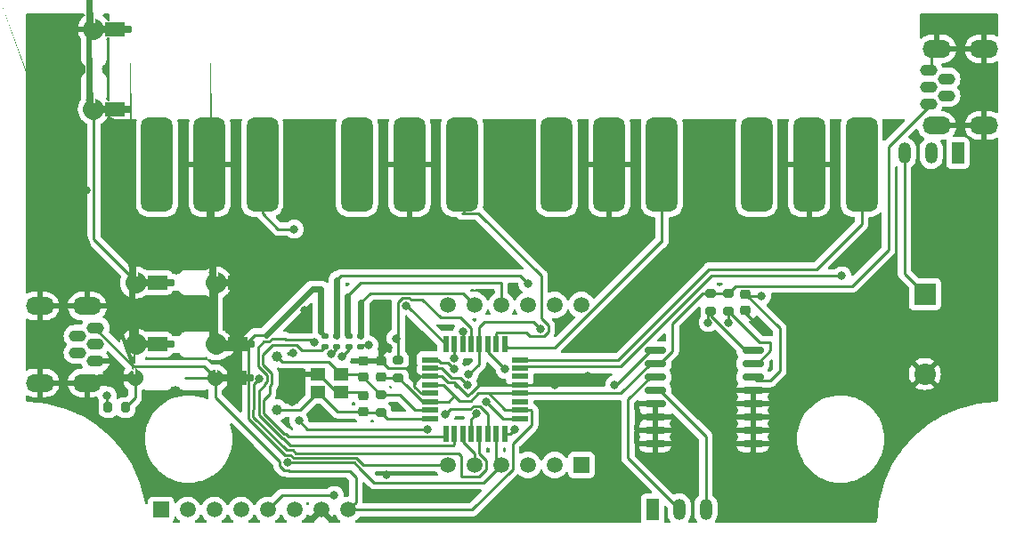
<source format=gbr>
%TF.GenerationSoftware,KiCad,Pcbnew,(6.0.0)*%
%TF.CreationDate,2023-05-06T18:39:40-07:00*%
%TF.ProjectId,digital_clock_v3,64696769-7461-46c5-9f63-6c6f636b5f76,rev?*%
%TF.SameCoordinates,Original*%
%TF.FileFunction,Copper,L1,Top*%
%TF.FilePolarity,Positive*%
%FSLAX46Y46*%
G04 Gerber Fmt 4.6, Leading zero omitted, Abs format (unit mm)*
G04 Created by KiCad (PCBNEW (6.0.0)) date 2023-05-06 18:39:40*
%MOMM*%
%LPD*%
G01*
G04 APERTURE LIST*
G04 Aperture macros list*
%AMRoundRect*
0 Rectangle with rounded corners*
0 $1 Rounding radius*
0 $2 $3 $4 $5 $6 $7 $8 $9 X,Y pos of 4 corners*
0 Add a 4 corners polygon primitive as box body*
4,1,4,$2,$3,$4,$5,$6,$7,$8,$9,$2,$3,0*
0 Add four circle primitives for the rounded corners*
1,1,$1+$1,$2,$3*
1,1,$1+$1,$4,$5*
1,1,$1+$1,$6,$7*
1,1,$1+$1,$8,$9*
0 Add four rect primitives between the rounded corners*
20,1,$1+$1,$2,$3,$4,$5,0*
20,1,$1+$1,$4,$5,$6,$7,0*
20,1,$1+$1,$6,$7,$8,$9,0*
20,1,$1+$1,$8,$9,$2,$3,0*%
%AMFreePoly0*
4,1,54,0.201078,0.979575,0.387516,0.921863,0.559193,0.829038,0.709571,0.704634,0.832921,0.553392,0.924546,0.381070,0.947815,0.304000,1.093000,0.304000,1.093000,0.635000,1.107645,0.670355,1.143000,0.685000,2.921000,0.685000,2.956355,0.670355,2.971000,0.635000,2.971000,0.304000,3.556000,0.304000,3.591355,0.289355,3.606000,0.254000,3.606000,-0.254000,3.591355,-0.289355,
3.556000,-0.304000,2.971000,-0.304000,2.971000,-0.635000,2.956355,-0.670355,2.921000,-0.685000,1.143000,-0.685000,1.107645,-0.670355,1.093000,-0.635000,1.093000,-0.304000,0.947721,-0.304000,0.913545,-0.406737,0.817145,-0.576432,0.689620,-0.724172,0.535827,-0.844328,0.361625,-0.932324,0.173648,-0.984808,-0.020942,-0.999781,-0.214735,-0.976672,-0.400349,-0.916363,-0.570714,-0.821149,
-0.719340,-0.694658,-0.840567,-0.541708,-0.929776,-0.368125,-0.983571,-0.180519,-0.999903,0.013962,-0.978148,0.207912,-0.919135,0.393942,-0.825113,0.564967,-0.699663,0.714473,-0.547563,0.836764,-0.374607,0.927184,-0.187381,0.982287,0.006981,0.999976,0.201078,0.979575,0.201078,0.979575,$1*%
%AMFreePoly1*
4,1,51,0.174003,0.741867,0.334039,0.684881,0.477472,0.593856,0.597174,0.473315,0.687196,0.329249,0.743064,0.168820,0.762000,0.000000,0.761703,-0.021276,0.738060,-0.189502,0.677735,-0.348309,0.583726,-0.489804,0.460705,-0.606956,0.314786,-0.693941,0.153221,-0.746436,-0.015958,-0.761833,-0.184344,-0.739365,-0.343569,-0.680150,-0.485717,-0.587131,-0.603725,-0.464931,-0.691726,-0.319622,
-0.696923,-0.304000,-1.093000,-0.304000,-1.093000,-0.635000,-1.107645,-0.670355,-1.143000,-0.685000,-2.921000,-0.685000,-2.956355,-0.670355,-2.971000,-0.635000,-2.971000,-0.304000,-3.556000,-0.304000,-3.591355,-0.289355,-3.606000,-0.254000,-3.606000,0.254000,-3.591355,0.289355,-3.556000,0.304000,-2.971000,0.304000,-2.971000,0.635000,-2.956355,0.670355,-2.921000,0.685000,-1.143000,0.685000,
-1.107645,0.670355,-1.093000,0.635000,-1.093000,0.304000,-0.695203,0.304000,-0.682532,0.338812,-0.590508,0.481606,-0.469134,0.600464,-0.324444,0.689478,-0.163628,0.744224,0.005320,0.761981,0.174003,0.741867,0.174003,0.741867,$1*%
%AMFreePoly2*
4,1,50,0.174003,0.741867,0.334039,0.684881,0.477472,0.593856,0.597174,0.473315,0.687196,0.329249,0.695989,0.304000,1.093000,0.304000,1.093000,0.635000,1.107645,0.670355,1.143000,0.685000,2.921000,0.685000,2.956355,0.670355,2.971000,0.635000,2.971000,0.304000,3.556000,0.304000,3.591355,0.289355,3.606000,0.254000,3.606000,-0.254000,3.591355,-0.289355,3.556000,-0.304000,
2.971000,-0.304000,2.971000,-0.635000,2.956355,-0.670355,2.921000,-0.685000,1.143000,-0.685000,1.107645,-0.670355,1.093000,-0.635000,1.093000,-0.304000,0.694566,-0.304000,0.677735,-0.348309,0.583726,-0.489804,0.460705,-0.606956,0.314786,-0.693941,0.153221,-0.746436,-0.015958,-0.761833,-0.184344,-0.739365,-0.343569,-0.680150,-0.485717,-0.587131,-0.603725,-0.464931,-0.691726,-0.319622,
-0.745348,-0.158429,-0.761926,0.010639,-0.740634,0.179178,-0.682532,0.338812,-0.590508,0.481606,-0.469134,0.600464,-0.324444,0.689478,-0.163628,0.744224,0.005320,0.761981,0.174003,0.741867,0.174003,0.741867,$1*%
G04 Aperture macros list end*
%TA.AperFunction,SMDPad,CuDef*%
%ADD10RoundRect,0.135000X-0.185000X0.135000X-0.185000X-0.135000X0.185000X-0.135000X0.185000X0.135000X0*%
%TD*%
%TA.AperFunction,SMDPad,CuDef*%
%ADD11RoundRect,0.200000X-0.275000X0.200000X-0.275000X-0.200000X0.275000X-0.200000X0.275000X0.200000X0*%
%TD*%
%TA.AperFunction,SMDPad,CuDef*%
%ADD12RoundRect,0.200000X-0.200000X-0.275000X0.200000X-0.275000X0.200000X0.275000X-0.200000X0.275000X0*%
%TD*%
%TA.AperFunction,SMDPad,CuDef*%
%ADD13RoundRect,0.225000X0.250000X-0.225000X0.250000X0.225000X-0.250000X0.225000X-0.250000X-0.225000X0*%
%TD*%
%TA.AperFunction,SMDPad,CuDef*%
%ADD14RoundRect,0.225000X-0.250000X0.225000X-0.250000X-0.225000X0.250000X-0.225000X0.250000X0.225000X0*%
%TD*%
%TA.AperFunction,ComponentPad*%
%ADD15O,1.650000X1.100000*%
%TD*%
%TA.AperFunction,ComponentPad*%
%ADD16O,2.700000X1.700000*%
%TD*%
%TA.AperFunction,ComponentPad*%
%ADD17R,2.032000X2.032000*%
%TD*%
%TA.AperFunction,ComponentPad*%
%ADD18C,2.032000*%
%TD*%
%TA.AperFunction,ComponentPad*%
%ADD19R,1.500000X1.500000*%
%TD*%
%TA.AperFunction,ComponentPad*%
%ADD20C,1.500000*%
%TD*%
%TA.AperFunction,SMDPad,CuDef*%
%ADD21RoundRect,0.750000X-0.750000X-3.750000X0.750000X-3.750000X0.750000X3.750000X-0.750000X3.750000X0*%
%TD*%
%TA.AperFunction,SMDPad,CuDef*%
%ADD22RoundRect,0.150000X-0.875000X-0.150000X0.875000X-0.150000X0.875000X0.150000X-0.875000X0.150000X0*%
%TD*%
%TA.AperFunction,ComponentPad*%
%ADD23R,1.200000X2.000000*%
%TD*%
%TA.AperFunction,ComponentPad*%
%ADD24O,1.200000X2.000000*%
%TD*%
%TA.AperFunction,ComponentPad*%
%ADD25FreePoly0,0.000000*%
%TD*%
%TA.AperFunction,ComponentPad*%
%ADD26FreePoly0,180.000000*%
%TD*%
%TA.AperFunction,SMDPad,CuDef*%
%ADD27R,1.400000X1.200000*%
%TD*%
%TA.AperFunction,ComponentPad*%
%ADD28FreePoly1,180.000000*%
%TD*%
%TA.AperFunction,ComponentPad*%
%ADD29FreePoly2,180.000000*%
%TD*%
%TA.AperFunction,ComponentPad*%
%ADD30C,1.000000*%
%TD*%
%TA.AperFunction,SMDPad,CuDef*%
%ADD31R,1.600000X0.550000*%
%TD*%
%TA.AperFunction,SMDPad,CuDef*%
%ADD32R,0.550000X1.600000*%
%TD*%
%TA.AperFunction,ComponentPad*%
%ADD33FreePoly0,90.000000*%
%TD*%
%TA.AperFunction,ComponentPad*%
%ADD34FreePoly0,270.000000*%
%TD*%
%TA.AperFunction,ViaPad*%
%ADD35C,0.800000*%
%TD*%
%TA.AperFunction,Conductor*%
%ADD36C,0.250000*%
%TD*%
%TA.AperFunction,Conductor*%
%ADD37C,0.600000*%
%TD*%
G04 APERTURE END LIST*
D10*
%TO.P,R9,1*%
%TO.N,Net-(R9-Pad1)*%
X30099000Y-43163000D03*
%TO.P,R9,2*%
%TO.N,/6(PWM)*%
X30099000Y-44183000D03*
%TD*%
%TO.P,R8,1*%
%TO.N,Net-(R8-Pad1)*%
X31242000Y-43163000D03*
%TO.P,R8,2*%
%TO.N,/9(PWM)*%
X31242000Y-44183000D03*
%TD*%
%TO.P,R7,1*%
%TO.N,Net-(R7-Pad1)*%
X32385000Y-43163000D03*
%TO.P,R7,2*%
%TO.N,/10(PWM-SS)*%
X32385000Y-44183000D03*
%TD*%
%TO.P,R6,1*%
%TO.N,Net-(R6-Pad1)*%
X28956000Y-43163000D03*
%TO.P,R6,2*%
%TO.N,/5(PWM)*%
X28956000Y-44183000D03*
%TD*%
D11*
%TO.P,R5,1*%
%TO.N,Net-(R5-Pad1)*%
X35941000Y-45502000D03*
%TO.P,R5,2*%
%TO.N,VCC*%
X35941000Y-47152000D03*
%TD*%
%TO.P,R4,1*%
%TO.N,VCC*%
X67310000Y-39175000D03*
%TO.P,R4,2*%
%TO.N,/A4(SDA)*%
X67310000Y-40825000D03*
%TD*%
%TO.P,R3,1*%
%TO.N,VCC*%
X65659000Y-39175000D03*
%TO.P,R3,2*%
%TO.N,/A5(SCL)*%
X65659000Y-40825000D03*
%TD*%
%TO.P,R2,1*%
%TO.N,Net-(C6-Pad1)*%
X34290000Y-48804000D03*
%TO.P,R2,2*%
%TO.N,Net-(C7-Pad1)*%
X34290000Y-50454000D03*
%TD*%
D12*
%TO.P,R1,1*%
%TO.N,Net-(C1-Pad2)*%
X8350000Y-50000000D03*
%TO.P,R1,2*%
%TO.N,Net-(D1-Pad1)*%
X10000000Y-50000000D03*
%TD*%
D13*
%TO.P,C7,1*%
%TO.N,Net-(C7-Pad1)*%
X32639000Y-50404000D03*
%TO.P,C7,2*%
%TO.N,GND*%
X32639000Y-48854000D03*
%TD*%
%TO.P,C6,1*%
%TO.N,Net-(C6-Pad1)*%
X32639000Y-47102000D03*
%TO.P,C6,2*%
%TO.N,GND*%
X32639000Y-45552000D03*
%TD*%
D14*
%TO.P,C5,1*%
%TO.N,GND*%
X34290000Y-45552000D03*
%TO.P,C5,2*%
%TO.N,VCC*%
X34290000Y-47102000D03*
%TD*%
D13*
%TO.P,C1,1*%
%TO.N,GND*%
X68961000Y-40775000D03*
%TO.P,C1,2*%
%TO.N,Net-(C1-Pad2)*%
X68961000Y-39225000D03*
%TD*%
D15*
%TO.P,J1,1,GND*%
%TO.N,GND*%
X86350000Y-17900000D03*
%TO.P,J1,2,ID*%
%TO.N,unconnected-(J1-Pad2)*%
X88050000Y-18700000D03*
%TO.P,J1,3,D+*%
%TO.N,unconnected-(J1-Pad3)*%
X86350000Y-19500000D03*
%TO.P,J1,4,D-*%
%TO.N,unconnected-(J1-Pad4)*%
X88050000Y-20300000D03*
%TO.P,J1,5,VBUS*%
%TO.N,VCC*%
X86350000Y-21100000D03*
D16*
%TO.P,J1,6,Shield*%
%TO.N,GND*%
X91650000Y-23150000D03*
X87139280Y-15850000D03*
X87139280Y-23150000D03*
X91650000Y-15850000D03*
%TD*%
D17*
%TO.P,BZ1,1,-*%
%TO.N,/A0*%
X86000000Y-39190000D03*
D18*
%TO.P,BZ1,2,+*%
%TO.N,GND*%
X86000000Y-46810000D03*
%TD*%
D19*
%TO.P,T2,1,1*%
%TO.N,/13(SCK)*%
X13360000Y-59750000D03*
D20*
%TO.P,T2,2,2*%
%TO.N,/12(MISO)*%
X15900000Y-59750000D03*
%TO.P,T2,3,3*%
%TO.N,/11(PWM-MOSI)*%
X18440000Y-59750000D03*
%TO.P,T2,4,4*%
%TO.N,Net-(R5-Pad1)*%
X20980000Y-59750000D03*
%TO.P,T2,5,5*%
%TO.N,/0(Rx)*%
X23520000Y-59750000D03*
%TO.P,T2,6,6*%
%TO.N,/1(Tx)*%
X26060000Y-59750000D03*
%TO.P,T2,7,7*%
%TO.N,GND*%
X28600000Y-59750000D03*
%TO.P,T2,8,8*%
%TO.N,VCC*%
X31140000Y-59750000D03*
%TD*%
D21*
%TO.P,S8,1,NC*%
%TO.N,unconnected-(S8-Pad1)*%
X70000000Y-26845000D03*
%TO.P,S8,2,NO*%
%TO.N,GND*%
X75000000Y-26845000D03*
%TO.P,S8,3,C*%
%TO.N,/A1*%
X80000000Y-26845000D03*
%TD*%
D22*
%TO.P,U1,1,32kHz*%
%TO.N,Net-(T1-Pad1)*%
X60350000Y-44555000D03*
%TO.P,U1,2,VCC*%
%TO.N,VCC*%
X60350000Y-45825000D03*
%TO.P,U1,3,!INT/SQW*%
%TO.N,Net-(T1-Pad2)*%
X60350000Y-47095000D03*
%TO.P,U1,4,!RST*%
%TO.N,Net-(T1-Pad3)*%
X60350000Y-48365000D03*
%TO.P,U1,5,GND*%
%TO.N,GND*%
X60350000Y-49635000D03*
%TO.P,U1,6,GND*%
X60350000Y-50905000D03*
%TO.P,U1,7,GND*%
X60350000Y-52175000D03*
%TO.P,U1,8,GND*%
X60350000Y-53445000D03*
%TO.P,U1,9,GND*%
X69650000Y-53445000D03*
%TO.P,U1,10,GND*%
X69650000Y-52175000D03*
%TO.P,U1,11,GND*%
X69650000Y-50905000D03*
%TO.P,U1,12,GND*%
X69650000Y-49635000D03*
%TO.P,U1,13,GND*%
X69650000Y-48365000D03*
%TO.P,U1,14,VBAT*%
%TO.N,Net-(C1-Pad2)*%
X69650000Y-47095000D03*
%TO.P,U1,15,SDA*%
%TO.N,/A4(SDA)*%
X69650000Y-45825000D03*
%TO.P,U1,16,SCL*%
%TO.N,/A5(SCL)*%
X69650000Y-44555000D03*
%TD*%
D15*
%TO.P,J2,1,GND*%
%TO.N,GND*%
X7150000Y-45600000D03*
%TO.P,J2,2,ID*%
%TO.N,unconnected-(J2-Pad2)*%
X5450000Y-44800000D03*
%TO.P,J2,3,D+*%
%TO.N,unconnected-(J2-Pad3)*%
X7150000Y-44000000D03*
%TO.P,J2,4,D-*%
%TO.N,unconnected-(J2-Pad4)*%
X5450000Y-43200000D03*
%TO.P,J2,5,VBUS*%
%TO.N,VCC*%
X7150000Y-42400000D03*
D16*
%TO.P,J2,6,Shield*%
%TO.N,GND*%
X6360720Y-47650000D03*
X1850000Y-40350000D03*
X6360720Y-40350000D03*
X1850000Y-47650000D03*
%TD*%
D23*
%TO.P,T3,1,1*%
%TO.N,unconnected-(T3-Pad1)*%
X89154000Y-25781000D03*
D24*
%TO.P,T3,2,2*%
%TO.N,unconnected-(T3-Pad2)*%
X86614000Y-25781000D03*
%TO.P,T3,3,3*%
%TO.N,/A0*%
X84074000Y-25781000D03*
%TD*%
D21*
%TO.P,S5,1,NC*%
%TO.N,unconnected-(S5-Pad1)*%
X13000000Y-26845000D03*
%TO.P,S5,2,NO*%
%TO.N,GND*%
X18000000Y-26845000D03*
%TO.P,S5,3,C*%
%TO.N,/2*%
X23000000Y-26845000D03*
%TD*%
D25*
%TO.P,C3,1,+*%
%TO.N,Net-(C1-Pad2)*%
X11000000Y-38100000D03*
D26*
%TO.P,C3,2,-*%
%TO.N,Net-(C3-Pad2)*%
X18620000Y-38100000D03*
%TD*%
D21*
%TO.P,S7,1,NC*%
%TO.N,unconnected-(S7-Pad1)*%
X51000000Y-26845000D03*
%TO.P,S7,2,NO*%
%TO.N,GND*%
X56000000Y-26845000D03*
%TO.P,S7,3,C*%
%TO.N,/A2*%
X61000000Y-26845000D03*
%TD*%
D27*
%TO.P,Y1,1,OSC1*%
%TO.N,Net-(C7-Pad1)*%
X28307200Y-48546000D03*
%TO.P,Y1,2,GND*%
%TO.N,GND*%
X30507200Y-48546000D03*
%TO.P,Y1,3,OSC2*%
%TO.N,Net-(C6-Pad1)*%
X30507200Y-46846000D03*
%TO.P,Y1,4,GND*%
%TO.N,GND*%
X28307200Y-46846000D03*
%TD*%
D26*
%TO.P,C4,1,+*%
%TO.N,Net-(C3-Pad2)*%
X18620000Y-44000000D03*
D25*
%TO.P,C4,2,-*%
%TO.N,GND*%
X11000000Y-44000000D03*
%TD*%
D28*
%TO.P,D1,1,K*%
%TO.N,Net-(D1-Pad1)*%
X10922400Y-47175000D03*
D29*
%TO.P,D1,2,A*%
%TO.N,VCC*%
X18542400Y-47175000D03*
%TD*%
D21*
%TO.P,S6,1,NC*%
%TO.N,unconnected-(S6-Pad1)*%
X32000000Y-26845000D03*
%TO.P,S6,2,NO*%
%TO.N,GND*%
X37000000Y-26845000D03*
%TO.P,S6,3,C*%
%TO.N,/A3*%
X42000000Y-26845000D03*
%TD*%
D30*
%TO.P,Y2,1,1*%
%TO.N,Net-(C6-Pad1)*%
X24407200Y-45156000D03*
%TO.P,Y2,2,2*%
%TO.N,Net-(C7-Pad1)*%
X24407200Y-50236000D03*
%TD*%
D31*
%TO.P,U4,1,PD3*%
%TO.N,/3(PWM)*%
X39000000Y-45450000D03*
%TO.P,U4,2,PD4*%
%TO.N,/4*%
X39000000Y-46250000D03*
%TO.P,U4,3,GND*%
%TO.N,GND*%
X39000000Y-47050000D03*
%TO.P,U4,4,VCC*%
%TO.N,VCC*%
X39000000Y-47850000D03*
%TO.P,U4,5,GND*%
%TO.N,GND*%
X39000000Y-48650000D03*
%TO.P,U4,6,VCC*%
%TO.N,VCC*%
X39000000Y-49450000D03*
%TO.P,U4,7,XTAL1/PB6*%
%TO.N,Net-(C6-Pad1)*%
X39000000Y-50250000D03*
%TO.P,U4,8,XTAL2/PB7*%
%TO.N,Net-(C7-Pad1)*%
X39000000Y-51050000D03*
D32*
%TO.P,U4,9,PD5*%
%TO.N,/5(PWM)*%
X40450000Y-52500000D03*
%TO.P,U4,10,PD6*%
%TO.N,/6(PWM)*%
X41250000Y-52500000D03*
%TO.P,U4,11,PD7*%
%TO.N,/7*%
X42050000Y-52500000D03*
%TO.P,U4,12,PB0*%
%TO.N,/8*%
X42850000Y-52500000D03*
%TO.P,U4,13,PB1*%
%TO.N,/9(PWM)*%
X43650000Y-52500000D03*
%TO.P,U4,14,PB2*%
%TO.N,/10(PWM-SS)*%
X44450000Y-52500000D03*
%TO.P,U4,15,PB3*%
%TO.N,/11(PWM-MOSI)*%
X45250000Y-52500000D03*
%TO.P,U4,16,PB4*%
%TO.N,/12(MISO)*%
X46050000Y-52500000D03*
D31*
%TO.P,U4,17,PB5*%
%TO.N,/13(SCK)*%
X47500000Y-51050000D03*
%TO.P,U4,18,AVCC*%
%TO.N,VCC*%
X47500000Y-50250000D03*
%TO.P,U4,19,ADC6*%
%TO.N,unconnected-(U4-Pad19)*%
X47500000Y-49450000D03*
%TO.P,U4,20,AREF*%
%TO.N,VCC*%
X47500000Y-48650000D03*
%TO.P,U4,21,GND*%
%TO.N,GND*%
X47500000Y-47850000D03*
%TO.P,U4,22,ADC7*%
%TO.N,unconnected-(U4-Pad22)*%
X47500000Y-47050000D03*
%TO.P,U4,23,PC0*%
%TO.N,/A0*%
X47500000Y-46250000D03*
%TO.P,U4,24,PC1*%
%TO.N,/A1*%
X47500000Y-45450000D03*
D32*
%TO.P,U4,25,PC2*%
%TO.N,/A2*%
X46050000Y-44000000D03*
%TO.P,U4,26,PC3*%
%TO.N,/A3*%
X45250000Y-44000000D03*
%TO.P,U4,27,PC4*%
%TO.N,/A4(SDA)*%
X44450000Y-44000000D03*
%TO.P,U4,28,PC5*%
%TO.N,/A5(SCL)*%
X43650000Y-44000000D03*
%TO.P,U4,29,~{RESET}/PC6*%
%TO.N,Net-(R5-Pad1)*%
X42850000Y-44000000D03*
%TO.P,U4,30,PD0*%
%TO.N,/0(Rx)*%
X42050000Y-44000000D03*
%TO.P,U4,31,PD1*%
%TO.N,/1(Tx)*%
X41250000Y-44000000D03*
%TO.P,U4,32,PD2*%
%TO.N,/2*%
X40450000Y-44000000D03*
%TD*%
D23*
%TO.P,T1,1,1*%
%TO.N,Net-(T1-Pad1)*%
X60097500Y-59690000D03*
D24*
%TO.P,T1,2,2*%
%TO.N,Net-(T1-Pad2)*%
X62637500Y-59690000D03*
%TO.P,T1,3,3*%
%TO.N,Net-(T1-Pad3)*%
X65177500Y-59690000D03*
%TD*%
D33*
%TO.P,C2,1,+*%
%TO.N,Net-(C1-Pad2)*%
X6985000Y-21590000D03*
D34*
%TO.P,C2,2,-*%
%TO.N,GND*%
X6985000Y-13970000D03*
%TD*%
D19*
%TO.P,U3,1,e*%
%TO.N,/0(Rx)*%
X53350000Y-55477500D03*
D20*
%TO.P,U3,2,d*%
%TO.N,/3(PWM)*%
X50810000Y-55477500D03*
%TO.P,U3,3,DPX*%
%TO.N,/4*%
X48270000Y-55477500D03*
%TO.P,U3,4,c*%
%TO.N,/11(PWM-MOSI)*%
X45730000Y-55477500D03*
%TO.P,U3,5,g*%
%TO.N,/7*%
X43190000Y-55477500D03*
%TO.P,U3,6,CA4*%
%TO.N,Net-(R6-Pad1)*%
X40650000Y-55477500D03*
%TO.P,U3,7,b*%
%TO.N,/8*%
X40650000Y-40237500D03*
%TO.P,U3,8,CA3*%
%TO.N,Net-(R7-Pad1)*%
X43190000Y-40237500D03*
%TO.P,U3,9,CA2*%
%TO.N,Net-(R8-Pad1)*%
X45730000Y-40237500D03*
%TO.P,U3,10,f*%
%TO.N,/13(SCK)*%
X48270000Y-40237500D03*
%TO.P,U3,11,a*%
%TO.N,/12(MISO)*%
X50810000Y-40237500D03*
%TO.P,U3,12,CA1*%
%TO.N,Net-(R9-Pad1)*%
X53350000Y-40237500D03*
%TD*%
D35*
%TO.N,/11(PWM-MOSI)*%
X25400000Y-55245000D03*
%TO.N,GND*%
X65405000Y-27940000D03*
X50800000Y-47841500D03*
X6260500Y-29301885D03*
X25956211Y-44831000D03*
X18000000Y-29845000D03*
X37338000Y-43307000D03*
X77089000Y-59944000D03*
X90932000Y-28448000D03*
X18000000Y-23495000D03*
X89535000Y-44196000D03*
X53975000Y-46990000D03*
X34798000Y-56425500D03*
X63627000Y-47498000D03*
X53721000Y-44323000D03*
X70358000Y-42418000D03*
X28067000Y-27559000D03*
X47244000Y-59944000D03*
X47625000Y-26797000D03*
X89535000Y-32385000D03*
X37338000Y-45974000D03*
X56000000Y-29845000D03*
X23749000Y-38608000D03*
X63373000Y-55753000D03*
X56000000Y-23495000D03*
X37000000Y-23495000D03*
X75692000Y-46355000D03*
X35014502Y-44274937D03*
X37000000Y-29845000D03*
X25840715Y-49478883D03*
X71247000Y-59182000D03*
X33909000Y-41402000D03*
X75000000Y-23495000D03*
X75000000Y-29644500D03*
X51181000Y-50800000D03*
X70866000Y-55626000D03*
X2159000Y-35179000D03*
X20320000Y-40640000D03*
X13970000Y-41275000D03*
X76581000Y-41148000D03*
X4191000Y-26035000D03*
X27023069Y-40739069D03*
X55626000Y-58801000D03*
%TO.N,/A0*%
X78105000Y-37465000D03*
%TO.N,Net-(C1-Pad2)*%
X70485000Y-39370000D03*
X8255000Y-48895000D03*
%TO.N,/10(PWM-SS)*%
X38735000Y-52070000D03*
X40419645Y-50644014D03*
X26473793Y-51238793D03*
X33115990Y-44050501D03*
%TO.N,Net-(R5-Pad1)*%
X35710049Y-43419549D03*
%TO.N,/9(PWM)*%
X22732295Y-47253303D03*
X30575952Y-45107450D03*
%TO.N,/6(PWM)*%
X27940000Y-43815000D03*
X29593665Y-44922738D03*
%TO.N,/A1*%
X80000000Y-23495000D03*
X80000000Y-29644500D03*
%TO.N,/A3*%
X42000000Y-23495000D03*
X42000000Y-29845000D03*
%TO.N,/2*%
X23000000Y-29845000D03*
X23000000Y-23495000D03*
X26035000Y-33020000D03*
X36674011Y-40286479D03*
%TO.N,/A2*%
X61000000Y-29845000D03*
X61000000Y-23495000D03*
%TO.N,/0(Rx)*%
X29845000Y-58382500D03*
X42060049Y-42784549D03*
%TO.N,/1(Tx)*%
X41221895Y-45277297D03*
%TO.N,/A4(SDA)*%
X46090106Y-46375900D03*
X67310000Y-41910000D03*
%TO.N,/A5(SCL)*%
X65405000Y-41910000D03*
X49458292Y-42500382D03*
X42640989Y-46883635D03*
%TO.N,Net-(T1-Pad1)*%
X56515000Y-47841500D03*
%TO.N,/3(PWM)*%
X41275000Y-46355000D03*
%TO.N,/4*%
X42544218Y-47878442D03*
%TO.N,/8*%
X43374800Y-50605200D03*
%TO.N,/13(SCK)*%
X44276697Y-49457901D03*
%TO.N,/12(MISO)*%
X46990000Y-52070000D03*
%TO.N,Net-(R9-Pad1)*%
X48260000Y-38189500D03*
%TO.N,unconnected-(S5-Pad1)*%
X13000000Y-23495000D03*
X13000049Y-29844951D03*
%TO.N,unconnected-(S6-Pad1)*%
X32000000Y-23495000D03*
X32000000Y-29845000D03*
%TO.N,unconnected-(S7-Pad1)*%
X51000000Y-29845000D03*
X51000000Y-23495000D03*
%TO.N,unconnected-(S8-Pad1)*%
X70000000Y-23495000D03*
X70000000Y-29644500D03*
%TD*%
D36*
%TO.N,VCC*%
X68034520Y-38450480D02*
X67310000Y-39175000D01*
X79069120Y-38450480D02*
X68034520Y-38450480D01*
X82550000Y-34969600D02*
X79069120Y-38450480D01*
X82550000Y-25150000D02*
X82550000Y-34969600D01*
X86600000Y-21100000D02*
X82550000Y-25150000D01*
%TO.N,GND*%
X34290000Y-44999439D02*
X35014502Y-44274937D01*
X33909000Y-43169435D02*
X35014502Y-44274937D01*
X33909000Y-41402000D02*
X33909000Y-43169435D01*
X34290000Y-45552000D02*
X34290000Y-44999439D01*
%TO.N,/0(Rx)*%
X23520000Y-59750000D02*
X24887500Y-58382500D01*
X24887500Y-58382500D02*
X29845000Y-58382500D01*
%TO.N,/10(PWM-SS)*%
X27305000Y-52070000D02*
X26473793Y-51238793D01*
X38735000Y-52070000D02*
X27305000Y-52070000D01*
%TO.N,VCC*%
X31890000Y-56655704D02*
X31890000Y-59000000D01*
X31300489Y-56066193D02*
X31890000Y-56655704D01*
X25585489Y-56066193D02*
X31300489Y-56066193D01*
X25488797Y-55969501D02*
X25585489Y-56066193D01*
X25099901Y-55969501D02*
X25488797Y-55969501D01*
X24675499Y-55545099D02*
X25099901Y-55969501D01*
X18542400Y-49023104D02*
X24675499Y-55156203D01*
X18542400Y-47175000D02*
X18542400Y-49023104D01*
%TO.N,/6(PWM)*%
X25239622Y-43550978D02*
X27675978Y-43550978D01*
X25121112Y-43432468D02*
X25239622Y-43550978D01*
X23940776Y-43432468D02*
X25121112Y-43432468D01*
X23658235Y-43715009D02*
X23940776Y-43432468D01*
X23140871Y-43715009D02*
X23658235Y-43715009D01*
X22595979Y-44259901D02*
X23140871Y-43715009D01*
X22595979Y-46092387D02*
X22595979Y-44259901D01*
X22683668Y-48437036D02*
X23230978Y-47889726D01*
X22683667Y-50776555D02*
X22683668Y-48437036D01*
%TO.N,VCC*%
X24675499Y-55156203D02*
X24675499Y-55545099D01*
%TO.N,/6(PWM)*%
X26072485Y-53621477D02*
X25680069Y-53621477D01*
X26075519Y-53624511D02*
X26072485Y-53621477D01*
X41250000Y-53550000D02*
X41175489Y-53624511D01*
%TO.N,/9(PWM)*%
X22146469Y-50875061D02*
X22146469Y-50241419D01*
%TO.N,VCC*%
X31890000Y-59000000D02*
X31140000Y-59750000D01*
%TO.N,/9(PWM)*%
X26161283Y-54345979D02*
X25886292Y-54070988D01*
X22225000Y-50162888D02*
X22225000Y-47760598D01*
X41910000Y-54610000D02*
X41702989Y-54402989D01*
X41910000Y-56515000D02*
X41910000Y-54610000D01*
X41947011Y-56552011D02*
X41910000Y-56515000D01*
X43635078Y-56552011D02*
X41947011Y-56552011D01*
%TO.N,/6(PWM)*%
X23230978Y-47779220D02*
X23456796Y-47553402D01*
%TO.N,/9(PWM)*%
X44264511Y-55032422D02*
X44264511Y-55922578D01*
X43650000Y-52500000D02*
X43650000Y-54417911D01*
X32179397Y-54402989D02*
X32122386Y-54345978D01*
%TO.N,/6(PWM)*%
X23456796Y-46953204D02*
X22595979Y-46092387D01*
%TO.N,Net-(R6-Pad1)*%
X25975089Y-54795489D02*
X25700099Y-54520499D01*
%TO.N,/9(PWM)*%
X25886292Y-54070988D02*
X25342396Y-54070988D01*
%TO.N,Net-(R6-Pad1)*%
X31936193Y-54795489D02*
X25975089Y-54795489D01*
%TO.N,/6(PWM)*%
X41175489Y-53624511D02*
X26075519Y-53624511D01*
%TO.N,Net-(R6-Pad1)*%
X32618204Y-55477500D02*
X31936193Y-54795489D01*
X40650000Y-55477500D02*
X32618204Y-55477500D01*
%TO.N,/9(PWM)*%
X25342396Y-54070988D02*
X22146469Y-50875061D01*
%TO.N,/6(PWM)*%
X27675978Y-43550978D02*
X27940000Y-43815000D01*
%TO.N,Net-(R6-Pad1)*%
X21696958Y-51061254D02*
X21696958Y-43707338D01*
%TO.N,/9(PWM)*%
X41702989Y-54402989D02*
X32179397Y-54402989D01*
%TO.N,Net-(R6-Pad1)*%
X22313797Y-43090499D02*
X23399553Y-43090499D01*
%TO.N,/11(PWM-MOSI)*%
X26035000Y-55245000D02*
X25400000Y-55245000D01*
X31750000Y-55245000D02*
X26035000Y-55245000D01*
%TO.N,/9(PWM)*%
X44264511Y-55922578D02*
X43635078Y-56552011D01*
%TO.N,Net-(R6-Pad1)*%
X25156203Y-54520499D02*
X21696958Y-51061254D01*
%TO.N,/11(PWM-MOSI)*%
X32385000Y-55880000D02*
X31750000Y-55245000D01*
%TO.N,/6(PWM)*%
X41250000Y-52500000D02*
X41250000Y-53550000D01*
%TO.N,/11(PWM-MOSI)*%
X33655000Y-57150000D02*
X32385000Y-55880000D01*
X44057500Y-57150000D02*
X43180000Y-57150000D01*
%TO.N,/9(PWM)*%
X32122386Y-54345978D02*
X26161283Y-54345979D01*
%TO.N,/6(PWM)*%
X24876134Y-52969022D02*
X22683667Y-50776555D01*
%TO.N,VCC*%
X48624511Y-51649511D02*
X48624511Y-50324511D01*
%TO.N,/6(PWM)*%
X25027614Y-52969022D02*
X24876134Y-52969022D01*
X23230978Y-47889726D02*
X23230978Y-47779220D01*
%TO.N,VCC*%
X48550000Y-50250000D02*
X47500000Y-50250000D01*
%TO.N,/6(PWM)*%
X25680069Y-53621477D02*
X25027614Y-52969022D01*
%TO.N,/11(PWM-MOSI)*%
X43180000Y-57150000D02*
X33655000Y-57150000D01*
X45730000Y-55477500D02*
X44057500Y-57150000D01*
%TO.N,/6(PWM)*%
X23456796Y-47553402D02*
X23456796Y-46953204D01*
%TO.N,VCC*%
X48624511Y-50324511D02*
X48550000Y-50250000D01*
%TO.N,/9(PWM)*%
X43650000Y-54417911D02*
X44264511Y-55032422D01*
X22225000Y-47760598D02*
X22732295Y-47253303D01*
%TO.N,VCC*%
X46804511Y-53469511D02*
X48624511Y-51649511D01*
X46804511Y-55922578D02*
X46804511Y-53469511D01*
X42977089Y-59750000D02*
X46804511Y-55922578D01*
%TO.N,Net-(R6-Pad1)*%
X21696958Y-43707338D02*
X22313797Y-43090499D01*
%TO.N,VCC*%
X31140000Y-59750000D02*
X42977089Y-59750000D01*
%TO.N,Net-(R6-Pad1)*%
X25700099Y-54520499D02*
X25156203Y-54520499D01*
%TO.N,/9(PWM)*%
X22146469Y-50241419D02*
X22225000Y-50162888D01*
%TO.N,/10(PWM-SS)*%
X32517499Y-44050501D02*
X33115990Y-44050501D01*
%TO.N,Net-(R5-Pad1)*%
X35941000Y-43650500D02*
X35710049Y-43419549D01*
%TO.N,Net-(R7-Pad1)*%
X43190000Y-40237500D02*
X42064968Y-39112468D01*
%TO.N,Net-(R5-Pad1)*%
X42850000Y-42460400D02*
X42850000Y-44000000D01*
X41850089Y-41460489D02*
X42850000Y-42460400D01*
X39945089Y-41460489D02*
X41850089Y-41460489D01*
X38179746Y-39695146D02*
X39945089Y-41460489D01*
X37107278Y-39695146D02*
X38179746Y-39695146D01*
X36974110Y-39561978D02*
X37107278Y-39695146D01*
X35949510Y-39986380D02*
X36373912Y-39561978D01*
X35941000Y-40128058D02*
X35949510Y-40119548D01*
%TO.N,/2*%
X36736479Y-40286479D02*
X36674011Y-40286479D01*
%TO.N,Net-(R5-Pad1)*%
X35949510Y-40119548D02*
X35949510Y-39986380D01*
%TO.N,Net-(R7-Pad1)*%
X42064968Y-39112468D02*
X33277532Y-39112468D01*
%TO.N,Net-(R5-Pad1)*%
X35941000Y-45502000D02*
X35941000Y-43650500D01*
%TO.N,/10(PWM-SS)*%
X32385000Y-44183000D02*
X32517499Y-44050501D01*
%TO.N,/2*%
X40450000Y-44000000D02*
X36736479Y-40286479D01*
%TO.N,Net-(R5-Pad1)*%
X36373912Y-39561978D02*
X36974110Y-39561978D01*
%TO.N,Net-(R7-Pad1)*%
X33277532Y-39112468D02*
X32385000Y-40005000D01*
%TO.N,Net-(R5-Pad1)*%
X35941000Y-45502000D02*
X35941000Y-40128058D01*
%TO.N,/0(Rx)*%
X42050000Y-44000000D02*
X42050000Y-42794598D01*
X42050000Y-42794598D02*
X42060049Y-42784549D01*
%TO.N,/A4(SDA)*%
X44450000Y-44735794D02*
X46090106Y-46375900D01*
X44450000Y-44000000D02*
X44450000Y-44735794D01*
%TO.N,/A3*%
X48470776Y-43224883D02*
X49758391Y-43224883D01*
X45324511Y-42875489D02*
X48121382Y-42875489D01*
%TO.N,/A5(SCL)*%
X48778409Y-41820499D02*
X49458292Y-42500382D01*
%TO.N,/A3*%
X45250000Y-44000000D02*
X45250000Y-42950000D01*
%TO.N,/A5(SCL)*%
X44149901Y-41820499D02*
X48778409Y-41820499D01*
X43650000Y-42320400D02*
X44149901Y-41820499D01*
%TO.N,/A3*%
X48121382Y-42875489D02*
X48470776Y-43224883D01*
X49530000Y-37465000D02*
X43565000Y-31500000D01*
X43565000Y-31500000D02*
X42160000Y-31500000D01*
%TO.N,/A5(SCL)*%
X43650000Y-44000000D02*
X43650000Y-42320400D01*
%TO.N,/A3*%
X50182793Y-42800481D02*
X50182793Y-42200283D01*
X45250000Y-42950000D02*
X45324511Y-42875489D01*
X49530000Y-41547490D02*
X49530000Y-37465000D01*
X49758391Y-43224883D02*
X50182793Y-42800481D01*
X50182793Y-42200283D02*
X49530000Y-41547490D01*
%TO.N,GND*%
X40065000Y-47050000D02*
X39000000Y-47050000D01*
X40640000Y-47625000D02*
X40065000Y-47050000D01*
X41275000Y-47625000D02*
X40640000Y-47625000D01*
X41819717Y-48178541D02*
X41819717Y-48169717D01*
X42837057Y-48602943D02*
X42545000Y-48895000D01*
X43590000Y-47850000D02*
X43268719Y-48171281D01*
%TO.N,/4*%
X39000000Y-46250000D02*
X40050000Y-46250000D01*
%TO.N,GND*%
X42844317Y-48602943D02*
X42837057Y-48602943D01*
X43268719Y-48178541D02*
X42844317Y-48602943D01*
X43268719Y-48171281D02*
X43268719Y-48178541D01*
%TO.N,/A5(SCL)*%
X43650000Y-45874624D02*
X42640989Y-46883635D01*
%TO.N,/4*%
X40050000Y-46250000D02*
X40975489Y-47175489D01*
%TO.N,/13(SCK)*%
X47500000Y-51050000D02*
X45868796Y-51050000D01*
%TO.N,/4*%
X41841265Y-47175489D02*
X42544218Y-47878442D01*
%TO.N,/13(SCK)*%
X45868796Y-51050000D02*
X44276697Y-49457901D01*
%TO.N,/8*%
X42850000Y-51130000D02*
X43374800Y-50605200D01*
X42850000Y-52500000D02*
X42850000Y-51130000D01*
%TO.N,VCC*%
X44504697Y-48661301D02*
X43532719Y-48661301D01*
X47500000Y-48650000D02*
X43544020Y-48650000D01*
%TO.N,/10(PWM-SS)*%
X40898659Y-50165000D02*
X40419645Y-50644014D01*
%TO.N,GND*%
X42244119Y-48602943D02*
X41819717Y-48178541D01*
%TO.N,/10(PWM-SS)*%
X42790400Y-50165000D02*
X40898659Y-50165000D01*
%TO.N,GND*%
X42252943Y-48602943D02*
X42244119Y-48602943D01*
%TO.N,/10(PWM-SS)*%
X43074700Y-49880700D02*
X42790400Y-50165000D01*
X43674898Y-49880700D02*
X43074700Y-49880700D01*
%TO.N,/A5(SCL)*%
X43650000Y-44000000D02*
X43650000Y-45874624D01*
%TO.N,GND*%
X41819717Y-48169717D02*
X41275000Y-47625000D01*
%TO.N,/10(PWM-SS)*%
X44450000Y-52500000D02*
X44450000Y-50655802D01*
%TO.N,/4*%
X40975489Y-47175489D02*
X41841265Y-47175489D01*
%TO.N,VCC*%
X47500000Y-50250000D02*
X46093396Y-50250000D01*
X46093396Y-50250000D02*
X44504697Y-48661301D01*
X43544020Y-48650000D02*
X43484510Y-48709510D01*
X43532719Y-48661301D02*
X43484510Y-48709510D01*
%TO.N,GND*%
X47500000Y-47850000D02*
X43590000Y-47850000D01*
%TO.N,/10(PWM-SS)*%
X44450000Y-50655802D02*
X43674898Y-49880700D01*
%TO.N,GND*%
X42545000Y-48895000D02*
X42252943Y-48602943D01*
X39000000Y-48650000D02*
X38075978Y-48650000D01*
X58420000Y-51645000D02*
X58420000Y-52070000D01*
X58525000Y-53445000D02*
X58420000Y-53340000D01*
X30507200Y-48546000D02*
X32331000Y-48546000D01*
X50791500Y-47850000D02*
X50800000Y-47841500D01*
X69650000Y-48365000D02*
X71225000Y-48365000D01*
X37126520Y-46226520D02*
X37126520Y-43518480D01*
X59160000Y-50905000D02*
X58420000Y-51645000D01*
X59160000Y-50905000D02*
X60350000Y-50905000D01*
X86600000Y-17900000D02*
X86600000Y-16389280D01*
X34290000Y-45552000D02*
X32639000Y-45552000D01*
X71650000Y-52175000D02*
X69650000Y-52175000D01*
X37338000Y-46015040D02*
X37338000Y-45974000D01*
X91650000Y-23150000D02*
X91650000Y-41160000D01*
X87139280Y-15850000D02*
X91650000Y-15850000D01*
X69650000Y-50905000D02*
X71650000Y-50905000D01*
X28407200Y-46846000D02*
X30107200Y-48546000D01*
X71755000Y-50800000D02*
X71755000Y-52070000D01*
X58525000Y-52175000D02*
X60350000Y-52175000D01*
X71755000Y-53340000D02*
X71650000Y-53445000D01*
X58420000Y-53340000D02*
X58420000Y-52280000D01*
X71225000Y-48365000D02*
X71755000Y-48895000D01*
X32331000Y-48546000D02*
X32639000Y-48854000D01*
X38940000Y-46990000D02*
X39000000Y-47050000D01*
X71755000Y-48895000D02*
X71015000Y-49635000D01*
X60350000Y-53445000D02*
X58525000Y-53445000D01*
X86600000Y-16389280D02*
X87139280Y-15850000D01*
X71755000Y-52280000D02*
X71755000Y-53340000D01*
X58420000Y-52280000D02*
X58525000Y-52175000D01*
X37950000Y-47050000D02*
X37126520Y-46226520D01*
X68961000Y-41021000D02*
X70358000Y-42418000D01*
X71650000Y-53445000D02*
X69650000Y-53445000D01*
X71755000Y-50800000D02*
X71755000Y-48895000D01*
X38100000Y-46990000D02*
X38940000Y-46990000D01*
X47500000Y-47850000D02*
X50791500Y-47850000D01*
X34964520Y-46226520D02*
X34290000Y-45552000D01*
X71650000Y-50905000D02*
X71755000Y-50800000D01*
X71015000Y-49635000D02*
X69650000Y-49635000D01*
X91650000Y-41160000D02*
X86000000Y-46810000D01*
X68961000Y-40775000D02*
X68961000Y-41021000D01*
X58420000Y-52070000D02*
X58525000Y-52175000D01*
X37126520Y-43518480D02*
X37338000Y-43307000D01*
X71650000Y-52175000D02*
X71755000Y-52280000D01*
X37126520Y-46226520D02*
X34964520Y-46226520D01*
X60350000Y-49635000D02*
X58525000Y-49635000D01*
X37465000Y-48039022D02*
X37465000Y-47625000D01*
X38075978Y-48650000D02*
X37465000Y-48039022D01*
X58420000Y-49530000D02*
X58420000Y-50165000D01*
X28307200Y-46846000D02*
X28407200Y-46846000D01*
X58525000Y-49635000D02*
X58420000Y-49530000D01*
X37465000Y-47625000D02*
X38100000Y-46990000D01*
X71755000Y-52070000D02*
X71650000Y-52175000D01*
X37126520Y-46226520D02*
X37338000Y-46015040D01*
X30107200Y-48546000D02*
X30507200Y-48546000D01*
X91650000Y-15850000D02*
X91650000Y-23150000D01*
X58420000Y-50165000D02*
X59160000Y-50905000D01*
X39000000Y-47050000D02*
X37950000Y-47050000D01*
%TO.N,/A0*%
X84074000Y-37264000D02*
X86000000Y-39190000D01*
X65743928Y-37465000D02*
X78105000Y-37465000D01*
X84074000Y-25781000D02*
X84074000Y-37264000D01*
X57107928Y-46101000D02*
X65743928Y-37465000D01*
X47500000Y-46250000D02*
X47649000Y-46101000D01*
X47649000Y-46101000D02*
X57107928Y-46101000D01*
%TO.N,VCC*%
X41364501Y-48985205D02*
X41364501Y-48984501D01*
X36639000Y-47850000D02*
X35941000Y-47152000D01*
X39000000Y-49450000D02*
X40720000Y-49450000D01*
X40229296Y-47850000D02*
X39000000Y-47850000D01*
X41723807Y-49344511D02*
X41364501Y-48985205D01*
X41275000Y-48895000D02*
X41364501Y-48984501D01*
X60776072Y-45825000D02*
X62000000Y-44601072D01*
X35941000Y-47152000D02*
X34340000Y-47152000D01*
X6900000Y-42400000D02*
X7061758Y-42400000D01*
X60350000Y-45825000D02*
X60776072Y-45825000D01*
X15690000Y-47175000D02*
X18542400Y-47175000D01*
X42849510Y-49344510D02*
X41723807Y-49344511D01*
X10750247Y-46088489D02*
X17455889Y-46088489D01*
X41363797Y-48984501D02*
X40229296Y-47850000D01*
X57098928Y-48650000D02*
X59923928Y-45825000D01*
X43484510Y-48709510D02*
X42849510Y-49344510D01*
X62000000Y-44601072D02*
X62000000Y-42000000D01*
X41364501Y-48984501D02*
X41363797Y-48984501D01*
X59923928Y-45825000D02*
X60350000Y-45825000D01*
X64825000Y-39175000D02*
X65659000Y-39175000D01*
X67310000Y-39175000D02*
X65659000Y-39175000D01*
X39000000Y-49450000D02*
X38239000Y-49450000D01*
X38239000Y-49450000D02*
X36639000Y-47850000D01*
X34340000Y-47152000D02*
X34290000Y-47102000D01*
X7061758Y-42400000D02*
X10750247Y-46088489D01*
X17455889Y-46088489D02*
X18542400Y-47175000D01*
X47500000Y-48650000D02*
X57098928Y-48650000D01*
X62000000Y-42000000D02*
X64825000Y-39175000D01*
X40720000Y-49450000D02*
X41275000Y-48895000D01*
%TO.N,Net-(C1-Pad2)*%
X71306194Y-47439510D02*
X69994510Y-47439510D01*
X68961000Y-39225000D02*
X72204511Y-42468511D01*
X69994510Y-47439510D02*
X69650000Y-47095000D01*
X11000000Y-38100000D02*
X11000000Y-38000000D01*
X6985000Y-33985000D02*
X6985000Y-21590000D01*
X8255000Y-48895000D02*
X8255000Y-49905000D01*
X72204511Y-42468511D02*
X72204510Y-46541194D01*
X11000000Y-38000000D02*
X6985000Y-33985000D01*
X69106000Y-39370000D02*
X68961000Y-39225000D01*
X8255000Y-49905000D02*
X8350000Y-50000000D01*
X72204510Y-46541194D02*
X71306194Y-47439510D01*
X70485000Y-39370000D02*
X69106000Y-39370000D01*
%TO.N,Net-(C3-Pad2)*%
X19685000Y-44450000D02*
X19070000Y-44450000D01*
X18620000Y-43385000D02*
X19685000Y-44450000D01*
X19070000Y-44450000D02*
X18620000Y-44000000D01*
X18620000Y-38100000D02*
X18620000Y-43385000D01*
%TO.N,Net-(C6-Pad1)*%
X29317199Y-45655999D02*
X30507200Y-46846000D01*
X32639000Y-47102000D02*
X32639000Y-47153000D01*
X30507200Y-46846000D02*
X32383000Y-46846000D01*
X32383000Y-46846000D02*
X32639000Y-47102000D01*
X24407200Y-45156000D02*
X24907199Y-45655999D01*
X37550000Y-50250000D02*
X39000000Y-50250000D01*
X34290000Y-48804000D02*
X36104000Y-48804000D01*
X24907199Y-45655999D02*
X29317199Y-45655999D01*
X36104000Y-48804000D02*
X37550000Y-50250000D01*
X32639000Y-47153000D02*
X34290000Y-48804000D01*
%TO.N,Net-(C7-Pad1)*%
X34290000Y-50454000D02*
X34886000Y-51050000D01*
X30165200Y-50404000D02*
X32639000Y-50404000D01*
X34886000Y-51050000D02*
X39000000Y-51050000D01*
X28307200Y-48546000D02*
X30165200Y-50404000D01*
X32689000Y-50454000D02*
X32639000Y-50404000D01*
X32639000Y-50404000D02*
X32639000Y-50419000D01*
X24407200Y-50236000D02*
X26617200Y-50236000D01*
X34290000Y-50454000D02*
X32689000Y-50454000D01*
X26617200Y-50236000D02*
X28307200Y-48546000D01*
%TO.N,/5(PWM)*%
X28599499Y-44539501D02*
X26760205Y-44539501D01*
X25488797Y-52794501D02*
X40155499Y-52794501D01*
X23951971Y-44056977D02*
X23045490Y-44963458D01*
X23045490Y-45906188D02*
X23715805Y-46576503D01*
X26760205Y-44539501D02*
X26277681Y-44056977D01*
X25062328Y-52519512D02*
X25213808Y-52519512D01*
X23715805Y-48673491D02*
X23133179Y-49256117D01*
X40155499Y-52794501D02*
X40450000Y-52500000D01*
X23906307Y-46767011D02*
X23906306Y-47739596D01*
X23133179Y-50590363D02*
X25062328Y-52519512D01*
X23715805Y-46576509D02*
X23906307Y-46767011D01*
X23715805Y-46576503D02*
X23715805Y-46576509D01*
X23133179Y-49256117D02*
X23133179Y-50590363D01*
X23045490Y-44963458D02*
X23045490Y-45906188D01*
X23906306Y-47739596D02*
X23715805Y-47930097D01*
X23715805Y-47930097D02*
X23715805Y-48673491D01*
X28956000Y-44183000D02*
X28599499Y-44539501D01*
X25213808Y-52519512D02*
X25488797Y-52794501D01*
X26277681Y-44056977D02*
X23951971Y-44056977D01*
%TO.N,/9(PWM)*%
X30575952Y-45107450D02*
X31242000Y-44441402D01*
X31242000Y-44441402D02*
X31242000Y-44183000D01*
D37*
%TO.N,Net-(R6-Pad1)*%
X27755052Y-38735000D02*
X23399553Y-43090499D01*
X28575000Y-38735000D02*
X27755052Y-38735000D01*
X28575000Y-42782000D02*
X28575000Y-38735000D01*
D36*
X28775957Y-42982957D02*
X28956000Y-43163000D01*
X28956000Y-43163000D02*
X28575000Y-42782000D01*
%TO.N,/6(PWM)*%
X30099000Y-44183000D02*
X30099000Y-44417403D01*
X30099000Y-44417403D02*
X29593665Y-44922738D01*
%TO.N,/A1*%
X65470000Y-36830000D02*
X75689600Y-36830000D01*
X75689600Y-36830000D02*
X80000000Y-32519600D01*
X56850000Y-45450000D02*
X65470000Y-36830000D01*
X80000000Y-32519600D02*
X80000000Y-26845000D01*
X47500000Y-45450000D02*
X56850000Y-45450000D01*
%TO.N,/A3*%
X42160000Y-27005000D02*
X42000000Y-26845000D01*
X42160000Y-31500000D02*
X42160000Y-27005000D01*
X42160000Y-31500000D02*
X42000000Y-31500000D01*
%TO.N,/2*%
X23000000Y-31500000D02*
X24520000Y-33020000D01*
X24520000Y-33020000D02*
X26035000Y-33020000D01*
X23000000Y-31500000D02*
X23000000Y-26845000D01*
%TO.N,/A2*%
X50842579Y-44264510D02*
X60906589Y-34200500D01*
X60906589Y-29845000D02*
X61000000Y-29845000D01*
X46314510Y-44264510D02*
X50842579Y-44264510D01*
X46050000Y-44000000D02*
X46314510Y-44264510D01*
X61000000Y-34200500D02*
X61000000Y-26845000D01*
%TO.N,Net-(D1-Pad1)*%
X10922400Y-49077600D02*
X10000000Y-50000000D01*
X10922400Y-47175000D02*
X10922400Y-49077600D01*
%TO.N,/1(Tx)*%
X41250000Y-45249192D02*
X41221895Y-45277297D01*
X41250000Y-44000000D02*
X41250000Y-45249192D01*
%TO.N,/A4(SDA)*%
X69650000Y-45825000D02*
X70076072Y-45825000D01*
X71305489Y-43815000D02*
X70300000Y-43815000D01*
X71305489Y-44595583D02*
X71305489Y-43815000D01*
X70300000Y-43815000D02*
X67310000Y-40825000D01*
X67310000Y-40825000D02*
X67310000Y-41910000D01*
X70076072Y-45825000D02*
X71305489Y-44595583D01*
%TO.N,/A5(SCL)*%
X68930400Y-44555000D02*
X65659000Y-41283600D01*
X65659000Y-41283600D02*
X65659000Y-40825000D01*
X65405000Y-41079000D02*
X65659000Y-40825000D01*
X65405000Y-41910000D02*
X65405000Y-41079000D01*
X69650000Y-44555000D02*
X68930400Y-44555000D01*
D37*
%TO.N,Net-(R7-Pad1)*%
X32385000Y-40005000D02*
X32385000Y-43163000D01*
D36*
%TO.N,Net-(T1-Pad1)*%
X60350000Y-44555000D02*
X59923928Y-44555000D01*
X59923928Y-44555000D02*
X56637428Y-47841500D01*
X56637428Y-47841500D02*
X56515000Y-47841500D01*
%TO.N,/3(PWM)*%
X39000000Y-45450000D02*
X39735000Y-45450000D01*
X39735000Y-45450000D02*
X40005000Y-45720000D01*
X41275000Y-46355000D02*
X40640000Y-45720000D01*
X40640000Y-45720000D02*
X40005000Y-45720000D01*
%TO.N,/11(PWM-MOSI)*%
X45250000Y-52500000D02*
X45250000Y-54997500D01*
X45250000Y-54997500D02*
X45730000Y-55477500D01*
%TO.N,/7*%
X42050000Y-53276840D02*
X42050000Y-52500000D01*
X43190000Y-54416840D02*
X42050000Y-53276840D01*
X43190000Y-55477500D02*
X43190000Y-54416840D01*
%TO.N,/12(MISO)*%
X46050000Y-52500000D02*
X46560000Y-52500000D01*
X46560000Y-52500000D02*
X46990000Y-52070000D01*
%TO.N,Net-(T1-Pad2)*%
X59923928Y-47095000D02*
X60350000Y-47095000D01*
X57785000Y-49233928D02*
X59923928Y-47095000D01*
X62637500Y-59690000D02*
X57785000Y-54837500D01*
X57785000Y-54837500D02*
X57785000Y-49233928D01*
%TO.N,Net-(T1-Pad3)*%
X60776072Y-48365000D02*
X60350000Y-48365000D01*
X65177500Y-52766428D02*
X60776072Y-48365000D01*
X65177500Y-59690000D02*
X65177500Y-52766428D01*
%TO.N,Net-(R8-Pad1)*%
X45730000Y-38110000D02*
X45730000Y-40237500D01*
X31242000Y-43163000D02*
X31115000Y-43036000D01*
X45720000Y-38100000D02*
X45730000Y-38110000D01*
X32385000Y-38100000D02*
X45720000Y-38100000D01*
D37*
X31115000Y-43036000D02*
X31115000Y-39370000D01*
D36*
X31115000Y-39370000D02*
X32385000Y-38100000D01*
%TO.N,Net-(R9-Pad1)*%
X47535500Y-37465000D02*
X48260000Y-38189500D01*
X30480000Y-37465000D02*
X47535500Y-37465000D01*
D37*
X30099000Y-43163000D02*
X30099000Y-37846000D01*
D36*
X30099000Y-37846000D02*
X30480000Y-37465000D01*
%TD*%
%TA.AperFunction,Conductor*%
%TO.N,GND*%
G36*
X28644033Y-59450924D02*
G01*
X28689095Y-59479884D01*
X29638389Y-60429178D01*
X29650162Y-60435606D01*
X29662176Y-60426311D01*
X29690466Y-60385907D01*
X29695946Y-60376417D01*
X29755529Y-60248640D01*
X29802446Y-60195355D01*
X29870724Y-60175894D01*
X29938684Y-60196436D01*
X29983919Y-60248640D01*
X30043618Y-60376666D01*
X30043621Y-60376671D01*
X30045944Y-60381653D01*
X30049100Y-60386160D01*
X30049101Y-60386162D01*
X30160123Y-60544717D01*
X30172251Y-60562038D01*
X30327962Y-60717749D01*
X30332471Y-60720906D01*
X30332473Y-60720908D01*
X30392283Y-60762787D01*
X30436611Y-60818244D01*
X30443920Y-60888863D01*
X30411889Y-60952224D01*
X30350688Y-60988209D01*
X30320012Y-60992000D01*
X29394963Y-60992000D01*
X29326842Y-60971998D01*
X29280349Y-60918342D01*
X29270245Y-60848068D01*
X29285700Y-60812370D01*
X29286644Y-60803245D01*
X29278457Y-60787668D01*
X28612811Y-60122021D01*
X28598868Y-60114408D01*
X28597034Y-60114539D01*
X28590420Y-60118790D01*
X27920820Y-60788391D01*
X27913209Y-60802329D01*
X27913719Y-60809449D01*
X27931544Y-60855019D01*
X27917554Y-60924624D01*
X27868155Y-60975616D01*
X27806023Y-60992000D01*
X26879988Y-60992000D01*
X26811867Y-60971998D01*
X26765374Y-60918342D01*
X26755270Y-60848068D01*
X26784764Y-60783488D01*
X26807717Y-60762787D01*
X26867527Y-60720908D01*
X26867529Y-60720906D01*
X26872038Y-60717749D01*
X27027749Y-60562038D01*
X27039878Y-60544717D01*
X27150899Y-60386162D01*
X27150900Y-60386160D01*
X27154056Y-60381653D01*
X27156379Y-60376671D01*
X27156382Y-60376666D01*
X27216081Y-60248640D01*
X27262998Y-60195355D01*
X27331276Y-60175894D01*
X27399236Y-60196436D01*
X27444471Y-60248640D01*
X27504054Y-60376417D01*
X27509534Y-60385907D01*
X27538411Y-60427149D01*
X27548886Y-60435523D01*
X27562333Y-60428455D01*
X28510905Y-59479884D01*
X28573217Y-59445859D01*
X28644033Y-59450924D01*
G37*
%TD.AperFunction*%
%TA.AperFunction,Conductor*%
G36*
X57031348Y-49284028D02*
G01*
X57038837Y-49285702D01*
X57040112Y-49285662D01*
X57103300Y-49310893D01*
X57144533Y-49368688D01*
X57151500Y-49410005D01*
X57151500Y-54758733D01*
X57150973Y-54769916D01*
X57149298Y-54777409D01*
X57149547Y-54785335D01*
X57149547Y-54785336D01*
X57151438Y-54845486D01*
X57151500Y-54849445D01*
X57151500Y-54877356D01*
X57151997Y-54881290D01*
X57151997Y-54881291D01*
X57152005Y-54881356D01*
X57152938Y-54893193D01*
X57154327Y-54937389D01*
X57159978Y-54956839D01*
X57163987Y-54976200D01*
X57166526Y-54996297D01*
X57169445Y-55003668D01*
X57169445Y-55003670D01*
X57182804Y-55037412D01*
X57186649Y-55048642D01*
X57196771Y-55083483D01*
X57198982Y-55091093D01*
X57203015Y-55097912D01*
X57203017Y-55097917D01*
X57209293Y-55108528D01*
X57217988Y-55126276D01*
X57225448Y-55145117D01*
X57230110Y-55151533D01*
X57230110Y-55151534D01*
X57251436Y-55180887D01*
X57257952Y-55190807D01*
X57280458Y-55228862D01*
X57294779Y-55243183D01*
X57307619Y-55258216D01*
X57319528Y-55274607D01*
X57325634Y-55279658D01*
X57353605Y-55302798D01*
X57362384Y-55310788D01*
X60018001Y-57966405D01*
X60052027Y-58028717D01*
X60046962Y-58099532D01*
X60004415Y-58156368D01*
X59937895Y-58181179D01*
X59928906Y-58181500D01*
X59449366Y-58181500D01*
X59387184Y-58188255D01*
X59250795Y-58239385D01*
X59134239Y-58326739D01*
X59046885Y-58443295D01*
X58995755Y-58579684D01*
X58989000Y-58641866D01*
X58989000Y-60738134D01*
X58995755Y-60800316D01*
X59003798Y-60821771D01*
X59008981Y-60892576D01*
X58975061Y-60954946D01*
X58912806Y-60989075D01*
X58885816Y-60992000D01*
X31959988Y-60992000D01*
X31891867Y-60971998D01*
X31845374Y-60918342D01*
X31835270Y-60848068D01*
X31864764Y-60783488D01*
X31887717Y-60762787D01*
X31947527Y-60720908D01*
X31947529Y-60720906D01*
X31952038Y-60717749D01*
X32107749Y-60562038D01*
X32119878Y-60544717D01*
X32152739Y-60497786D01*
X32195142Y-60437228D01*
X32250598Y-60392901D01*
X32298354Y-60383500D01*
X42898322Y-60383500D01*
X42909505Y-60384027D01*
X42916998Y-60385702D01*
X42924924Y-60385453D01*
X42924925Y-60385453D01*
X42985075Y-60383562D01*
X42989034Y-60383500D01*
X43016945Y-60383500D01*
X43020880Y-60383003D01*
X43020945Y-60382995D01*
X43032782Y-60382062D01*
X43065040Y-60381048D01*
X43069059Y-60380922D01*
X43076978Y-60380673D01*
X43096432Y-60375021D01*
X43115789Y-60371013D01*
X43128019Y-60369468D01*
X43128020Y-60369468D01*
X43135886Y-60368474D01*
X43143257Y-60365555D01*
X43143259Y-60365555D01*
X43177001Y-60352196D01*
X43188231Y-60348351D01*
X43223072Y-60338229D01*
X43223073Y-60338229D01*
X43230682Y-60336018D01*
X43237501Y-60331985D01*
X43237506Y-60331983D01*
X43248117Y-60325707D01*
X43265865Y-60317012D01*
X43284706Y-60309552D01*
X43297075Y-60300566D01*
X43320476Y-60283564D01*
X43330396Y-60277048D01*
X43361624Y-60258580D01*
X43361627Y-60258578D01*
X43368451Y-60254542D01*
X43382772Y-60240221D01*
X43397806Y-60227380D01*
X43407783Y-60220131D01*
X43414196Y-60215472D01*
X43442387Y-60181395D01*
X43450377Y-60172616D01*
X47196764Y-56426230D01*
X47205050Y-56418690D01*
X47211529Y-56414578D01*
X47227014Y-56398088D01*
X47288226Y-56362123D01*
X47359166Y-56364960D01*
X47407959Y-56395246D01*
X47457962Y-56445249D01*
X47462471Y-56448406D01*
X47462473Y-56448408D01*
X47483010Y-56462788D01*
X47638346Y-56571556D01*
X47837924Y-56664620D01*
X48050629Y-56721615D01*
X48270000Y-56740807D01*
X48489371Y-56721615D01*
X48702076Y-56664620D01*
X48901654Y-56571556D01*
X49056990Y-56462788D01*
X49077527Y-56448408D01*
X49077529Y-56448406D01*
X49082038Y-56445249D01*
X49237749Y-56289538D01*
X49249878Y-56272217D01*
X49360899Y-56113662D01*
X49360900Y-56113660D01*
X49364056Y-56109153D01*
X49366379Y-56104171D01*
X49366382Y-56104166D01*
X49425805Y-55976731D01*
X49472722Y-55923446D01*
X49540999Y-55903985D01*
X49608959Y-55924527D01*
X49654195Y-55976731D01*
X49713618Y-56104166D01*
X49713621Y-56104171D01*
X49715944Y-56109153D01*
X49719100Y-56113660D01*
X49719101Y-56113662D01*
X49830123Y-56272217D01*
X49842251Y-56289538D01*
X49997962Y-56445249D01*
X50002471Y-56448406D01*
X50002473Y-56448408D01*
X50023010Y-56462788D01*
X50178346Y-56571556D01*
X50377924Y-56664620D01*
X50590629Y-56721615D01*
X50810000Y-56740807D01*
X51029371Y-56721615D01*
X51242076Y-56664620D01*
X51441654Y-56571556D01*
X51596990Y-56462788D01*
X51617527Y-56448408D01*
X51617529Y-56448406D01*
X51622038Y-56445249D01*
X51777749Y-56289538D01*
X51789878Y-56272217D01*
X51845368Y-56192968D01*
X51862287Y-56168805D01*
X51917744Y-56124477D01*
X51988363Y-56117168D01*
X52051724Y-56149199D01*
X52087709Y-56210400D01*
X52091500Y-56241076D01*
X52091500Y-56275634D01*
X52098255Y-56337816D01*
X52149385Y-56474205D01*
X52236739Y-56590761D01*
X52353295Y-56678115D01*
X52489684Y-56729245D01*
X52551866Y-56736000D01*
X54148134Y-56736000D01*
X54210316Y-56729245D01*
X54346705Y-56678115D01*
X54463261Y-56590761D01*
X54550615Y-56474205D01*
X54601745Y-56337816D01*
X54608500Y-56275634D01*
X54608500Y-54679366D01*
X54601745Y-54617184D01*
X54550615Y-54480795D01*
X54463261Y-54364239D01*
X54346705Y-54276885D01*
X54210316Y-54225755D01*
X54148134Y-54219000D01*
X52551866Y-54219000D01*
X52489684Y-54225755D01*
X52353295Y-54276885D01*
X52236739Y-54364239D01*
X52149385Y-54480795D01*
X52098255Y-54617184D01*
X52091500Y-54679366D01*
X52091500Y-54713924D01*
X52071498Y-54782045D01*
X52017842Y-54828538D01*
X51947568Y-54838642D01*
X51882988Y-54809148D01*
X51862287Y-54786195D01*
X51851363Y-54770593D01*
X51833429Y-54744981D01*
X51780908Y-54669973D01*
X51780906Y-54669970D01*
X51777749Y-54665462D01*
X51622038Y-54509751D01*
X51441654Y-54383444D01*
X51242076Y-54290380D01*
X51029371Y-54233385D01*
X50810000Y-54214193D01*
X50590629Y-54233385D01*
X50377924Y-54290380D01*
X50284562Y-54333915D01*
X50183334Y-54381118D01*
X50183329Y-54381121D01*
X50178347Y-54383444D01*
X50173840Y-54386600D01*
X50173838Y-54386601D01*
X50002473Y-54506592D01*
X50002470Y-54506594D01*
X49997962Y-54509751D01*
X49842251Y-54665462D01*
X49839094Y-54669970D01*
X49839092Y-54669973D01*
X49758314Y-54785336D01*
X49715944Y-54845847D01*
X49713621Y-54850829D01*
X49713618Y-54850834D01*
X49654195Y-54978269D01*
X49607278Y-55031554D01*
X49539001Y-55051015D01*
X49471041Y-55030473D01*
X49425805Y-54978269D01*
X49366382Y-54850834D01*
X49366379Y-54850829D01*
X49364056Y-54845847D01*
X49321686Y-54785336D01*
X49240908Y-54669973D01*
X49240906Y-54669970D01*
X49237749Y-54665462D01*
X49082038Y-54509751D01*
X48901654Y-54383444D01*
X48702076Y-54290380D01*
X48489371Y-54233385D01*
X48270000Y-54214193D01*
X48050629Y-54233385D01*
X47837924Y-54290380D01*
X47744562Y-54333915D01*
X47643334Y-54381118D01*
X47643329Y-54381121D01*
X47638347Y-54383444D01*
X47633840Y-54386600D01*
X47629077Y-54389350D01*
X47628095Y-54387650D01*
X47569011Y-54407578D01*
X47500150Y-54390294D01*
X47451565Y-54338526D01*
X47438011Y-54281677D01*
X47438011Y-53784105D01*
X47458013Y-53715984D01*
X47474916Y-53695010D01*
X49016758Y-52153168D01*
X49025048Y-52145624D01*
X49031529Y-52141511D01*
X49063386Y-52107587D01*
X49078169Y-52091844D01*
X49080924Y-52089002D01*
X49100646Y-52069280D01*
X49103130Y-52066078D01*
X49110828Y-52057066D01*
X49135672Y-52030609D01*
X49141097Y-52024832D01*
X49150858Y-52007077D01*
X49161709Y-51990558D01*
X49174125Y-51974552D01*
X49191685Y-51933974D01*
X49196902Y-51923324D01*
X49218206Y-51884571D01*
X49223244Y-51864948D01*
X49229648Y-51846245D01*
X49234544Y-51834931D01*
X49234544Y-51834930D01*
X49237692Y-51827656D01*
X49238931Y-51819833D01*
X49238934Y-51819823D01*
X49244610Y-51783987D01*
X49247016Y-51772367D01*
X49256039Y-51737222D01*
X49256039Y-51737221D01*
X49258011Y-51729541D01*
X49258011Y-51709287D01*
X49259562Y-51689576D01*
X49261491Y-51677397D01*
X49262731Y-51669568D01*
X49258570Y-51625549D01*
X49258011Y-51613692D01*
X49258011Y-50403274D01*
X49258538Y-50392090D01*
X49260212Y-50384602D01*
X49258073Y-50316543D01*
X49258011Y-50312586D01*
X49258011Y-50284655D01*
X49257505Y-50280649D01*
X49256572Y-50268803D01*
X49256260Y-50258854D01*
X49255184Y-50224621D01*
X49249533Y-50205169D01*
X49245525Y-50185817D01*
X49243979Y-50173579D01*
X49243978Y-50173577D01*
X49242985Y-50165714D01*
X49226705Y-50124597D01*
X49222870Y-50113396D01*
X49210529Y-50070917D01*
X49206496Y-50064098D01*
X49206494Y-50064093D01*
X49200218Y-50053482D01*
X49191521Y-50035732D01*
X49184063Y-50016894D01*
X49158082Y-49981134D01*
X49151564Y-49971212D01*
X49133089Y-49939971D01*
X49133085Y-49939966D01*
X49129053Y-49933148D01*
X49114729Y-49918824D01*
X49101887Y-49903789D01*
X49089983Y-49887404D01*
X49059482Y-49862171D01*
X49044965Y-49847654D01*
X49042000Y-49842982D01*
X48992348Y-49796356D01*
X48989507Y-49793602D01*
X48969770Y-49773865D01*
X48966573Y-49771385D01*
X48957551Y-49763680D01*
X48925321Y-49733414D01*
X48918375Y-49729595D01*
X48918372Y-49729593D01*
X48907566Y-49723652D01*
X48891047Y-49712801D01*
X48881304Y-49705244D01*
X48881305Y-49705244D01*
X48875041Y-49700386D01*
X48869717Y-49698082D01*
X48821909Y-49646881D01*
X48808500Y-49590319D01*
X48808500Y-49409500D01*
X48828502Y-49341379D01*
X48882158Y-49294886D01*
X48934500Y-49283500D01*
X57020161Y-49283500D01*
X57031348Y-49284028D01*
G37*
%TD.AperFunction*%
%TA.AperFunction,Conductor*%
G36*
X92934121Y-12528002D02*
G01*
X92980614Y-12581658D01*
X92992000Y-12634000D01*
X92992000Y-14549952D01*
X92971998Y-14618073D01*
X92918342Y-14664566D01*
X92848068Y-14674670D01*
X92803668Y-14659454D01*
X92726318Y-14615424D01*
X92716654Y-14610959D01*
X92510059Y-14535969D01*
X92499792Y-14533198D01*
X92282345Y-14493877D01*
X92274116Y-14492944D01*
X92255598Y-14492070D01*
X92252623Y-14492000D01*
X91922115Y-14492000D01*
X91906876Y-14496475D01*
X91905671Y-14497865D01*
X91904000Y-14505548D01*
X91904000Y-17189885D01*
X91908475Y-17205124D01*
X91909865Y-17206329D01*
X91917548Y-17208000D01*
X92205206Y-17208000D01*
X92210515Y-17207775D01*
X92374325Y-17193876D01*
X92384797Y-17192086D01*
X92597535Y-17136870D01*
X92607575Y-17133335D01*
X92812831Y-17040873D01*
X92813714Y-17042834D01*
X92873988Y-17029219D01*
X92940704Y-17053500D01*
X92983702Y-17109995D01*
X92992000Y-17154966D01*
X92992000Y-21849952D01*
X92971998Y-21918073D01*
X92918342Y-21964566D01*
X92848068Y-21974670D01*
X92803668Y-21959454D01*
X92726318Y-21915424D01*
X92716654Y-21910959D01*
X92510059Y-21835969D01*
X92499792Y-21833198D01*
X92282345Y-21793877D01*
X92274116Y-21792944D01*
X92255598Y-21792070D01*
X92252623Y-21792000D01*
X91922115Y-21792000D01*
X91906876Y-21796475D01*
X91905671Y-21797865D01*
X91904000Y-21805548D01*
X91904000Y-24489885D01*
X91908475Y-24505124D01*
X91909865Y-24506329D01*
X91917548Y-24508000D01*
X92205206Y-24508000D01*
X92210515Y-24507775D01*
X92374325Y-24493876D01*
X92384797Y-24492086D01*
X92597535Y-24436870D01*
X92607575Y-24433335D01*
X92812831Y-24340873D01*
X92813714Y-24342834D01*
X92873988Y-24329219D01*
X92940704Y-24353500D01*
X92983702Y-24409995D01*
X92992000Y-24454966D01*
X92992000Y-49237388D01*
X92971998Y-49305509D01*
X92955096Y-49326483D01*
X92823615Y-49457965D01*
X92761303Y-49491990D01*
X92738053Y-49494820D01*
X92356265Y-49505532D01*
X92356261Y-49505532D01*
X92354487Y-49505582D01*
X92352722Y-49505731D01*
X92352720Y-49505731D01*
X92160578Y-49521938D01*
X91711006Y-49559859D01*
X91709262Y-49560105D01*
X91709246Y-49560107D01*
X91073322Y-49649885D01*
X91071580Y-49650131D01*
X91069854Y-49650474D01*
X91069850Y-49650475D01*
X90975759Y-49669191D01*
X90438221Y-49776114D01*
X89812923Y-49937411D01*
X89197653Y-50133516D01*
X89196001Y-50134147D01*
X89195997Y-50134148D01*
X88596011Y-50363174D01*
X88595998Y-50363180D01*
X88594346Y-50363810D01*
X88324006Y-50484779D01*
X88033614Y-50614721D01*
X88004901Y-50627569D01*
X88003346Y-50628372D01*
X88003328Y-50628381D01*
X87592587Y-50840576D01*
X87431172Y-50923965D01*
X87011543Y-51171498D01*
X86935796Y-51216180D01*
X86874965Y-51252063D01*
X86873497Y-51253044D01*
X86339503Y-51609847D01*
X86339485Y-51609860D01*
X86338030Y-51610832D01*
X86336611Y-51611900D01*
X85835149Y-51989288D01*
X85822055Y-51999142D01*
X85820709Y-52000279D01*
X85820706Y-52000281D01*
X85791632Y-52024832D01*
X85328665Y-52415773D01*
X84859412Y-52859412D01*
X84415773Y-53328665D01*
X84106422Y-53695010D01*
X84000974Y-53819886D01*
X83999142Y-53822055D01*
X83998079Y-53823467D01*
X83998073Y-53823475D01*
X83732637Y-54176179D01*
X83610832Y-54338030D01*
X83609860Y-54339485D01*
X83609847Y-54339503D01*
X83389034Y-54669973D01*
X83252063Y-54874965D01*
X82923965Y-55431172D01*
X82923151Y-55432748D01*
X82628381Y-56003328D01*
X82628372Y-56003346D01*
X82627569Y-56004901D01*
X82363810Y-56594346D01*
X82363180Y-56595998D01*
X82363174Y-56596011D01*
X82151515Y-57150500D01*
X82133516Y-57197653D01*
X81937411Y-57812923D01*
X81776114Y-58438221D01*
X81706907Y-58786148D01*
X81660380Y-59020057D01*
X81650131Y-59071580D01*
X81649886Y-59073318D01*
X81649885Y-59073322D01*
X81595494Y-59458594D01*
X81559859Y-59711006D01*
X81505582Y-60354487D01*
X81505532Y-60356259D01*
X81505532Y-60356264D01*
X81503306Y-60435606D01*
X81495993Y-60696295D01*
X81494821Y-60738053D01*
X81472917Y-60805586D01*
X81457966Y-60823614D01*
X81326485Y-60955095D01*
X81264173Y-60989121D01*
X81237390Y-60992000D01*
X66143411Y-60992000D01*
X66075290Y-60971998D01*
X66028797Y-60918342D01*
X66018693Y-60848068D01*
X66044528Y-60787909D01*
X66047237Y-60784479D01*
X66051381Y-60780150D01*
X66068337Y-60753891D01*
X66108570Y-60691580D01*
X66166120Y-60602452D01*
X66208301Y-60497786D01*
X66242942Y-60411832D01*
X66242943Y-60411829D01*
X66245186Y-60406263D01*
X66285728Y-60198663D01*
X66286000Y-60193101D01*
X66286000Y-59237154D01*
X66270952Y-59079434D01*
X66211408Y-58876466D01*
X66114558Y-58688420D01*
X65983896Y-58522080D01*
X65854418Y-58409725D01*
X65816079Y-58349973D01*
X65811000Y-58314561D01*
X65811000Y-53710871D01*
X68123456Y-53710871D01*
X68164107Y-53850790D01*
X68170352Y-53865221D01*
X68246911Y-53994678D01*
X68256551Y-54007104D01*
X68362896Y-54113449D01*
X68375322Y-54123089D01*
X68504779Y-54199648D01*
X68519210Y-54205893D01*
X68665065Y-54248269D01*
X68677667Y-54250570D01*
X68706084Y-54252807D01*
X68711014Y-54253000D01*
X69377885Y-54253000D01*
X69393124Y-54248525D01*
X69394329Y-54247135D01*
X69396000Y-54239452D01*
X69396000Y-54234884D01*
X69904000Y-54234884D01*
X69908475Y-54250123D01*
X69909865Y-54251328D01*
X69917548Y-54252999D01*
X70588984Y-54252999D01*
X70593920Y-54252805D01*
X70622336Y-54250570D01*
X70634931Y-54248270D01*
X70780790Y-54205893D01*
X70795221Y-54199648D01*
X70924678Y-54123089D01*
X70937104Y-54113449D01*
X71043449Y-54007104D01*
X71053089Y-53994678D01*
X71129648Y-53865221D01*
X71135893Y-53850790D01*
X71174939Y-53716395D01*
X71174899Y-53702294D01*
X71167630Y-53699000D01*
X69922115Y-53699000D01*
X69906876Y-53703475D01*
X69905671Y-53704865D01*
X69904000Y-53712548D01*
X69904000Y-54234884D01*
X69396000Y-54234884D01*
X69396000Y-53717115D01*
X69391525Y-53701876D01*
X69390135Y-53700671D01*
X69382452Y-53699000D01*
X68138122Y-53699000D01*
X68124591Y-53702973D01*
X68123456Y-53710871D01*
X65811000Y-53710871D01*
X65811000Y-52845195D01*
X65811527Y-52834012D01*
X65813202Y-52826519D01*
X65811062Y-52758442D01*
X65811000Y-52754483D01*
X65811000Y-52726572D01*
X65810495Y-52722572D01*
X65809562Y-52710729D01*
X65808422Y-52674457D01*
X65808173Y-52666538D01*
X65802522Y-52647086D01*
X65798514Y-52627734D01*
X65796967Y-52615491D01*
X65795974Y-52607631D01*
X65791061Y-52595221D01*
X65779700Y-52566525D01*
X65775855Y-52555298D01*
X65775221Y-52553115D01*
X65763518Y-52512835D01*
X65759484Y-52506013D01*
X65759481Y-52506007D01*
X65753206Y-52495396D01*
X65744510Y-52477646D01*
X65739972Y-52466184D01*
X65739969Y-52466179D01*
X65737052Y-52458811D01*
X65724018Y-52440871D01*
X68123456Y-52440871D01*
X68164107Y-52580790D01*
X68170352Y-52595221D01*
X68246912Y-52724678D01*
X68253189Y-52732770D01*
X68279139Y-52798854D01*
X68265241Y-52868477D01*
X68253189Y-52887230D01*
X68246912Y-52895322D01*
X68170352Y-53024779D01*
X68164107Y-53039210D01*
X68125061Y-53173605D01*
X68125101Y-53187706D01*
X68132370Y-53191000D01*
X69377885Y-53191000D01*
X69393124Y-53186525D01*
X69394329Y-53185135D01*
X69396000Y-53177452D01*
X69396000Y-53172885D01*
X69904000Y-53172885D01*
X69908475Y-53188124D01*
X69909865Y-53189329D01*
X69917548Y-53191000D01*
X71161878Y-53191000D01*
X71175409Y-53187027D01*
X71176544Y-53179129D01*
X71135893Y-53039210D01*
X71129648Y-53024779D01*
X71097837Y-52970989D01*
X73844596Y-52970989D01*
X73844725Y-52974067D01*
X73844725Y-52974071D01*
X73846850Y-53024779D01*
X73861597Y-53376624D01*
X73862025Y-53379668D01*
X73862025Y-53379670D01*
X73870138Y-53437398D01*
X73918100Y-53778664D01*
X74013566Y-54173271D01*
X74147083Y-54556680D01*
X74173150Y-54613095D01*
X74316084Y-54922432D01*
X74316089Y-54922442D01*
X74317377Y-54925229D01*
X74522822Y-55275402D01*
X74637141Y-55432748D01*
X74750632Y-55588955D01*
X74761457Y-55603855D01*
X75031005Y-55907455D01*
X75033250Y-55909534D01*
X75033257Y-55909541D01*
X75326640Y-56181216D01*
X75328893Y-56183302D01*
X75331341Y-56185160D01*
X75331342Y-56185161D01*
X75566295Y-56363499D01*
X75652277Y-56428763D01*
X75654899Y-56430376D01*
X75995444Y-56639882D01*
X75995452Y-56639886D01*
X75998070Y-56641497D01*
X76362972Y-56819471D01*
X76365856Y-56820543D01*
X76365857Y-56820544D01*
X76618238Y-56914404D01*
X76743500Y-56960989D01*
X77136022Y-57064697D01*
X77536790Y-57129608D01*
X77539863Y-57129801D01*
X77539869Y-57129802D01*
X77685107Y-57138939D01*
X77868864Y-57150500D01*
X78102332Y-57150500D01*
X78103858Y-57150425D01*
X78103873Y-57150425D01*
X78269063Y-57142345D01*
X78405506Y-57135672D01*
X78807142Y-57076364D01*
X78810138Y-57075617D01*
X78810143Y-57075616D01*
X78936522Y-57044106D01*
X79201073Y-56978146D01*
X79203981Y-56977110D01*
X79203986Y-56977109D01*
X79473321Y-56881203D01*
X79583540Y-56841956D01*
X79925020Y-56681267D01*
X79948103Y-56670405D01*
X79948104Y-56670404D01*
X79950891Y-56669093D01*
X79953532Y-56667519D01*
X79953537Y-56667516D01*
X80210627Y-56514259D01*
X80299621Y-56461208D01*
X80626401Y-56220286D01*
X80628684Y-56218230D01*
X80628693Y-56218223D01*
X80925814Y-55950694D01*
X80925822Y-55950686D01*
X80928111Y-55948625D01*
X81201872Y-55648819D01*
X81445070Y-55323729D01*
X81478703Y-55268194D01*
X81653793Y-54979087D01*
X81653798Y-54979078D01*
X81655384Y-54976459D01*
X81830807Y-54610323D01*
X81850332Y-54556680D01*
X81968609Y-54231715D01*
X81968610Y-54231712D01*
X81969664Y-54228816D01*
X82062722Y-53866379D01*
X82069864Y-53838564D01*
X82069865Y-53838561D01*
X82070630Y-53835580D01*
X82132741Y-53434369D01*
X82155404Y-53029011D01*
X82138403Y-52623376D01*
X82130288Y-52565631D01*
X82082329Y-52224389D01*
X82081900Y-52221336D01*
X81986434Y-51826729D01*
X81852917Y-51443320D01*
X81805193Y-51340036D01*
X81683916Y-51077568D01*
X81683911Y-51077558D01*
X81682623Y-51074771D01*
X81477178Y-50724598D01*
X81344861Y-50542479D01*
X81240346Y-50398626D01*
X81240341Y-50398620D01*
X81238543Y-50396145D01*
X81234346Y-50391417D01*
X81120968Y-50263717D01*
X80968995Y-50092545D01*
X80966750Y-50090466D01*
X80966743Y-50090459D01*
X80673360Y-49818784D01*
X80673357Y-49818781D01*
X80671107Y-49816698D01*
X80618161Y-49776510D01*
X80350171Y-49573095D01*
X80350169Y-49573094D01*
X80347723Y-49571237D01*
X80262009Y-49518505D01*
X80004556Y-49360118D01*
X80004548Y-49360114D01*
X80001930Y-49358503D01*
X79637028Y-49180529D01*
X79604503Y-49168433D01*
X79259399Y-49040089D01*
X79259397Y-49040088D01*
X79256500Y-49039011D01*
X78863978Y-48935303D01*
X78463210Y-48870392D01*
X78460137Y-48870199D01*
X78460131Y-48870198D01*
X78314893Y-48861061D01*
X78131136Y-48849500D01*
X77897668Y-48849500D01*
X77896142Y-48849575D01*
X77896127Y-48849575D01*
X77730937Y-48857655D01*
X77594494Y-48864328D01*
X77192858Y-48923636D01*
X77189862Y-48924383D01*
X77189857Y-48924384D01*
X77097935Y-48947303D01*
X76798927Y-49021854D01*
X76796019Y-49022890D01*
X76796014Y-49022891D01*
X76672437Y-49066895D01*
X76416460Y-49158044D01*
X76049109Y-49330907D01*
X76046468Y-49332481D01*
X76046463Y-49332484D01*
X75928776Y-49402640D01*
X75700379Y-49538792D01*
X75373599Y-49779714D01*
X75371316Y-49781770D01*
X75371307Y-49781777D01*
X75074186Y-50049306D01*
X75074178Y-50049314D01*
X75071889Y-50051375D01*
X74798128Y-50351181D01*
X74554930Y-50676271D01*
X74553333Y-50678908D01*
X74346207Y-51020913D01*
X74346202Y-51020922D01*
X74344616Y-51023541D01*
X74282437Y-51153318D01*
X74182215Y-51362499D01*
X74169193Y-51389677D01*
X74168141Y-51392567D01*
X74168139Y-51392572D01*
X74052680Y-51709795D01*
X74030336Y-51771184D01*
X73980123Y-51966750D01*
X73935384Y-52140999D01*
X73929370Y-52164420D01*
X73867259Y-52565631D01*
X73844596Y-52970989D01*
X71097837Y-52970989D01*
X71053088Y-52895322D01*
X71046811Y-52887230D01*
X71020861Y-52821146D01*
X71034759Y-52751523D01*
X71046811Y-52732770D01*
X71053088Y-52724678D01*
X71129648Y-52595221D01*
X71135893Y-52580790D01*
X71174939Y-52446395D01*
X71174899Y-52432294D01*
X71167630Y-52429000D01*
X69922115Y-52429000D01*
X69906876Y-52433475D01*
X69905671Y-52434865D01*
X69904000Y-52442548D01*
X69904000Y-53172885D01*
X69396000Y-53172885D01*
X69396000Y-52447115D01*
X69391525Y-52431876D01*
X69390135Y-52430671D01*
X69382452Y-52429000D01*
X68138122Y-52429000D01*
X68124591Y-52432973D01*
X68123456Y-52440871D01*
X65724018Y-52440871D01*
X65711073Y-52423053D01*
X65704557Y-52413135D01*
X65686075Y-52381885D01*
X65682042Y-52375065D01*
X65667718Y-52360741D01*
X65654876Y-52345706D01*
X65642972Y-52329321D01*
X65608906Y-52301139D01*
X65600127Y-52293150D01*
X64477848Y-51170871D01*
X68123456Y-51170871D01*
X68164107Y-51310790D01*
X68170352Y-51325221D01*
X68246912Y-51454678D01*
X68253189Y-51462770D01*
X68279139Y-51528854D01*
X68265241Y-51598477D01*
X68253189Y-51617230D01*
X68246912Y-51625322D01*
X68170352Y-51754779D01*
X68164107Y-51769210D01*
X68125061Y-51903605D01*
X68125101Y-51917706D01*
X68132370Y-51921000D01*
X69377885Y-51921000D01*
X69393124Y-51916525D01*
X69394329Y-51915135D01*
X69396000Y-51907452D01*
X69396000Y-51902885D01*
X69904000Y-51902885D01*
X69908475Y-51918124D01*
X69909865Y-51919329D01*
X69917548Y-51921000D01*
X71161878Y-51921000D01*
X71175409Y-51917027D01*
X71176544Y-51909129D01*
X71135893Y-51769210D01*
X71129648Y-51754779D01*
X71053088Y-51625322D01*
X71046811Y-51617230D01*
X71020861Y-51551146D01*
X71034759Y-51481523D01*
X71046811Y-51462770D01*
X71053088Y-51454678D01*
X71129648Y-51325221D01*
X71135893Y-51310790D01*
X71174939Y-51176395D01*
X71174899Y-51162294D01*
X71167630Y-51159000D01*
X69922115Y-51159000D01*
X69906876Y-51163475D01*
X69905671Y-51164865D01*
X69904000Y-51172548D01*
X69904000Y-51902885D01*
X69396000Y-51902885D01*
X69396000Y-51177115D01*
X69391525Y-51161876D01*
X69390135Y-51160671D01*
X69382452Y-51159000D01*
X68138122Y-51159000D01*
X68124591Y-51162973D01*
X68123456Y-51170871D01*
X64477848Y-51170871D01*
X63207848Y-49900871D01*
X68123456Y-49900871D01*
X68164107Y-50040790D01*
X68170352Y-50055221D01*
X68246912Y-50184678D01*
X68253189Y-50192770D01*
X68279139Y-50258854D01*
X68265241Y-50328477D01*
X68253189Y-50347230D01*
X68246912Y-50355322D01*
X68170352Y-50484779D01*
X68164107Y-50499210D01*
X68125061Y-50633605D01*
X68125101Y-50647706D01*
X68132370Y-50651000D01*
X69377885Y-50651000D01*
X69393124Y-50646525D01*
X69394329Y-50645135D01*
X69396000Y-50637452D01*
X69396000Y-50632885D01*
X69904000Y-50632885D01*
X69908475Y-50648124D01*
X69909865Y-50649329D01*
X69917548Y-50651000D01*
X71161878Y-50651000D01*
X71175409Y-50647027D01*
X71176544Y-50639129D01*
X71135893Y-50499210D01*
X71129648Y-50484779D01*
X71053088Y-50355322D01*
X71046811Y-50347230D01*
X71020861Y-50281146D01*
X71034759Y-50211523D01*
X71046811Y-50192770D01*
X71053088Y-50184678D01*
X71129648Y-50055221D01*
X71135893Y-50040790D01*
X71174939Y-49906395D01*
X71174899Y-49892294D01*
X71167630Y-49889000D01*
X69922115Y-49889000D01*
X69906876Y-49893475D01*
X69905671Y-49894865D01*
X69904000Y-49902548D01*
X69904000Y-50632885D01*
X69396000Y-50632885D01*
X69396000Y-49907115D01*
X69391525Y-49891876D01*
X69390135Y-49890671D01*
X69382452Y-49889000D01*
X68138122Y-49889000D01*
X68124591Y-49892973D01*
X68123456Y-49900871D01*
X63207848Y-49900871D01*
X61937848Y-48630871D01*
X68123456Y-48630871D01*
X68164107Y-48770790D01*
X68170352Y-48785221D01*
X68246912Y-48914678D01*
X68253189Y-48922770D01*
X68279139Y-48988854D01*
X68265241Y-49058477D01*
X68253189Y-49077230D01*
X68246912Y-49085322D01*
X68170352Y-49214779D01*
X68164107Y-49229210D01*
X68125061Y-49363605D01*
X68125101Y-49377706D01*
X68132370Y-49381000D01*
X69377885Y-49381000D01*
X69393124Y-49376525D01*
X69394329Y-49375135D01*
X69396000Y-49367452D01*
X69396000Y-49362885D01*
X69904000Y-49362885D01*
X69908475Y-49378124D01*
X69909865Y-49379329D01*
X69917548Y-49381000D01*
X71161878Y-49381000D01*
X71175409Y-49377027D01*
X71176544Y-49369129D01*
X71135893Y-49229210D01*
X71129648Y-49214779D01*
X71053088Y-49085322D01*
X71046811Y-49077230D01*
X71020861Y-49011146D01*
X71034759Y-48941523D01*
X71046811Y-48922770D01*
X71053088Y-48914678D01*
X71129648Y-48785221D01*
X71135893Y-48770790D01*
X71174939Y-48636395D01*
X71174899Y-48622294D01*
X71167630Y-48619000D01*
X69922115Y-48619000D01*
X69906876Y-48623475D01*
X69905671Y-48624865D01*
X69904000Y-48632548D01*
X69904000Y-49362885D01*
X69396000Y-49362885D01*
X69396000Y-48637115D01*
X69391525Y-48621876D01*
X69390135Y-48620671D01*
X69382452Y-48619000D01*
X68138122Y-48619000D01*
X68124591Y-48622973D01*
X68123456Y-48630871D01*
X61937848Y-48630871D01*
X61920405Y-48613428D01*
X61886379Y-48551116D01*
X61883500Y-48524333D01*
X61883500Y-48148498D01*
X61882931Y-48141265D01*
X61881067Y-48117579D01*
X61881066Y-48117574D01*
X61880562Y-48111169D01*
X61847978Y-47999014D01*
X61836357Y-47959012D01*
X61836356Y-47959010D01*
X61834145Y-47951399D01*
X61749453Y-47808193D01*
X61746771Y-47805511D01*
X61721498Y-47741139D01*
X61735400Y-47671516D01*
X61745572Y-47655688D01*
X61749453Y-47651807D01*
X61834145Y-47508601D01*
X61836805Y-47499447D01*
X61852839Y-47444255D01*
X61880562Y-47348831D01*
X61882179Y-47328295D01*
X61883307Y-47313958D01*
X61883307Y-47313950D01*
X61883500Y-47311502D01*
X61883500Y-46878498D01*
X61882535Y-46866234D01*
X61881067Y-46847579D01*
X61881066Y-46847574D01*
X61880562Y-46841169D01*
X61846279Y-46723166D01*
X61836357Y-46689012D01*
X61836356Y-46689010D01*
X61834145Y-46681399D01*
X61749453Y-46538193D01*
X61746771Y-46535511D01*
X61721498Y-46471139D01*
X61735400Y-46401516D01*
X61745572Y-46385688D01*
X61749453Y-46381807D01*
X61834145Y-46238601D01*
X61842965Y-46208244D01*
X61864045Y-46135684D01*
X61880562Y-46078831D01*
X61881151Y-46071358D01*
X61883307Y-46043958D01*
X61883307Y-46043950D01*
X61883500Y-46041502D01*
X61883500Y-45665666D01*
X61903502Y-45597545D01*
X61920405Y-45576571D01*
X62392247Y-45104729D01*
X62400537Y-45097185D01*
X62407018Y-45093072D01*
X62453660Y-45043403D01*
X62456413Y-45040563D01*
X62476135Y-45020841D01*
X62478612Y-45017648D01*
X62486317Y-45008627D01*
X62495073Y-44999303D01*
X62516586Y-44976393D01*
X62522154Y-44966265D01*
X62526346Y-44958640D01*
X62537202Y-44942113D01*
X62544757Y-44932374D01*
X62544758Y-44932372D01*
X62549614Y-44926112D01*
X62567174Y-44885532D01*
X62572391Y-44874884D01*
X62589875Y-44843081D01*
X62589876Y-44843079D01*
X62593695Y-44836132D01*
X62597418Y-44821634D01*
X62598733Y-44816510D01*
X62605137Y-44797806D01*
X62610033Y-44786492D01*
X62610033Y-44786491D01*
X62613181Y-44779217D01*
X62614420Y-44771394D01*
X62614423Y-44771384D01*
X62620099Y-44735548D01*
X62622505Y-44723928D01*
X62631528Y-44688783D01*
X62631528Y-44688782D01*
X62633500Y-44681102D01*
X62633500Y-44660848D01*
X62635051Y-44641137D01*
X62636980Y-44628958D01*
X62638220Y-44621129D01*
X62634059Y-44577110D01*
X62633500Y-44565253D01*
X62633500Y-42314594D01*
X62653502Y-42246473D01*
X62670405Y-42225499D01*
X64464250Y-40431654D01*
X64526562Y-40397628D01*
X64597377Y-40402693D01*
X64654213Y-40445240D01*
X64679024Y-40511760D01*
X64678816Y-40532277D01*
X64675500Y-40568365D01*
X64675501Y-41081634D01*
X64682247Y-41155062D01*
X64705534Y-41229370D01*
X64707228Y-41234776D01*
X64708511Y-41305761D01*
X64680630Y-41356763D01*
X64670379Y-41368148D01*
X64665960Y-41373056D01*
X64635368Y-41426043D01*
X64584536Y-41514087D01*
X64570473Y-41538444D01*
X64511458Y-41720072D01*
X64510768Y-41726633D01*
X64510768Y-41726635D01*
X64500641Y-41822993D01*
X64491496Y-41910000D01*
X64492186Y-41916565D01*
X64510627Y-42092017D01*
X64511458Y-42099928D01*
X64570473Y-42281556D01*
X64573776Y-42287278D01*
X64573777Y-42287279D01*
X64591268Y-42317574D01*
X64665960Y-42446944D01*
X64670378Y-42451851D01*
X64670379Y-42451852D01*
X64769058Y-42561446D01*
X64793747Y-42588866D01*
X64868301Y-42643033D01*
X64938465Y-42694010D01*
X64948248Y-42701118D01*
X64954276Y-42703802D01*
X64954278Y-42703803D01*
X65110745Y-42773466D01*
X65122712Y-42778794D01*
X65216113Y-42798647D01*
X65303056Y-42817128D01*
X65303061Y-42817128D01*
X65309513Y-42818500D01*
X65500487Y-42818500D01*
X65506939Y-42817128D01*
X65506944Y-42817128D01*
X65593887Y-42798647D01*
X65687288Y-42778794D01*
X65699255Y-42773466D01*
X65855722Y-42703803D01*
X65855724Y-42703802D01*
X65861752Y-42701118D01*
X65871536Y-42694010D01*
X65959373Y-42630192D01*
X66026241Y-42606334D01*
X66095392Y-42622414D01*
X66122529Y-42643033D01*
X68079595Y-44600099D01*
X68113621Y-44662411D01*
X68116500Y-44689194D01*
X68116500Y-44771502D01*
X68116693Y-44773950D01*
X68116693Y-44773958D01*
X68118737Y-44799920D01*
X68119438Y-44808831D01*
X68134774Y-44861619D01*
X68159440Y-44946519D01*
X68165855Y-44968601D01*
X68250547Y-45111807D01*
X68253229Y-45114489D01*
X68278502Y-45178861D01*
X68264600Y-45248484D01*
X68254428Y-45264312D01*
X68250547Y-45268193D01*
X68165855Y-45411399D01*
X68163644Y-45419010D01*
X68163643Y-45419012D01*
X68159002Y-45434987D01*
X68119438Y-45571169D01*
X68118934Y-45577574D01*
X68118933Y-45577579D01*
X68117362Y-45597545D01*
X68116500Y-45608498D01*
X68116500Y-46041502D01*
X68116693Y-46043950D01*
X68116693Y-46043958D01*
X68118850Y-46071358D01*
X68119438Y-46078831D01*
X68135955Y-46135684D01*
X68157036Y-46208244D01*
X68165855Y-46238601D01*
X68250547Y-46381807D01*
X68253229Y-46384489D01*
X68278502Y-46448861D01*
X68264600Y-46518484D01*
X68254428Y-46534312D01*
X68250547Y-46538193D01*
X68165855Y-46681399D01*
X68163644Y-46689010D01*
X68163643Y-46689012D01*
X68153721Y-46723166D01*
X68119438Y-46841169D01*
X68118934Y-46847574D01*
X68118933Y-46847579D01*
X68117465Y-46866234D01*
X68116500Y-46878498D01*
X68116500Y-47311502D01*
X68116693Y-47313950D01*
X68116693Y-47313958D01*
X68117822Y-47328295D01*
X68119438Y-47348831D01*
X68147161Y-47444255D01*
X68163196Y-47499447D01*
X68165855Y-47508601D01*
X68169892Y-47515427D01*
X68216555Y-47594329D01*
X68250547Y-47651807D01*
X68253487Y-47654747D01*
X68278820Y-47719266D01*
X68264921Y-47788889D01*
X68252874Y-47807636D01*
X68246910Y-47815324D01*
X68170352Y-47944779D01*
X68164107Y-47959210D01*
X68125061Y-48093605D01*
X68125101Y-48107706D01*
X68132370Y-48111000D01*
X71161878Y-48111000D01*
X71192011Y-48102152D01*
X71226676Y-48079874D01*
X71258217Y-48074831D01*
X71302875Y-48073427D01*
X71314181Y-48073072D01*
X71318139Y-48073010D01*
X71346050Y-48073010D01*
X71349985Y-48072513D01*
X71350050Y-48072505D01*
X71361887Y-48071572D01*
X71394145Y-48070558D01*
X71398164Y-48070432D01*
X71406083Y-48070183D01*
X71425537Y-48064531D01*
X71444894Y-48060523D01*
X71457124Y-48058978D01*
X71457125Y-48058978D01*
X71464991Y-48057984D01*
X71472362Y-48055065D01*
X71472364Y-48055065D01*
X71474281Y-48054306D01*
X85120524Y-48054306D01*
X85126251Y-48061956D01*
X85301759Y-48169507D01*
X85310553Y-48173988D01*
X85523029Y-48261998D01*
X85532414Y-48265047D01*
X85756044Y-48318737D01*
X85765791Y-48320280D01*
X85995070Y-48338325D01*
X86004930Y-48338325D01*
X86234209Y-48320280D01*
X86243956Y-48318737D01*
X86467586Y-48265047D01*
X86476971Y-48261998D01*
X86689447Y-48173988D01*
X86698241Y-48169507D01*
X86870083Y-48064203D01*
X86879543Y-48053747D01*
X86875759Y-48044969D01*
X86012812Y-47182022D01*
X85998868Y-47174408D01*
X85997035Y-47174539D01*
X85990420Y-47178790D01*
X85127284Y-48041926D01*
X85120524Y-48054306D01*
X71474281Y-48054306D01*
X71506106Y-48041706D01*
X71517336Y-48037861D01*
X71552177Y-48027739D01*
X71552178Y-48027739D01*
X71559787Y-48025528D01*
X71566606Y-48021495D01*
X71566611Y-48021493D01*
X71577222Y-48015217D01*
X71594970Y-48006522D01*
X71613811Y-47999062D01*
X71623975Y-47991678D01*
X71649581Y-47973074D01*
X71659501Y-47966558D01*
X71690729Y-47948090D01*
X71690732Y-47948088D01*
X71697556Y-47944052D01*
X71711877Y-47929731D01*
X71726911Y-47916890D01*
X71728625Y-47915645D01*
X71743301Y-47904982D01*
X71771492Y-47870905D01*
X71779482Y-47862126D01*
X72596757Y-47044851D01*
X72605047Y-47037307D01*
X72611528Y-47033194D01*
X72658169Y-46983526D01*
X72660923Y-46980685D01*
X72680645Y-46960963D01*
X72683122Y-46957770D01*
X72690827Y-46948749D01*
X72715669Y-46922294D01*
X72721096Y-46916515D01*
X72725004Y-46909406D01*
X72730856Y-46898762D01*
X72741712Y-46882235D01*
X72749267Y-46872496D01*
X72749268Y-46872494D01*
X72754124Y-46866234D01*
X72771684Y-46825654D01*
X72776901Y-46815006D01*
X72776943Y-46814930D01*
X84471675Y-46814930D01*
X84489720Y-47044209D01*
X84491263Y-47053956D01*
X84544953Y-47277586D01*
X84548002Y-47286971D01*
X84636012Y-47499447D01*
X84640493Y-47508241D01*
X84745797Y-47680083D01*
X84756253Y-47689543D01*
X84765031Y-47685759D01*
X85627978Y-46822812D01*
X85634356Y-46811132D01*
X86364408Y-46811132D01*
X86364539Y-46812965D01*
X86368790Y-46819580D01*
X87231926Y-47682716D01*
X87244306Y-47689476D01*
X87251956Y-47683749D01*
X87359507Y-47508241D01*
X87363988Y-47499447D01*
X87451998Y-47286971D01*
X87455047Y-47277586D01*
X87508737Y-47053956D01*
X87510280Y-47044209D01*
X87528325Y-46814930D01*
X87528325Y-46805070D01*
X87510280Y-46575791D01*
X87508737Y-46566044D01*
X87455047Y-46342414D01*
X87451998Y-46333029D01*
X87363988Y-46120553D01*
X87359507Y-46111759D01*
X87254203Y-45939917D01*
X87243747Y-45930457D01*
X87234969Y-45934241D01*
X86372022Y-46797188D01*
X86364408Y-46811132D01*
X85634356Y-46811132D01*
X85635592Y-46808868D01*
X85635461Y-46807035D01*
X85631210Y-46800420D01*
X84768074Y-45937284D01*
X84755694Y-45930524D01*
X84748044Y-45936251D01*
X84640493Y-46111759D01*
X84636012Y-46120553D01*
X84548002Y-46333029D01*
X84544953Y-46342414D01*
X84491263Y-46566044D01*
X84489720Y-46575791D01*
X84471675Y-46805070D01*
X84471675Y-46814930D01*
X72776943Y-46814930D01*
X72794385Y-46783203D01*
X72794386Y-46783201D01*
X72798205Y-46776254D01*
X72803243Y-46756631D01*
X72809647Y-46737928D01*
X72814543Y-46726614D01*
X72814543Y-46726613D01*
X72817691Y-46719339D01*
X72818930Y-46711516D01*
X72818933Y-46711506D01*
X72824609Y-46675670D01*
X72827015Y-46664050D01*
X72836038Y-46628905D01*
X72836038Y-46628904D01*
X72838010Y-46621224D01*
X72838010Y-46600970D01*
X72839561Y-46581259D01*
X72841490Y-46569080D01*
X72842730Y-46561251D01*
X72838569Y-46517232D01*
X72838010Y-46505375D01*
X72838010Y-45566253D01*
X85120457Y-45566253D01*
X85124241Y-45575031D01*
X85987188Y-46437978D01*
X86001132Y-46445592D01*
X86002965Y-46445461D01*
X86009580Y-46441210D01*
X86872716Y-45578074D01*
X86879476Y-45565694D01*
X86873749Y-45558044D01*
X86698241Y-45450493D01*
X86689447Y-45446012D01*
X86476971Y-45358002D01*
X86467586Y-45354953D01*
X86243956Y-45301263D01*
X86234209Y-45299720D01*
X86004930Y-45281675D01*
X85995070Y-45281675D01*
X85765791Y-45299720D01*
X85756044Y-45301263D01*
X85532414Y-45354953D01*
X85523029Y-45358002D01*
X85310553Y-45446012D01*
X85301759Y-45450493D01*
X85129917Y-45555797D01*
X85120457Y-45566253D01*
X72838010Y-45566253D01*
X72838011Y-42547278D01*
X72838538Y-42536095D01*
X72840213Y-42528602D01*
X72839662Y-42511054D01*
X72838073Y-42460524D01*
X72838011Y-42456565D01*
X72838011Y-42428655D01*
X72837506Y-42424655D01*
X72836573Y-42412812D01*
X72835433Y-42376540D01*
X72835184Y-42368621D01*
X72829533Y-42349169D01*
X72825525Y-42329817D01*
X72823978Y-42317574D01*
X72822985Y-42309714D01*
X72814103Y-42287279D01*
X72806711Y-42268608D01*
X72802866Y-42257381D01*
X72793603Y-42225499D01*
X72790529Y-42214918D01*
X72786495Y-42208096D01*
X72786492Y-42208090D01*
X72780217Y-42197479D01*
X72771521Y-42179729D01*
X72766983Y-42168267D01*
X72766980Y-42168262D01*
X72764063Y-42160894D01*
X72738084Y-42125136D01*
X72731568Y-42115218D01*
X72713086Y-42083968D01*
X72709053Y-42077148D01*
X72694729Y-42062824D01*
X72681887Y-42047789D01*
X72669983Y-42031404D01*
X72635917Y-42003222D01*
X72627138Y-41995233D01*
X70959927Y-40328022D01*
X70925901Y-40265710D01*
X70930966Y-40194895D01*
X70974960Y-40136991D01*
X70983768Y-40130591D01*
X71096253Y-40048866D01*
X71107339Y-40036554D01*
X71219621Y-39911852D01*
X71219622Y-39911851D01*
X71224040Y-39906944D01*
X71319527Y-39741556D01*
X71378542Y-39559928D01*
X71383855Y-39509383D01*
X71397814Y-39376565D01*
X71398504Y-39370000D01*
X71396541Y-39351327D01*
X71383070Y-39223150D01*
X71395842Y-39153312D01*
X71444344Y-39101465D01*
X71508380Y-39083980D01*
X78990353Y-39083980D01*
X79001536Y-39084507D01*
X79009029Y-39086182D01*
X79016955Y-39085933D01*
X79016956Y-39085933D01*
X79077106Y-39084042D01*
X79081065Y-39083980D01*
X79108976Y-39083980D01*
X79112911Y-39083483D01*
X79112976Y-39083475D01*
X79124813Y-39082542D01*
X79157071Y-39081528D01*
X79161090Y-39081402D01*
X79169009Y-39081153D01*
X79188463Y-39075501D01*
X79207820Y-39071493D01*
X79220050Y-39069948D01*
X79220051Y-39069948D01*
X79227917Y-39068954D01*
X79235288Y-39066035D01*
X79235290Y-39066035D01*
X79269032Y-39052676D01*
X79280262Y-39048831D01*
X79315103Y-39038709D01*
X79315104Y-39038709D01*
X79322713Y-39036498D01*
X79329532Y-39032465D01*
X79329537Y-39032463D01*
X79340148Y-39026187D01*
X79357896Y-39017492D01*
X79376737Y-39010032D01*
X79393410Y-38997919D01*
X79412507Y-38984044D01*
X79422427Y-38977528D01*
X79453655Y-38959060D01*
X79453658Y-38959058D01*
X79460482Y-38955022D01*
X79474803Y-38940701D01*
X79489837Y-38927860D01*
X79496763Y-38922828D01*
X79506227Y-38915952D01*
X79534418Y-38881875D01*
X79542408Y-38873096D01*
X82942247Y-35473257D01*
X82950537Y-35465713D01*
X82957018Y-35461600D01*
X83003659Y-35411932D01*
X83006413Y-35409091D01*
X83026135Y-35389369D01*
X83028619Y-35386167D01*
X83036317Y-35377155D01*
X83061161Y-35350698D01*
X83066586Y-35344921D01*
X83076347Y-35327166D01*
X83087198Y-35310647D01*
X83099614Y-35294641D01*
X83117174Y-35254063D01*
X83122391Y-35243413D01*
X83143695Y-35204660D01*
X83148733Y-35185037D01*
X83155137Y-35166334D01*
X83160033Y-35155020D01*
X83160033Y-35155019D01*
X83163181Y-35147745D01*
X83164420Y-35139922D01*
X83164423Y-35139912D01*
X83170099Y-35104076D01*
X83172505Y-35092456D01*
X83181528Y-35057311D01*
X83181528Y-35057310D01*
X83183500Y-35049630D01*
X83183500Y-35029376D01*
X83185051Y-35009665D01*
X83186980Y-34997486D01*
X83188220Y-34989657D01*
X83184059Y-34945638D01*
X83183500Y-34933781D01*
X83183500Y-27152100D01*
X83203502Y-27083979D01*
X83257158Y-27037486D01*
X83327432Y-27027382D01*
X83392082Y-27056936D01*
X83397083Y-27061276D01*
X83435422Y-27121030D01*
X83440500Y-27156439D01*
X83440500Y-37185233D01*
X83439973Y-37196416D01*
X83438298Y-37203909D01*
X83438547Y-37211835D01*
X83438547Y-37211836D01*
X83440438Y-37271986D01*
X83440500Y-37275945D01*
X83440500Y-37303856D01*
X83440997Y-37307790D01*
X83440997Y-37307791D01*
X83441005Y-37307856D01*
X83441938Y-37319693D01*
X83443327Y-37363889D01*
X83448978Y-37383339D01*
X83452987Y-37402700D01*
X83455526Y-37422797D01*
X83458445Y-37430168D01*
X83458445Y-37430170D01*
X83471804Y-37463912D01*
X83475649Y-37475142D01*
X83483595Y-37502493D01*
X83487982Y-37517593D01*
X83492015Y-37524412D01*
X83492017Y-37524417D01*
X83498293Y-37535028D01*
X83506988Y-37552776D01*
X83514448Y-37571617D01*
X83519110Y-37578033D01*
X83519110Y-37578034D01*
X83540436Y-37607387D01*
X83546952Y-37617307D01*
X83569458Y-37655362D01*
X83583779Y-37669683D01*
X83596619Y-37684716D01*
X83608528Y-37701107D01*
X83641968Y-37728771D01*
X83642605Y-37729298D01*
X83651384Y-37737288D01*
X84438595Y-38524499D01*
X84472621Y-38586811D01*
X84475500Y-38613594D01*
X84475500Y-40254134D01*
X84482255Y-40316316D01*
X84533385Y-40452705D01*
X84620739Y-40569261D01*
X84737295Y-40656615D01*
X84873684Y-40707745D01*
X84935866Y-40714500D01*
X87064134Y-40714500D01*
X87126316Y-40707745D01*
X87262705Y-40656615D01*
X87379261Y-40569261D01*
X87466615Y-40452705D01*
X87517745Y-40316316D01*
X87524500Y-40254134D01*
X87524500Y-38125866D01*
X87517745Y-38063684D01*
X87466615Y-37927295D01*
X87379261Y-37810739D01*
X87262705Y-37723385D01*
X87126316Y-37672255D01*
X87064134Y-37665500D01*
X85423595Y-37665500D01*
X85355474Y-37645498D01*
X85334500Y-37628595D01*
X84744405Y-37038500D01*
X84710379Y-36976188D01*
X84707500Y-36949405D01*
X84707500Y-27155807D01*
X84727502Y-27087686D01*
X84760601Y-27053037D01*
X84796720Y-27027416D01*
X84796725Y-27027412D01*
X84801611Y-27023946D01*
X84947881Y-26871150D01*
X85062620Y-26693452D01*
X85141686Y-26497263D01*
X85182228Y-26289663D01*
X85182500Y-26284101D01*
X85182500Y-25328154D01*
X85167452Y-25170434D01*
X85107908Y-24967466D01*
X85054368Y-24863511D01*
X85013804Y-24784751D01*
X85013802Y-24784748D01*
X85011058Y-24779420D01*
X84880396Y-24613080D01*
X84875865Y-24609148D01*
X84875862Y-24609145D01*
X84725167Y-24478379D01*
X84720637Y-24474448D01*
X84715451Y-24471448D01*
X84715447Y-24471445D01*
X84542742Y-24371533D01*
X84537546Y-24368527D01*
X84531881Y-24366560D01*
X84531875Y-24366557D01*
X84497253Y-24354534D01*
X84439464Y-24313292D01*
X84413146Y-24247353D01*
X84426655Y-24177653D01*
X84449493Y-24146412D01*
X85120756Y-23475149D01*
X85183068Y-23441123D01*
X85253883Y-23446188D01*
X85310719Y-23488735D01*
X85330126Y-23531640D01*
X85331224Y-23531310D01*
X85335817Y-23546617D01*
X85416543Y-23751029D01*
X85421274Y-23760561D01*
X85535296Y-23948462D01*
X85541560Y-23957052D01*
X85685607Y-24123052D01*
X85693238Y-24130472D01*
X85863191Y-24269826D01*
X85871958Y-24275850D01*
X85913153Y-24299300D01*
X85962459Y-24350382D01*
X85976321Y-24420012D01*
X85950338Y-24486083D01*
X85923722Y-24511571D01*
X85891277Y-24534586D01*
X85891272Y-24534590D01*
X85886389Y-24538054D01*
X85740119Y-24690850D01*
X85625380Y-24868548D01*
X85546314Y-25064737D01*
X85505772Y-25272337D01*
X85505500Y-25277899D01*
X85505500Y-26233846D01*
X85520548Y-26391566D01*
X85580092Y-26594534D01*
X85676942Y-26782580D01*
X85807604Y-26948920D01*
X85812135Y-26952852D01*
X85812138Y-26952855D01*
X85909667Y-27037486D01*
X85967363Y-27087552D01*
X85972549Y-27090552D01*
X85972553Y-27090555D01*
X86065388Y-27144261D01*
X86150454Y-27193473D01*
X86350271Y-27262861D01*
X86356206Y-27263722D01*
X86356208Y-27263722D01*
X86553664Y-27292352D01*
X86553667Y-27292352D01*
X86559604Y-27293213D01*
X86770899Y-27283433D01*
X86902077Y-27251819D01*
X86970701Y-27235281D01*
X86970703Y-27235280D01*
X86976534Y-27233875D01*
X86981992Y-27231393D01*
X86981996Y-27231392D01*
X87097041Y-27179084D01*
X87169087Y-27146326D01*
X87322523Y-27037486D01*
X87336725Y-27027412D01*
X87336726Y-27027411D01*
X87341611Y-27023946D01*
X87487881Y-26871150D01*
X87602620Y-26693452D01*
X87681686Y-26497263D01*
X87722228Y-26289663D01*
X87722500Y-26284101D01*
X87722500Y-25328154D01*
X87707452Y-25170434D01*
X87647908Y-24967466D01*
X87594368Y-24863511D01*
X87553804Y-24784751D01*
X87553802Y-24784748D01*
X87551058Y-24779420D01*
X87497968Y-24711833D01*
X87471618Y-24645907D01*
X87485093Y-24576201D01*
X87534115Y-24524846D01*
X87597054Y-24508000D01*
X87694486Y-24508000D01*
X87699795Y-24507775D01*
X87863605Y-24493876D01*
X87874073Y-24492086D01*
X87910848Y-24482541D01*
X87981809Y-24484788D01*
X88040291Y-24525042D01*
X88067725Y-24590524D01*
X88060485Y-24648729D01*
X88055029Y-24663282D01*
X88055027Y-24663288D01*
X88052255Y-24670684D01*
X88045500Y-24732866D01*
X88045500Y-26829134D01*
X88052255Y-26891316D01*
X88103385Y-27027705D01*
X88190739Y-27144261D01*
X88307295Y-27231615D01*
X88443684Y-27282745D01*
X88505866Y-27289500D01*
X89802134Y-27289500D01*
X89864316Y-27282745D01*
X90000705Y-27231615D01*
X90117261Y-27144261D01*
X90204615Y-27027705D01*
X90255745Y-26891316D01*
X90262500Y-26829134D01*
X90262500Y-24732866D01*
X90255745Y-24670684D01*
X90204615Y-24534295D01*
X90117261Y-24417739D01*
X90000705Y-24330385D01*
X89864316Y-24279255D01*
X89802134Y-24272500D01*
X88744663Y-24272500D01*
X88676542Y-24252498D01*
X88630049Y-24198842D01*
X88619945Y-24128568D01*
X88649439Y-24063988D01*
X88654410Y-24058773D01*
X88663221Y-24048814D01*
X88794421Y-23872475D01*
X88800025Y-23863438D01*
X88899637Y-23667516D01*
X88903637Y-23657665D01*
X88968814Y-23447760D01*
X88971097Y-23437376D01*
X88973141Y-23421957D01*
X88972617Y-23418580D01*
X89818752Y-23418580D01*
X89843477Y-23536421D01*
X89846537Y-23546617D01*
X89927263Y-23751029D01*
X89931994Y-23760561D01*
X90046016Y-23948462D01*
X90052280Y-23957052D01*
X90196327Y-24123052D01*
X90203958Y-24130472D01*
X90373911Y-24269826D01*
X90382678Y-24275850D01*
X90573682Y-24384576D01*
X90583346Y-24389041D01*
X90789941Y-24464031D01*
X90800208Y-24466802D01*
X91017655Y-24506123D01*
X91025884Y-24507056D01*
X91044402Y-24507930D01*
X91047377Y-24508000D01*
X91377885Y-24508000D01*
X91393124Y-24503525D01*
X91394329Y-24502135D01*
X91396000Y-24494452D01*
X91396000Y-23422115D01*
X91391525Y-23406876D01*
X91390135Y-23405671D01*
X91382452Y-23404000D01*
X89833808Y-23404000D01*
X89820277Y-23407973D01*
X89818752Y-23418580D01*
X88972617Y-23418580D01*
X88970945Y-23407793D01*
X88957758Y-23404000D01*
X87011280Y-23404000D01*
X86943159Y-23383998D01*
X86896666Y-23330342D01*
X86885280Y-23278000D01*
X86885280Y-23022000D01*
X86905282Y-22953879D01*
X86958938Y-22907386D01*
X87011280Y-22896000D01*
X88955472Y-22896000D01*
X88969003Y-22892027D01*
X88970528Y-22881420D01*
X88969819Y-22878043D01*
X89816139Y-22878043D01*
X89818335Y-22892207D01*
X89831522Y-22896000D01*
X91377885Y-22896000D01*
X91393124Y-22891525D01*
X91394329Y-22890135D01*
X91396000Y-22882452D01*
X91396000Y-21810115D01*
X91391525Y-21794876D01*
X91390135Y-21793671D01*
X91382452Y-21792000D01*
X91094794Y-21792000D01*
X91089485Y-21792225D01*
X90925675Y-21806124D01*
X90915203Y-21807914D01*
X90702465Y-21863130D01*
X90692425Y-21866665D01*
X90492030Y-21956937D01*
X90482744Y-21962106D01*
X90300425Y-22084850D01*
X90292130Y-22091519D01*
X90133100Y-22243228D01*
X90126059Y-22251186D01*
X89994859Y-22427525D01*
X89989255Y-22436562D01*
X89889643Y-22632484D01*
X89885643Y-22642335D01*
X89820466Y-22852240D01*
X89818183Y-22862624D01*
X89816139Y-22878043D01*
X88969819Y-22878043D01*
X88945803Y-22763579D01*
X88942743Y-22753383D01*
X88862017Y-22548971D01*
X88857286Y-22539439D01*
X88743264Y-22351538D01*
X88737000Y-22342948D01*
X88592953Y-22176948D01*
X88585322Y-22169528D01*
X88415369Y-22030174D01*
X88406602Y-22024150D01*
X88215598Y-21915424D01*
X88205934Y-21910959D01*
X87999339Y-21835969D01*
X87989072Y-21833198D01*
X87771625Y-21793877D01*
X87763396Y-21792944D01*
X87744878Y-21792070D01*
X87741903Y-21792000D01*
X87665578Y-21792000D01*
X87597457Y-21771998D01*
X87550964Y-21718342D01*
X87540860Y-21648068D01*
X87554742Y-21606072D01*
X87602585Y-21517588D01*
X87602587Y-21517584D01*
X87605514Y-21512170D01*
X87625613Y-21447241D01*
X87664864Y-21388082D01*
X87729868Y-21359534D01*
X87745978Y-21358500D01*
X88377237Y-21358500D01*
X88380293Y-21358200D01*
X88380300Y-21358200D01*
X88525466Y-21343966D01*
X88525469Y-21343965D01*
X88531592Y-21343365D01*
X88663546Y-21303526D01*
X88724407Y-21285152D01*
X88724410Y-21285151D01*
X88730315Y-21283368D01*
X88735762Y-21280472D01*
X88908153Y-21188809D01*
X88908155Y-21188808D01*
X88913599Y-21185913D01*
X88973471Y-21137083D01*
X89069689Y-21058610D01*
X89069692Y-21058607D01*
X89074464Y-21054715D01*
X89079444Y-21048696D01*
X89202855Y-20899518D01*
X89206783Y-20894770D01*
X89209714Y-20889350D01*
X89302584Y-20717590D01*
X89302586Y-20717585D01*
X89305514Y-20712170D01*
X89366898Y-20513871D01*
X89367542Y-20507745D01*
X89387952Y-20313554D01*
X89387952Y-20313552D01*
X89388596Y-20307425D01*
X89369782Y-20100697D01*
X89311173Y-19901560D01*
X89215001Y-19717600D01*
X89102937Y-19578220D01*
X89075841Y-19512597D01*
X89088524Y-19442743D01*
X89104050Y-19418952D01*
X89202855Y-19299518D01*
X89206783Y-19294770D01*
X89209714Y-19289350D01*
X89302584Y-19117590D01*
X89302586Y-19117585D01*
X89305514Y-19112170D01*
X89366898Y-18913871D01*
X89386864Y-18723907D01*
X89387952Y-18713554D01*
X89387952Y-18713552D01*
X89388596Y-18707425D01*
X89369782Y-18500697D01*
X89361458Y-18472412D01*
X89312912Y-18307469D01*
X89311173Y-18301560D01*
X89215001Y-18117600D01*
X89084929Y-17955823D01*
X89072371Y-17945285D01*
X88931958Y-17827465D01*
X88925911Y-17822391D01*
X88920519Y-17819427D01*
X88920515Y-17819424D01*
X88749402Y-17725354D01*
X88744005Y-17722387D01*
X88546139Y-17659621D01*
X88540022Y-17658935D01*
X88540018Y-17658934D01*
X88463402Y-17650341D01*
X88384587Y-17641500D01*
X87746098Y-17641500D01*
X87677977Y-17621498D01*
X87631484Y-17567842D01*
X87625224Y-17551074D01*
X87612447Y-17507660D01*
X87607853Y-17496289D01*
X87553528Y-17392375D01*
X87539694Y-17322739D01*
X87565704Y-17256679D01*
X87623300Y-17215167D01*
X87665190Y-17208000D01*
X87694486Y-17208000D01*
X87699795Y-17207775D01*
X87863605Y-17193876D01*
X87874077Y-17192086D01*
X88086815Y-17136870D01*
X88096855Y-17133335D01*
X88297250Y-17043063D01*
X88306536Y-17037894D01*
X88488855Y-16915150D01*
X88497150Y-16908481D01*
X88656180Y-16756772D01*
X88663221Y-16748814D01*
X88794421Y-16572475D01*
X88800025Y-16563438D01*
X88899637Y-16367516D01*
X88903637Y-16357665D01*
X88968814Y-16147760D01*
X88971097Y-16137376D01*
X88973141Y-16121957D01*
X88972617Y-16118580D01*
X89818752Y-16118580D01*
X89843477Y-16236421D01*
X89846537Y-16246617D01*
X89927263Y-16451029D01*
X89931994Y-16460561D01*
X90046016Y-16648462D01*
X90052280Y-16657052D01*
X90196327Y-16823052D01*
X90203958Y-16830472D01*
X90373911Y-16969826D01*
X90382678Y-16975850D01*
X90573682Y-17084576D01*
X90583346Y-17089041D01*
X90789941Y-17164031D01*
X90800208Y-17166802D01*
X91017655Y-17206123D01*
X91025884Y-17207056D01*
X91044402Y-17207930D01*
X91047377Y-17208000D01*
X91377885Y-17208000D01*
X91393124Y-17203525D01*
X91394329Y-17202135D01*
X91396000Y-17194452D01*
X91396000Y-16122115D01*
X91391525Y-16106876D01*
X91390135Y-16105671D01*
X91382452Y-16104000D01*
X89833808Y-16104000D01*
X89820277Y-16107973D01*
X89818752Y-16118580D01*
X88972617Y-16118580D01*
X88970945Y-16107793D01*
X88957758Y-16104000D01*
X87011280Y-16104000D01*
X86943159Y-16083998D01*
X86896666Y-16030342D01*
X86885280Y-15978000D01*
X86885280Y-15577885D01*
X87393280Y-15577885D01*
X87397755Y-15593124D01*
X87399145Y-15594329D01*
X87406828Y-15596000D01*
X88955472Y-15596000D01*
X88969003Y-15592027D01*
X88970528Y-15581420D01*
X88969819Y-15578043D01*
X89816139Y-15578043D01*
X89818335Y-15592207D01*
X89831522Y-15596000D01*
X91377885Y-15596000D01*
X91393124Y-15591525D01*
X91394329Y-15590135D01*
X91396000Y-15582452D01*
X91396000Y-14510115D01*
X91391525Y-14494876D01*
X91390135Y-14493671D01*
X91382452Y-14492000D01*
X91094794Y-14492000D01*
X91089485Y-14492225D01*
X90925675Y-14506124D01*
X90915203Y-14507914D01*
X90702465Y-14563130D01*
X90692425Y-14566665D01*
X90492030Y-14656937D01*
X90482744Y-14662106D01*
X90300425Y-14784850D01*
X90292130Y-14791519D01*
X90133100Y-14943228D01*
X90126059Y-14951186D01*
X89994859Y-15127525D01*
X89989255Y-15136562D01*
X89889643Y-15332484D01*
X89885643Y-15342335D01*
X89820466Y-15552240D01*
X89818183Y-15562624D01*
X89816139Y-15578043D01*
X88969819Y-15578043D01*
X88945803Y-15463579D01*
X88942743Y-15453383D01*
X88862017Y-15248971D01*
X88857286Y-15239439D01*
X88743264Y-15051538D01*
X88737000Y-15042948D01*
X88592953Y-14876948D01*
X88585322Y-14869528D01*
X88415369Y-14730174D01*
X88406602Y-14724150D01*
X88215598Y-14615424D01*
X88205934Y-14610959D01*
X87999339Y-14535969D01*
X87989072Y-14533198D01*
X87771625Y-14493877D01*
X87763396Y-14492944D01*
X87744878Y-14492070D01*
X87741903Y-14492000D01*
X87411395Y-14492000D01*
X87396156Y-14496475D01*
X87394951Y-14497865D01*
X87393280Y-14505548D01*
X87393280Y-15577885D01*
X86885280Y-15577885D01*
X86885280Y-14510115D01*
X86880805Y-14494876D01*
X86879415Y-14493671D01*
X86871732Y-14492000D01*
X86584074Y-14492000D01*
X86578765Y-14492225D01*
X86414955Y-14506124D01*
X86404483Y-14507914D01*
X86191745Y-14563130D01*
X86181705Y-14566665D01*
X85981310Y-14656937D01*
X85972024Y-14662106D01*
X85789705Y-14784850D01*
X85781410Y-14791519D01*
X85720972Y-14849175D01*
X85657876Y-14881723D01*
X85587199Y-14874992D01*
X85531381Y-14831118D01*
X85508000Y-14758006D01*
X85508000Y-12634000D01*
X85528002Y-12565879D01*
X85581658Y-12519386D01*
X85634000Y-12508000D01*
X92866000Y-12508000D01*
X92934121Y-12528002D01*
G37*
%TD.AperFunction*%
%TA.AperFunction,Conductor*%
G36*
X58743179Y-49275819D02*
G01*
X58800015Y-49318366D01*
X58819685Y-49371103D01*
X58823480Y-49376971D01*
X58832370Y-49381000D01*
X60478000Y-49381000D01*
X60546121Y-49401002D01*
X60592614Y-49454658D01*
X60604000Y-49507000D01*
X60604000Y-50632885D01*
X60608475Y-50648124D01*
X60609865Y-50649329D01*
X60617548Y-50651000D01*
X61861878Y-50651000D01*
X61875408Y-50647027D01*
X61875635Y-50645445D01*
X61905128Y-50580863D01*
X61964854Y-50542479D01*
X62035850Y-50542479D01*
X62089448Y-50574280D01*
X64507095Y-52991927D01*
X64541121Y-53054239D01*
X64544000Y-53081022D01*
X64544000Y-58315193D01*
X64523998Y-58383314D01*
X64490899Y-58417963D01*
X64454780Y-58443584D01*
X64454776Y-58443587D01*
X64449889Y-58447054D01*
X64303619Y-58599850D01*
X64188880Y-58777548D01*
X64186637Y-58783114D01*
X64122414Y-58942473D01*
X64109814Y-58973737D01*
X64069272Y-59181337D01*
X64069000Y-59186899D01*
X64069000Y-60142846D01*
X64084048Y-60300566D01*
X64143592Y-60503534D01*
X64146336Y-60508861D01*
X64146336Y-60508862D01*
X64175731Y-60565935D01*
X64240442Y-60691580D01*
X64274327Y-60734717D01*
X64316312Y-60788167D01*
X64342662Y-60854093D01*
X64329187Y-60923799D01*
X64280165Y-60975154D01*
X64217226Y-60992000D01*
X63603411Y-60992000D01*
X63535290Y-60971998D01*
X63488797Y-60918342D01*
X63478693Y-60848068D01*
X63504528Y-60787909D01*
X63507237Y-60784479D01*
X63511381Y-60780150D01*
X63528337Y-60753891D01*
X63568570Y-60691580D01*
X63626120Y-60602452D01*
X63668301Y-60497786D01*
X63702942Y-60411832D01*
X63702943Y-60411829D01*
X63705186Y-60406263D01*
X63745728Y-60198663D01*
X63746000Y-60193101D01*
X63746000Y-59237154D01*
X63730952Y-59079434D01*
X63671408Y-58876466D01*
X63574558Y-58688420D01*
X63443896Y-58522080D01*
X63439365Y-58518148D01*
X63439362Y-58518145D01*
X63288667Y-58387379D01*
X63284137Y-58383448D01*
X63278951Y-58380448D01*
X63278947Y-58380445D01*
X63106242Y-58280533D01*
X63101046Y-58277527D01*
X62901229Y-58208139D01*
X62895294Y-58207278D01*
X62895292Y-58207278D01*
X62697836Y-58178648D01*
X62697833Y-58178648D01*
X62691896Y-58177787D01*
X62480601Y-58187567D01*
X62349423Y-58219181D01*
X62280799Y-58235719D01*
X62280797Y-58235720D01*
X62274966Y-58237125D01*
X62269508Y-58239607D01*
X62269504Y-58239608D01*
X62249671Y-58248626D01*
X62220799Y-58261753D01*
X62150510Y-58271741D01*
X62085978Y-58242141D01*
X62079553Y-58236148D01*
X58455405Y-54612000D01*
X58421379Y-54549688D01*
X58418500Y-54522905D01*
X58418500Y-53710871D01*
X58823456Y-53710871D01*
X58864107Y-53850790D01*
X58870352Y-53865221D01*
X58946911Y-53994678D01*
X58956551Y-54007104D01*
X59062896Y-54113449D01*
X59075322Y-54123089D01*
X59204779Y-54199648D01*
X59219210Y-54205893D01*
X59365065Y-54248269D01*
X59377667Y-54250570D01*
X59406084Y-54252807D01*
X59411014Y-54253000D01*
X60077885Y-54253000D01*
X60093124Y-54248525D01*
X60094329Y-54247135D01*
X60096000Y-54239452D01*
X60096000Y-54234884D01*
X60604000Y-54234884D01*
X60608475Y-54250123D01*
X60609865Y-54251328D01*
X60617548Y-54252999D01*
X61288984Y-54252999D01*
X61293920Y-54252805D01*
X61322336Y-54250570D01*
X61334931Y-54248270D01*
X61480790Y-54205893D01*
X61495221Y-54199648D01*
X61624678Y-54123089D01*
X61637104Y-54113449D01*
X61743449Y-54007104D01*
X61753089Y-53994678D01*
X61829648Y-53865221D01*
X61835893Y-53850790D01*
X61874939Y-53716395D01*
X61874899Y-53702294D01*
X61867630Y-53699000D01*
X60622115Y-53699000D01*
X60606876Y-53703475D01*
X60605671Y-53704865D01*
X60604000Y-53712548D01*
X60604000Y-54234884D01*
X60096000Y-54234884D01*
X60096000Y-53717115D01*
X60091525Y-53701876D01*
X60090135Y-53700671D01*
X60082452Y-53699000D01*
X58838122Y-53699000D01*
X58824591Y-53702973D01*
X58823456Y-53710871D01*
X58418500Y-53710871D01*
X58418500Y-52440871D01*
X58823456Y-52440871D01*
X58864107Y-52580790D01*
X58870352Y-52595221D01*
X58946912Y-52724678D01*
X58953189Y-52732770D01*
X58979139Y-52798854D01*
X58965241Y-52868477D01*
X58953189Y-52887230D01*
X58946912Y-52895322D01*
X58870352Y-53024779D01*
X58864107Y-53039210D01*
X58825061Y-53173605D01*
X58825101Y-53187706D01*
X58832370Y-53191000D01*
X60077885Y-53191000D01*
X60093124Y-53186525D01*
X60094329Y-53185135D01*
X60096000Y-53177452D01*
X60096000Y-53172885D01*
X60604000Y-53172885D01*
X60608475Y-53188124D01*
X60609865Y-53189329D01*
X60617548Y-53191000D01*
X61861878Y-53191000D01*
X61875409Y-53187027D01*
X61876544Y-53179129D01*
X61835893Y-53039210D01*
X61829648Y-53024779D01*
X61753088Y-52895322D01*
X61746811Y-52887230D01*
X61720861Y-52821146D01*
X61734759Y-52751523D01*
X61746811Y-52732770D01*
X61753088Y-52724678D01*
X61829648Y-52595221D01*
X61835893Y-52580790D01*
X61874939Y-52446395D01*
X61874899Y-52432294D01*
X61867630Y-52429000D01*
X60622115Y-52429000D01*
X60606876Y-52433475D01*
X60605671Y-52434865D01*
X60604000Y-52442548D01*
X60604000Y-53172885D01*
X60096000Y-53172885D01*
X60096000Y-52447115D01*
X60091525Y-52431876D01*
X60090135Y-52430671D01*
X60082452Y-52429000D01*
X58838122Y-52429000D01*
X58824591Y-52432973D01*
X58823456Y-52440871D01*
X58418500Y-52440871D01*
X58418500Y-51170871D01*
X58823456Y-51170871D01*
X58864107Y-51310790D01*
X58870352Y-51325221D01*
X58946912Y-51454678D01*
X58953189Y-51462770D01*
X58979139Y-51528854D01*
X58965241Y-51598477D01*
X58953189Y-51617230D01*
X58946912Y-51625322D01*
X58870352Y-51754779D01*
X58864107Y-51769210D01*
X58825061Y-51903605D01*
X58825101Y-51917706D01*
X58832370Y-51921000D01*
X60077885Y-51921000D01*
X60093124Y-51916525D01*
X60094329Y-51915135D01*
X60096000Y-51907452D01*
X60096000Y-51902885D01*
X60604000Y-51902885D01*
X60608475Y-51918124D01*
X60609865Y-51919329D01*
X60617548Y-51921000D01*
X61861878Y-51921000D01*
X61875409Y-51917027D01*
X61876544Y-51909129D01*
X61835893Y-51769210D01*
X61829648Y-51754779D01*
X61753088Y-51625322D01*
X61746811Y-51617230D01*
X61720861Y-51551146D01*
X61734759Y-51481523D01*
X61746811Y-51462770D01*
X61753088Y-51454678D01*
X61829648Y-51325221D01*
X61835893Y-51310790D01*
X61874939Y-51176395D01*
X61874899Y-51162294D01*
X61867630Y-51159000D01*
X60622115Y-51159000D01*
X60606876Y-51163475D01*
X60605671Y-51164865D01*
X60604000Y-51172548D01*
X60604000Y-51902885D01*
X60096000Y-51902885D01*
X60096000Y-51177115D01*
X60091525Y-51161876D01*
X60090135Y-51160671D01*
X60082452Y-51159000D01*
X58838122Y-51159000D01*
X58824591Y-51162973D01*
X58823456Y-51170871D01*
X58418500Y-51170871D01*
X58418500Y-49900871D01*
X58823456Y-49900871D01*
X58864107Y-50040790D01*
X58870352Y-50055221D01*
X58946912Y-50184678D01*
X58953189Y-50192770D01*
X58979139Y-50258854D01*
X58965241Y-50328477D01*
X58953189Y-50347230D01*
X58946912Y-50355322D01*
X58870352Y-50484779D01*
X58864107Y-50499210D01*
X58825061Y-50633605D01*
X58825101Y-50647706D01*
X58832370Y-50651000D01*
X60077885Y-50651000D01*
X60093124Y-50646525D01*
X60094329Y-50645135D01*
X60096000Y-50637452D01*
X60096000Y-49907115D01*
X60091525Y-49891876D01*
X60090135Y-49890671D01*
X60082452Y-49889000D01*
X58838122Y-49889000D01*
X58824591Y-49892973D01*
X58823456Y-49900871D01*
X58418500Y-49900871D01*
X58418500Y-49548522D01*
X58438502Y-49480401D01*
X58455405Y-49459427D01*
X58610052Y-49304780D01*
X58672364Y-49270754D01*
X58743179Y-49275819D01*
G37*
%TD.AperFunction*%
%TA.AperFunction,Conductor*%
G36*
X6099638Y-12528002D02*
G01*
X6146131Y-12581658D01*
X6156235Y-12651932D01*
X6126741Y-12716512D01*
X6109782Y-12732745D01*
X5970605Y-12843056D01*
X5965978Y-12847106D01*
X5898354Y-12912411D01*
X5894145Y-12916893D01*
X5771032Y-13061551D01*
X5767281Y-13066422D01*
X5713628Y-13143618D01*
X5710369Y-13148834D01*
X5617701Y-13314643D01*
X5614965Y-13320155D01*
X5577330Y-13406300D01*
X5575147Y-13412047D01*
X5516451Y-13592697D01*
X5514835Y-13598641D01*
X5494650Y-13690451D01*
X5493625Y-13696512D01*
X5493446Y-13698011D01*
X5495873Y-13712418D01*
X5508641Y-13716000D01*
X7113000Y-13716000D01*
X7181121Y-13736002D01*
X7227614Y-13789658D01*
X7239000Y-13842000D01*
X7239000Y-14098000D01*
X7218998Y-14166121D01*
X7165342Y-14212614D01*
X7113000Y-14224000D01*
X5508908Y-14224000D01*
X5496039Y-14227779D01*
X5494116Y-14242845D01*
X5500575Y-14279478D01*
X5501937Y-14285470D01*
X5553015Y-14468411D01*
X5554964Y-14474271D01*
X5588954Y-14561902D01*
X5591455Y-14567522D01*
X5677098Y-14737068D01*
X5680138Y-14742419D01*
X5730514Y-14821798D01*
X5734048Y-14826807D01*
X5777100Y-14881912D01*
X5803277Y-14947907D01*
X5798707Y-14994981D01*
X5793032Y-15014308D01*
X5790531Y-15029743D01*
X5787200Y-15122947D01*
X5782868Y-15122792D01*
X5782882Y-15122947D01*
X5786776Y-15122947D01*
X5786776Y-15132567D01*
X5786696Y-15137066D01*
X5785918Y-15158850D01*
X5786054Y-15160118D01*
X5786776Y-15173586D01*
X5786776Y-16881053D01*
X5786669Y-16881053D01*
X5787636Y-16888752D01*
X5785918Y-16936854D01*
X5787823Y-16954582D01*
X5820608Y-17083040D01*
X5823443Y-17091556D01*
X5836281Y-17122551D01*
X5839187Y-17128625D01*
X5886381Y-17215055D01*
X5895534Y-17227748D01*
X5983567Y-17322299D01*
X5997447Y-17333485D01*
X6106069Y-17397931D01*
X6154448Y-17449893D01*
X6161756Y-17480820D01*
X6162671Y-17480551D01*
X6163611Y-17483752D01*
X6164930Y-17494249D01*
X6167776Y-17506294D01*
X6167776Y-17516053D01*
X6167669Y-17516053D01*
X6168636Y-17523752D01*
X6166918Y-17571854D01*
X6168823Y-17589582D01*
X6201608Y-17718040D01*
X6204442Y-17726554D01*
X6206336Y-17731127D01*
X6213922Y-17801717D01*
X6206336Y-17827553D01*
X6206333Y-17827561D01*
X6202253Y-17837412D01*
X6171315Y-17942778D01*
X6167700Y-18043947D01*
X6163366Y-18043792D01*
X6163380Y-18043947D01*
X6167271Y-18043947D01*
X6167271Y-18052880D01*
X6164896Y-18060967D01*
X6165367Y-18066248D01*
X6164392Y-18070730D01*
X6162172Y-18070247D01*
X6147269Y-18121001D01*
X6101656Y-18163468D01*
X6025650Y-18204970D01*
X6018735Y-18208746D01*
X6012971Y-18214112D01*
X6012969Y-18214114D01*
X5995137Y-18230717D01*
X5911717Y-18308386D01*
X5837105Y-18434141D01*
X5835386Y-18438292D01*
X5825380Y-18462449D01*
X5825373Y-18462465D01*
X5822978Y-18468248D01*
X5821253Y-18472412D01*
X5820303Y-18475648D01*
X5820300Y-18475656D01*
X5792535Y-18570216D01*
X5790315Y-18577778D01*
X5786700Y-18678947D01*
X5782366Y-18678792D01*
X5782380Y-18678947D01*
X5786271Y-18678947D01*
X5786271Y-18688704D01*
X5786191Y-18693203D01*
X5785094Y-18723907D01*
X5786197Y-18728228D01*
X5786271Y-18729613D01*
X5786271Y-20437053D01*
X5786166Y-20437053D01*
X5787135Y-20444767D01*
X5785094Y-20501907D01*
X5787321Y-20510635D01*
X5787322Y-20510640D01*
X5801175Y-20564918D01*
X5798641Y-20635869D01*
X5776174Y-20676392D01*
X5756116Y-20700638D01*
X5700050Y-20783758D01*
X5606775Y-20956266D01*
X5605582Y-20959104D01*
X5569116Y-21045852D01*
X5569113Y-21045861D01*
X5567921Y-21048696D01*
X5509930Y-21236036D01*
X5509315Y-21239032D01*
X5509313Y-21239040D01*
X5499848Y-21285152D01*
X5489771Y-21334247D01*
X5469271Y-21529283D01*
X5468570Y-21629546D01*
X5486344Y-21824849D01*
X5486919Y-21827864D01*
X5486920Y-21827870D01*
X5488465Y-21835969D01*
X5505132Y-21923337D01*
X5560503Y-22111468D01*
X5561653Y-22114315D01*
X5561655Y-22114320D01*
X5579505Y-22158500D01*
X5598061Y-22204427D01*
X5645897Y-22295929D01*
X5674969Y-22351538D01*
X5688918Y-22378221D01*
X5690608Y-22380804D01*
X5690610Y-22380807D01*
X5732720Y-22445158D01*
X5743818Y-22462117D01*
X5745743Y-22464511D01*
X5745745Y-22464514D01*
X5782679Y-22510450D01*
X5866701Y-22614953D01*
X5898981Y-22647916D01*
X5934693Y-22684384D01*
X5934700Y-22684391D01*
X5936852Y-22686588D01*
X6087081Y-22812645D01*
X6169808Y-22869290D01*
X6172511Y-22870776D01*
X6172524Y-22870784D01*
X6286201Y-22933279D01*
X6336260Y-22983624D01*
X6351500Y-23043693D01*
X6351500Y-33906233D01*
X6350973Y-33917416D01*
X6349298Y-33924909D01*
X6349547Y-33932835D01*
X6349547Y-33932836D01*
X6351438Y-33992986D01*
X6351500Y-33996945D01*
X6351500Y-34024856D01*
X6351997Y-34028790D01*
X6351997Y-34028791D01*
X6352005Y-34028856D01*
X6352938Y-34040693D01*
X6354327Y-34084889D01*
X6359978Y-34104339D01*
X6363987Y-34123700D01*
X6366526Y-34143797D01*
X6369445Y-34151168D01*
X6369445Y-34151170D01*
X6382804Y-34184912D01*
X6386649Y-34196142D01*
X6398982Y-34238593D01*
X6403015Y-34245412D01*
X6403017Y-34245417D01*
X6409293Y-34256028D01*
X6417988Y-34273776D01*
X6425448Y-34292617D01*
X6430110Y-34299033D01*
X6430110Y-34299034D01*
X6451436Y-34328387D01*
X6457952Y-34338307D01*
X6480458Y-34376362D01*
X6494779Y-34390683D01*
X6507619Y-34405716D01*
X6519528Y-34422107D01*
X6535790Y-34435560D01*
X6553605Y-34450298D01*
X6562384Y-34458288D01*
X9548501Y-37444405D01*
X9582527Y-37506717D01*
X9579508Y-37571598D01*
X9528371Y-37732802D01*
X9528368Y-37732813D01*
X9527438Y-37735745D01*
X9506592Y-37833818D01*
X9484732Y-38028706D01*
X9484689Y-38031770D01*
X9484689Y-38031773D01*
X9484196Y-38067106D01*
X9483332Y-38128957D01*
X9499742Y-38324380D01*
X9517841Y-38422995D01*
X9571896Y-38611508D01*
X9573028Y-38614367D01*
X9573030Y-38614373D01*
X9607672Y-38701870D01*
X9608805Y-38704731D01*
X9610212Y-38707468D01*
X9610213Y-38707471D01*
X9688346Y-38859500D01*
X9698447Y-38879155D01*
X9700111Y-38881736D01*
X9700115Y-38881744D01*
X9733591Y-38933687D01*
X9752760Y-38963431D01*
X9874573Y-39117121D01*
X9944222Y-39189245D01*
X10093568Y-39316348D01*
X10096089Y-39318100D01*
X10096094Y-39318104D01*
X10126527Y-39339255D01*
X10175898Y-39373569D01*
X10235648Y-39406962D01*
X10314778Y-39451186D01*
X10347087Y-39469243D01*
X10388933Y-39487525D01*
X10436141Y-39508150D01*
X10436147Y-39508152D01*
X10438964Y-39509383D01*
X10625476Y-39569984D01*
X10628477Y-39570644D01*
X10628485Y-39570646D01*
X10676822Y-39581273D01*
X10723396Y-39591513D01*
X10726430Y-39591875D01*
X10726437Y-39591876D01*
X10915064Y-39614369D01*
X10915067Y-39614369D01*
X10918126Y-39614734D01*
X10921212Y-39614799D01*
X10921217Y-39614799D01*
X10954246Y-39615491D01*
X11018370Y-39616834D01*
X11161153Y-39605847D01*
X11210849Y-39602023D01*
X11210851Y-39602023D01*
X11213902Y-39601788D01*
X11312640Y-39584377D01*
X11461022Y-39542948D01*
X11498547Y-39532471D01*
X11498552Y-39532469D01*
X11501526Y-39531639D01*
X11595001Y-39495383D01*
X11597740Y-39493999D01*
X11597750Y-39493995D01*
X11767296Y-39408352D01*
X11767302Y-39408349D01*
X11770047Y-39406962D01*
X11784930Y-39397517D01*
X11852086Y-39354899D01*
X11852094Y-39354893D01*
X11854704Y-39353237D01*
X11867975Y-39342869D01*
X11904473Y-39314353D01*
X11912021Y-39308456D01*
X11978015Y-39282278D01*
X12025090Y-39286849D01*
X12051778Y-39294685D01*
X12152947Y-39298300D01*
X12152792Y-39302634D01*
X12152947Y-39302620D01*
X12152947Y-39298729D01*
X12162704Y-39298729D01*
X12167203Y-39298809D01*
X12197907Y-39299906D01*
X12202228Y-39298803D01*
X12203613Y-39298729D01*
X13911053Y-39298729D01*
X13911053Y-39298834D01*
X13918767Y-39297865D01*
X13948453Y-39298925D01*
X13975909Y-39299906D01*
X13984988Y-39297589D01*
X14008771Y-39291519D01*
X14117590Y-39263746D01*
X14155859Y-39247895D01*
X14224593Y-39210364D01*
X14245350Y-39199030D01*
X14245351Y-39199029D01*
X14252265Y-39195254D01*
X14258029Y-39189888D01*
X14258031Y-39189886D01*
X14307911Y-39143444D01*
X14359283Y-39095614D01*
X14363881Y-39087865D01*
X14428214Y-38979436D01*
X14480175Y-38931057D01*
X14510852Y-38923808D01*
X14510565Y-38922830D01*
X14513781Y-38921886D01*
X14524885Y-38920492D01*
X14536576Y-38917729D01*
X14546053Y-38917729D01*
X14546053Y-38917834D01*
X14553767Y-38916865D01*
X14583453Y-38917925D01*
X14610909Y-38918906D01*
X14619988Y-38916589D01*
X14640064Y-38911465D01*
X14752590Y-38882746D01*
X14761786Y-38878937D01*
X14832376Y-38871351D01*
X14858211Y-38878937D01*
X14864280Y-38881450D01*
X14864284Y-38881451D01*
X14867412Y-38882747D01*
X14870648Y-38883697D01*
X14870656Y-38883700D01*
X14965216Y-38911465D01*
X14965219Y-38911465D01*
X14972778Y-38913685D01*
X15073947Y-38917300D01*
X15073792Y-38921634D01*
X15073947Y-38921620D01*
X15073947Y-38917729D01*
X15082880Y-38917729D01*
X15090967Y-38920104D01*
X15096248Y-38919633D01*
X15100730Y-38920608D01*
X15100247Y-38922828D01*
X15151001Y-38937731D01*
X15193468Y-38983344D01*
X15220289Y-39032463D01*
X15238746Y-39066265D01*
X15244112Y-39072029D01*
X15244114Y-39072031D01*
X15280359Y-39110959D01*
X15338386Y-39173283D01*
X15346128Y-39177877D01*
X15346130Y-39177878D01*
X15400884Y-39210364D01*
X15464141Y-39247895D01*
X15492449Y-39259620D01*
X15492465Y-39259627D01*
X15499292Y-39262455D01*
X15499297Y-39262457D01*
X15502412Y-39263747D01*
X15505648Y-39264697D01*
X15505656Y-39264700D01*
X15600216Y-39292465D01*
X15600219Y-39292465D01*
X15607778Y-39294685D01*
X15708947Y-39298300D01*
X15708792Y-39302634D01*
X15708947Y-39302620D01*
X15708947Y-39298729D01*
X15718704Y-39298729D01*
X15723203Y-39298809D01*
X15753907Y-39299906D01*
X15758228Y-39298803D01*
X15759613Y-39298729D01*
X17467053Y-39298729D01*
X17467053Y-39298834D01*
X17474767Y-39297865D01*
X17498962Y-39298729D01*
X17531907Y-39299906D01*
X17540635Y-39297679D01*
X17540640Y-39297678D01*
X17594918Y-39283825D01*
X17665869Y-39286359D01*
X17706392Y-39308826D01*
X17730638Y-39328884D01*
X17813758Y-39384950D01*
X17857039Y-39408352D01*
X17920429Y-39442627D01*
X17970838Y-39492622D01*
X17986500Y-39553463D01*
X17986500Y-42546548D01*
X17966498Y-42614669D01*
X17917310Y-42659014D01*
X17910148Y-42662632D01*
X17852704Y-42691648D01*
X17852698Y-42691651D01*
X17849953Y-42693038D01*
X17847351Y-42694689D01*
X17847348Y-42694691D01*
X17767914Y-42745101D01*
X17767906Y-42745107D01*
X17765296Y-42746763D01*
X17762854Y-42748671D01*
X17762851Y-42748673D01*
X17707979Y-42791544D01*
X17641985Y-42817722D01*
X17594910Y-42813151D01*
X17568222Y-42805315D01*
X17467053Y-42801700D01*
X17467053Y-42801696D01*
X17467208Y-42797366D01*
X17467053Y-42797380D01*
X17467053Y-42801271D01*
X17457296Y-42801271D01*
X17452797Y-42801191D01*
X17452097Y-42801166D01*
X17422093Y-42800094D01*
X17417772Y-42801197D01*
X17416387Y-42801271D01*
X15708947Y-42801271D01*
X15708947Y-42801166D01*
X15701233Y-42802135D01*
X15671547Y-42801075D01*
X15644091Y-42800094D01*
X15635358Y-42802323D01*
X15635357Y-42802323D01*
X15634131Y-42802636D01*
X15502410Y-42836254D01*
X15492048Y-42840546D01*
X15468405Y-42850339D01*
X15464141Y-42852105D01*
X15367735Y-42904746D01*
X15361971Y-42910112D01*
X15361969Y-42910114D01*
X15341586Y-42929092D01*
X15260717Y-43004386D01*
X15256121Y-43012133D01*
X15256119Y-43012135D01*
X15191786Y-43120564D01*
X15139825Y-43168943D01*
X15109148Y-43176192D01*
X15109435Y-43177170D01*
X15106219Y-43178114D01*
X15095115Y-43179508D01*
X15083424Y-43182271D01*
X15073947Y-43182271D01*
X15073947Y-43182166D01*
X15066233Y-43183135D01*
X15036547Y-43182075D01*
X15009091Y-43181094D01*
X15000358Y-43183323D01*
X15000357Y-43183323D01*
X14996169Y-43184392D01*
X14867410Y-43217254D01*
X14863255Y-43218975D01*
X14863252Y-43218976D01*
X14863158Y-43219015D01*
X14857559Y-43221334D01*
X14786971Y-43228924D01*
X14761124Y-43221335D01*
X14755524Y-43219015D01*
X14749151Y-43216767D01*
X14654694Y-43189032D01*
X14639258Y-43186531D01*
X14546053Y-43183200D01*
X14546208Y-43178868D01*
X14546053Y-43178882D01*
X14546053Y-43182776D01*
X14536824Y-43182776D01*
X14528807Y-43180422D01*
X14523758Y-43180873D01*
X14519275Y-43179898D01*
X14519740Y-43177760D01*
X14468703Y-43162774D01*
X14426237Y-43117162D01*
X14384619Y-43040945D01*
X14375466Y-43028252D01*
X14287433Y-42933701D01*
X14273553Y-42922515D01*
X14159529Y-42854864D01*
X14151515Y-42850853D01*
X14127358Y-42840847D01*
X14127342Y-42840840D01*
X14120515Y-42838012D01*
X14114151Y-42835767D01*
X14019694Y-42808032D01*
X14004258Y-42805531D01*
X13911053Y-42802200D01*
X13911208Y-42797868D01*
X13911053Y-42797882D01*
X13911053Y-42801776D01*
X13901433Y-42801776D01*
X13896934Y-42801696D01*
X13875150Y-42800918D01*
X13873882Y-42801054D01*
X13860414Y-42801776D01*
X12152947Y-42801776D01*
X12152947Y-42801669D01*
X12145247Y-42802636D01*
X12097149Y-42800918D01*
X12079414Y-42802824D01*
X12024952Y-42816724D01*
X11954001Y-42814190D01*
X11913475Y-42791721D01*
X11891410Y-42773466D01*
X11886482Y-42769780D01*
X11808547Y-42717212D01*
X11803303Y-42714036D01*
X11636199Y-42623683D01*
X11630655Y-42621027D01*
X11543998Y-42584599D01*
X11538203Y-42582491D01*
X11356755Y-42526323D01*
X11350795Y-42524793D01*
X11267814Y-42507760D01*
X11257368Y-42509668D01*
X11254000Y-42521996D01*
X11254000Y-44128000D01*
X11233998Y-44196121D01*
X11180342Y-44242614D01*
X11128000Y-44254000D01*
X10872000Y-44254000D01*
X10803879Y-44233998D01*
X10757386Y-44180342D01*
X10746000Y-44128000D01*
X10746000Y-42523624D01*
X10742309Y-42511054D01*
X10726758Y-42509180D01*
X10669825Y-42520041D01*
X10663853Y-42521486D01*
X10481628Y-42575119D01*
X10475822Y-42577140D01*
X10388653Y-42612359D01*
X10383088Y-42614931D01*
X10214734Y-42702944D01*
X10209448Y-42706045D01*
X10130758Y-42757538D01*
X10125813Y-42761130D01*
X9977754Y-42880173D01*
X9973169Y-42884244D01*
X9906002Y-42950018D01*
X9901817Y-42954537D01*
X9779723Y-43100043D01*
X9775997Y-43104952D01*
X9722896Y-43182504D01*
X9719668Y-43187751D01*
X9628154Y-43354214D01*
X9625463Y-43359731D01*
X9588431Y-43446135D01*
X9586286Y-43451902D01*
X9528853Y-43632955D01*
X9527276Y-43638923D01*
X9517555Y-43684654D01*
X9483827Y-43747127D01*
X9421677Y-43781448D01*
X9350838Y-43776719D01*
X9305214Y-43747551D01*
X8450826Y-42893163D01*
X8416800Y-42830851D01*
X8419556Y-42766809D01*
X8449217Y-42670989D01*
X8466898Y-42613871D01*
X8467542Y-42607745D01*
X8487952Y-42413554D01*
X8487952Y-42413552D01*
X8488596Y-42407425D01*
X8479838Y-42311191D01*
X8470341Y-42206836D01*
X8470340Y-42206833D01*
X8469782Y-42200697D01*
X8467307Y-42192285D01*
X8420754Y-42034114D01*
X8411173Y-42001560D01*
X8315001Y-41817600D01*
X8184929Y-41655823D01*
X8172371Y-41645285D01*
X8030629Y-41526350D01*
X8025911Y-41522391D01*
X8020519Y-41519427D01*
X8020515Y-41519424D01*
X7951740Y-41481615D01*
X7905916Y-41456423D01*
X7855859Y-41406078D01*
X7840965Y-41336662D01*
X7865966Y-41270212D01*
X7874243Y-41260910D01*
X7874084Y-41260769D01*
X7884661Y-41248814D01*
X8015861Y-41072475D01*
X8021465Y-41063438D01*
X8121077Y-40867516D01*
X8125077Y-40857665D01*
X8190254Y-40647760D01*
X8192537Y-40637376D01*
X8194581Y-40621957D01*
X8192385Y-40607793D01*
X8179198Y-40604000D01*
X4544528Y-40604000D01*
X4530997Y-40607973D01*
X4529472Y-40618580D01*
X4554197Y-40736421D01*
X4557257Y-40746617D01*
X4637983Y-40951029D01*
X4642714Y-40960561D01*
X4756736Y-41148462D01*
X4763000Y-41157052D01*
X4907047Y-41323052D01*
X4914678Y-41330472D01*
X5084631Y-41469826D01*
X5093398Y-41475850D01*
X5284402Y-41584576D01*
X5294066Y-41589041D01*
X5500661Y-41664031D01*
X5510928Y-41666802D01*
X5728375Y-41706123D01*
X5736604Y-41707056D01*
X5755122Y-41707930D01*
X5758097Y-41708000D01*
X5834422Y-41708000D01*
X5902543Y-41728002D01*
X5949036Y-41781658D01*
X5959140Y-41851932D01*
X5945258Y-41893928D01*
X5912613Y-41954305D01*
X5894486Y-41987830D01*
X5892665Y-41993713D01*
X5892664Y-41993715D01*
X5874387Y-42052759D01*
X5835136Y-42111918D01*
X5770132Y-42140466D01*
X5754022Y-42141500D01*
X5122763Y-42141500D01*
X5119707Y-42141800D01*
X5119700Y-42141800D01*
X4974534Y-42156034D01*
X4974531Y-42156035D01*
X4968408Y-42156635D01*
X4861384Y-42188947D01*
X4775593Y-42214848D01*
X4775590Y-42214849D01*
X4769685Y-42216632D01*
X4764240Y-42219527D01*
X4764238Y-42219528D01*
X4591847Y-42311191D01*
X4591845Y-42311192D01*
X4586401Y-42314087D01*
X4581622Y-42317985D01*
X4430311Y-42441390D01*
X4430308Y-42441393D01*
X4425536Y-42445285D01*
X4421608Y-42450033D01*
X4421607Y-42450034D01*
X4362075Y-42521996D01*
X4293217Y-42605230D01*
X4290288Y-42610647D01*
X4290286Y-42610650D01*
X4197416Y-42782410D01*
X4197414Y-42782415D01*
X4194486Y-42787830D01*
X4133102Y-42986129D01*
X4132458Y-42992254D01*
X4132458Y-42992255D01*
X4112803Y-43179268D01*
X4111404Y-43192575D01*
X4115093Y-43233105D01*
X4129602Y-43392529D01*
X4130218Y-43399303D01*
X4131956Y-43405209D01*
X4131957Y-43405213D01*
X4166305Y-43521918D01*
X4188827Y-43598440D01*
X4284999Y-43782400D01*
X4288859Y-43787200D01*
X4288859Y-43787201D01*
X4397063Y-43921780D01*
X4424159Y-43987403D01*
X4411476Y-44057257D01*
X4395950Y-44081048D01*
X4293217Y-44205230D01*
X4290288Y-44210647D01*
X4290286Y-44210650D01*
X4197416Y-44382410D01*
X4197414Y-44382415D01*
X4194486Y-44387830D01*
X4133102Y-44586129D01*
X4132458Y-44592254D01*
X4132458Y-44592255D01*
X4117306Y-44736424D01*
X4111404Y-44792575D01*
X4118895Y-44874884D01*
X4129149Y-44987553D01*
X4130218Y-44999303D01*
X4131956Y-45005209D01*
X4131957Y-45005213D01*
X4164213Y-45114809D01*
X4188827Y-45198440D01*
X4284999Y-45382400D01*
X4288859Y-45387200D01*
X4288859Y-45387201D01*
X4304806Y-45407035D01*
X4415071Y-45544177D01*
X4419788Y-45548135D01*
X4419790Y-45548137D01*
X4478672Y-45597545D01*
X4574089Y-45677609D01*
X4579481Y-45680573D01*
X4579485Y-45680576D01*
X4741034Y-45769388D01*
X4755995Y-45777613D01*
X4953861Y-45840379D01*
X4959978Y-45841065D01*
X4959982Y-45841066D01*
X5036598Y-45849659D01*
X5115413Y-45858500D01*
X5753902Y-45858500D01*
X5822023Y-45878502D01*
X5868516Y-45932158D01*
X5874776Y-45948926D01*
X5887553Y-45992340D01*
X5892147Y-46003711D01*
X5946472Y-46107625D01*
X5960306Y-46177261D01*
X5934296Y-46243321D01*
X5876700Y-46284833D01*
X5834810Y-46292000D01*
X5805514Y-46292000D01*
X5800205Y-46292225D01*
X5636395Y-46306124D01*
X5625923Y-46307914D01*
X5413185Y-46363130D01*
X5403145Y-46366665D01*
X5202750Y-46456937D01*
X5193464Y-46462106D01*
X5011145Y-46584850D01*
X5002850Y-46591519D01*
X4843820Y-46743228D01*
X4836779Y-46751186D01*
X4705579Y-46927525D01*
X4699975Y-46936562D01*
X4600363Y-47132484D01*
X4596363Y-47142335D01*
X4531186Y-47352240D01*
X4528903Y-47362624D01*
X4526859Y-47378043D01*
X4529055Y-47392207D01*
X4542242Y-47396000D01*
X8176912Y-47396000D01*
X8190443Y-47392027D01*
X8191968Y-47381420D01*
X8167243Y-47263579D01*
X8164183Y-47253383D01*
X8083457Y-47048971D01*
X8078726Y-47039439D01*
X7964704Y-46851538D01*
X7958440Y-46842948D01*
X7867240Y-46737849D01*
X7837701Y-46673290D01*
X7847755Y-46603008D01*
X7894210Y-46549320D01*
X7903253Y-46544018D01*
X8007879Y-46488388D01*
X8018095Y-46481601D01*
X8169335Y-46358253D01*
X8178039Y-46349609D01*
X8302438Y-46199237D01*
X8309297Y-46189069D01*
X8402121Y-46017393D01*
X8406871Y-46006093D01*
X8448595Y-45871307D01*
X8448801Y-45857205D01*
X8442045Y-45854000D01*
X7022000Y-45854000D01*
X6953879Y-45833998D01*
X6907386Y-45780342D01*
X6896000Y-45728000D01*
X6896000Y-45472000D01*
X6916002Y-45403879D01*
X6969658Y-45357386D01*
X7022000Y-45346000D01*
X8435047Y-45346000D01*
X8448578Y-45342027D01*
X8449698Y-45334232D01*
X8412446Y-45207658D01*
X8407853Y-45196290D01*
X8317434Y-45023334D01*
X8310722Y-45013077D01*
X8202611Y-44878616D01*
X8175514Y-44812993D01*
X8188197Y-44743139D01*
X8203723Y-44719347D01*
X8242894Y-44671998D01*
X8301728Y-44632260D01*
X8372706Y-44630639D01*
X8429073Y-44663219D01*
X9942506Y-46176652D01*
X9976532Y-46238964D01*
X9971467Y-46309779D01*
X9949932Y-46346738D01*
X9909348Y-46395104D01*
X9909342Y-46395112D01*
X9907084Y-46397803D01*
X9905142Y-46400726D01*
X9905139Y-46400730D01*
X9814430Y-46537258D01*
X9814425Y-46537267D01*
X9812480Y-46540194D01*
X9795551Y-46573134D01*
X9767198Y-46628304D01*
X9760129Y-46642058D01*
X9756427Y-46651804D01*
X9701201Y-46797188D01*
X9699422Y-46801870D01*
X9698548Y-46805273D01*
X9698547Y-46805277D01*
X9692943Y-46827103D01*
X9670940Y-46912802D01*
X9670452Y-46916273D01*
X9670452Y-46916274D01*
X9651102Y-47053956D01*
X9647148Y-47082092D01*
X9646997Y-47084060D01*
X9646996Y-47084065D01*
X9644734Y-47113456D01*
X9642198Y-47146416D01*
X9641899Y-47167827D01*
X9641995Y-47169786D01*
X9641995Y-47169796D01*
X9643475Y-47200046D01*
X9645051Y-47232265D01*
X9645271Y-47234222D01*
X9645271Y-47234228D01*
X9663506Y-47396792D01*
X9664107Y-47402153D01*
X9664886Y-47405582D01*
X9688291Y-47508601D01*
X9689480Y-47513836D01*
X9745701Y-47675281D01*
X9795189Y-47778569D01*
X9797053Y-47781552D01*
X9882154Y-47917741D01*
X9885781Y-47923546D01*
X9907403Y-47950826D01*
X9954735Y-48010545D01*
X9954741Y-48010552D01*
X9956920Y-48013301D01*
X9959392Y-48015790D01*
X9959397Y-48015796D01*
X10070342Y-48127518D01*
X10077379Y-48134604D01*
X10080124Y-48136811D01*
X10150356Y-48193279D01*
X10166635Y-48206368D01*
X10229454Y-48246234D01*
X10230415Y-48246844D01*
X10277213Y-48300234D01*
X10288900Y-48353229D01*
X10288900Y-48763005D01*
X10268898Y-48831126D01*
X10251995Y-48852101D01*
X10124499Y-48979596D01*
X10062187Y-49013621D01*
X10035404Y-49016500D01*
X9761386Y-49016501D01*
X9743366Y-49016501D01*
X9740508Y-49016764D01*
X9740499Y-49016764D01*
X9704996Y-49020026D01*
X9669938Y-49023247D01*
X9663560Y-49025246D01*
X9663559Y-49025246D01*
X9513550Y-49072256D01*
X9513548Y-49072257D01*
X9506301Y-49074528D01*
X9468110Y-49097657D01*
X9366119Y-49159424D01*
X9366116Y-49159426D01*
X9359619Y-49163361D01*
X9354491Y-49168489D01*
X9288684Y-49194728D01*
X9218989Y-49181195D01*
X9167674Y-49132130D01*
X9151571Y-49056112D01*
X9167814Y-48901565D01*
X9168504Y-48895000D01*
X9161791Y-48831126D01*
X9149232Y-48711635D01*
X9149232Y-48711633D01*
X9148542Y-48705072D01*
X9089527Y-48523444D01*
X8994040Y-48358056D01*
X8977656Y-48339859D01*
X8870675Y-48221045D01*
X8870674Y-48221044D01*
X8866253Y-48216134D01*
X8754037Y-48134604D01*
X8717094Y-48107763D01*
X8717093Y-48107762D01*
X8711752Y-48103882D01*
X8705724Y-48101198D01*
X8705722Y-48101197D01*
X8543319Y-48028891D01*
X8543318Y-48028891D01*
X8537288Y-48026206D01*
X8423310Y-48001979D01*
X8356944Y-47987872D01*
X8356939Y-47987872D01*
X8350487Y-47986500D01*
X8312557Y-47986500D01*
X8244436Y-47966498D01*
X8197943Y-47912842D01*
X8197926Y-47912787D01*
X8193884Y-47908224D01*
X8179198Y-47904000D01*
X6632835Y-47904000D01*
X6617596Y-47908475D01*
X6616391Y-47909865D01*
X6614720Y-47917548D01*
X6614720Y-48989885D01*
X6619195Y-49005124D01*
X6620585Y-49006329D01*
X6628268Y-49008000D01*
X6915926Y-49008000D01*
X6921235Y-49007775D01*
X7085045Y-48993876D01*
X7095520Y-48992085D01*
X7203233Y-48964129D01*
X7274194Y-48966376D01*
X7332675Y-49006631D01*
X7360196Y-49072922D01*
X7361458Y-49084928D01*
X7363498Y-49091205D01*
X7363498Y-49091207D01*
X7385215Y-49158044D01*
X7420473Y-49266556D01*
X7477525Y-49365373D01*
X7494262Y-49434365D01*
X7488640Y-49466045D01*
X7448247Y-49594938D01*
X7441500Y-49668365D01*
X7441501Y-50331634D01*
X7441764Y-50334492D01*
X7441764Y-50334501D01*
X7445026Y-50370004D01*
X7448247Y-50405062D01*
X7450246Y-50411440D01*
X7450246Y-50411441D01*
X7480982Y-50509518D01*
X7499528Y-50568699D01*
X7588361Y-50715381D01*
X7709619Y-50836639D01*
X7856301Y-50925472D01*
X7863548Y-50927743D01*
X7863550Y-50927744D01*
X7910420Y-50942432D01*
X8019938Y-50976753D01*
X8093365Y-50983500D01*
X8096263Y-50983500D01*
X8350665Y-50983499D01*
X8606634Y-50983499D01*
X8609492Y-50983236D01*
X8609501Y-50983236D01*
X8645004Y-50979974D01*
X8680062Y-50976753D01*
X8697865Y-50971174D01*
X8836450Y-50927744D01*
X8836452Y-50927743D01*
X8843699Y-50925472D01*
X8990381Y-50836639D01*
X9085905Y-50741115D01*
X9148217Y-50707089D01*
X9219032Y-50712154D01*
X9264095Y-50741115D01*
X9359619Y-50836639D01*
X9506301Y-50925472D01*
X9513548Y-50927743D01*
X9513550Y-50927744D01*
X9560420Y-50942432D01*
X9669938Y-50976753D01*
X9743365Y-50983500D01*
X9746263Y-50983500D01*
X10000665Y-50983499D01*
X10256634Y-50983499D01*
X10259492Y-50983236D01*
X10259501Y-50983236D01*
X10295004Y-50979974D01*
X10330062Y-50976753D01*
X10347865Y-50971174D01*
X10486450Y-50927744D01*
X10486452Y-50927743D01*
X10493699Y-50925472D01*
X10640381Y-50836639D01*
X10761639Y-50715381D01*
X10850472Y-50568699D01*
X10869048Y-50509425D01*
X10873886Y-50493984D01*
X10901753Y-50405062D01*
X10908500Y-50331635D01*
X10908499Y-50039594D01*
X10928501Y-49971475D01*
X10945404Y-49950500D01*
X11314647Y-49581257D01*
X11322937Y-49573713D01*
X11329418Y-49569600D01*
X11338333Y-49560107D01*
X11376058Y-49519933D01*
X11378813Y-49517091D01*
X11398535Y-49497369D01*
X11401012Y-49494176D01*
X11408717Y-49485155D01*
X11427556Y-49465093D01*
X11438986Y-49452921D01*
X11443681Y-49444381D01*
X11448746Y-49435168D01*
X11459602Y-49418641D01*
X11467157Y-49408902D01*
X11467158Y-49408900D01*
X11472014Y-49402640D01*
X11489574Y-49362060D01*
X11494791Y-49351412D01*
X11512275Y-49319609D01*
X11512276Y-49319607D01*
X11516095Y-49312660D01*
X11518119Y-49304780D01*
X11521133Y-49293038D01*
X11527537Y-49274334D01*
X11532433Y-49263020D01*
X11532433Y-49263019D01*
X11535581Y-49255745D01*
X11536820Y-49247922D01*
X11536823Y-49247912D01*
X11542499Y-49212076D01*
X11544905Y-49200456D01*
X11553928Y-49165311D01*
X11553928Y-49165310D01*
X11555900Y-49157630D01*
X11555900Y-49137376D01*
X11557451Y-49117665D01*
X11559380Y-49105486D01*
X11560620Y-49097657D01*
X11556459Y-49053638D01*
X11555900Y-49041781D01*
X11555900Y-48381213D01*
X11575902Y-48313092D01*
X11629558Y-48266599D01*
X11699832Y-48256495D01*
X11746193Y-48272851D01*
X11826667Y-48320598D01*
X11826683Y-48320606D01*
X11830541Y-48322895D01*
X11858849Y-48334620D01*
X11858865Y-48334627D01*
X11865692Y-48337455D01*
X11865697Y-48337457D01*
X11868812Y-48338747D01*
X11872048Y-48339697D01*
X11872056Y-48339700D01*
X11966616Y-48367465D01*
X11966619Y-48367465D01*
X11974178Y-48369685D01*
X12075347Y-48373300D01*
X12075192Y-48377634D01*
X12075347Y-48377620D01*
X12075347Y-48373729D01*
X12085104Y-48373729D01*
X12089603Y-48373809D01*
X12120307Y-48374906D01*
X12124628Y-48373803D01*
X12126013Y-48373729D01*
X13833453Y-48373729D01*
X13833453Y-48373834D01*
X13841167Y-48372865D01*
X13865362Y-48373729D01*
X13898307Y-48374906D01*
X14039988Y-48338747D01*
X14049935Y-48334627D01*
X14049937Y-48334626D01*
X14078259Y-48322895D01*
X14149563Y-48283960D01*
X14167745Y-48274032D01*
X14167747Y-48274030D01*
X14174665Y-48270253D01*
X14281684Y-48170613D01*
X14301739Y-48136811D01*
X14350613Y-48054436D01*
X14402575Y-48006057D01*
X14433252Y-47998808D01*
X14432965Y-47997830D01*
X14436181Y-47996886D01*
X14447285Y-47995492D01*
X14458976Y-47992729D01*
X14468453Y-47992729D01*
X14468453Y-47992834D01*
X14476167Y-47991865D01*
X14500362Y-47992729D01*
X14533307Y-47993906D01*
X14674988Y-47957747D01*
X14679143Y-47956026D01*
X14679149Y-47956024D01*
X14684183Y-47953939D01*
X14754773Y-47946350D01*
X14780617Y-47953939D01*
X14786683Y-47956452D01*
X14786700Y-47956458D01*
X14789812Y-47957747D01*
X14793048Y-47958697D01*
X14793056Y-47958700D01*
X14887616Y-47986465D01*
X14887619Y-47986465D01*
X14895178Y-47988685D01*
X14996347Y-47992300D01*
X14996192Y-47996634D01*
X14996347Y-47996620D01*
X14996347Y-47992729D01*
X15005280Y-47992729D01*
X15013367Y-47995104D01*
X15018648Y-47994633D01*
X15023130Y-47995608D01*
X15022647Y-47997828D01*
X15073401Y-48012731D01*
X15115868Y-48058344D01*
X15156958Y-48133595D01*
X15161146Y-48141265D01*
X15166512Y-48147029D01*
X15166514Y-48147031D01*
X15191613Y-48173988D01*
X15260786Y-48248283D01*
X15268528Y-48252877D01*
X15268530Y-48252878D01*
X15373443Y-48315124D01*
X15386541Y-48322895D01*
X15414849Y-48334620D01*
X15414865Y-48334627D01*
X15421692Y-48337455D01*
X15421697Y-48337457D01*
X15424812Y-48338747D01*
X15428048Y-48339697D01*
X15428056Y-48339700D01*
X15522616Y-48367465D01*
X15522619Y-48367465D01*
X15530178Y-48369685D01*
X15631347Y-48373300D01*
X15631192Y-48377634D01*
X15631347Y-48377620D01*
X15631347Y-48373729D01*
X15641104Y-48373729D01*
X15645603Y-48373809D01*
X15676307Y-48374906D01*
X15680628Y-48373803D01*
X15682013Y-48373729D01*
X17389453Y-48373729D01*
X17389453Y-48373834D01*
X17397167Y-48372865D01*
X17421362Y-48373729D01*
X17454307Y-48374906D01*
X17595988Y-48338747D01*
X17605935Y-48334627D01*
X17605937Y-48334626D01*
X17634259Y-48322895D01*
X17637226Y-48321275D01*
X17722515Y-48274704D01*
X17791889Y-48259612D01*
X17858409Y-48284423D01*
X17900956Y-48341258D01*
X17908900Y-48385291D01*
X17908900Y-48944337D01*
X17908373Y-48955520D01*
X17906698Y-48963013D01*
X17906947Y-48970939D01*
X17906947Y-48970940D01*
X17908838Y-49031090D01*
X17908900Y-49035049D01*
X17908900Y-49062960D01*
X17909397Y-49066894D01*
X17909397Y-49066895D01*
X17909405Y-49066960D01*
X17910338Y-49078804D01*
X17911278Y-49108721D01*
X17893425Y-49177436D01*
X17841256Y-49225591D01*
X17771334Y-49237897D01*
X17730107Y-49225927D01*
X17637028Y-49180529D01*
X17604503Y-49168433D01*
X17259399Y-49040089D01*
X17259397Y-49040088D01*
X17256500Y-49039011D01*
X16863978Y-48935303D01*
X16463210Y-48870392D01*
X16460137Y-48870199D01*
X16460131Y-48870198D01*
X16314893Y-48861061D01*
X16131136Y-48849500D01*
X15897668Y-48849500D01*
X15896142Y-48849575D01*
X15896127Y-48849575D01*
X15730937Y-48857655D01*
X15594494Y-48864328D01*
X15192858Y-48923636D01*
X15189862Y-48924383D01*
X15189857Y-48924384D01*
X15097935Y-48947303D01*
X14798927Y-49021854D01*
X14796019Y-49022890D01*
X14796014Y-49022891D01*
X14672437Y-49066895D01*
X14416460Y-49158044D01*
X14049109Y-49330907D01*
X14046468Y-49332481D01*
X14046463Y-49332484D01*
X13928776Y-49402640D01*
X13700379Y-49538792D01*
X13373599Y-49779714D01*
X13371316Y-49781770D01*
X13371307Y-49781777D01*
X13074186Y-50049306D01*
X13074178Y-50049314D01*
X13071889Y-50051375D01*
X12798128Y-50351181D01*
X12554930Y-50676271D01*
X12553333Y-50678908D01*
X12346207Y-51020913D01*
X12346202Y-51020922D01*
X12344616Y-51023541D01*
X12282437Y-51153318D01*
X12182215Y-51362499D01*
X12169193Y-51389677D01*
X12168141Y-51392567D01*
X12168139Y-51392572D01*
X12052680Y-51709795D01*
X12030336Y-51771184D01*
X11980123Y-51966750D01*
X11935384Y-52140999D01*
X11929370Y-52164420D01*
X11867259Y-52565631D01*
X11844596Y-52970989D01*
X11844725Y-52974067D01*
X11844725Y-52974071D01*
X11846850Y-53024779D01*
X11861597Y-53376624D01*
X11862025Y-53379668D01*
X11862025Y-53379670D01*
X11870138Y-53437398D01*
X11918100Y-53778664D01*
X12013566Y-54173271D01*
X12147083Y-54556680D01*
X12173150Y-54613095D01*
X12316084Y-54922432D01*
X12316089Y-54922442D01*
X12317377Y-54925229D01*
X12522822Y-55275402D01*
X12637141Y-55432748D01*
X12750632Y-55588955D01*
X12761457Y-55603855D01*
X13031005Y-55907455D01*
X13033250Y-55909534D01*
X13033257Y-55909541D01*
X13326640Y-56181216D01*
X13328893Y-56183302D01*
X13331341Y-56185160D01*
X13331342Y-56185161D01*
X13566295Y-56363499D01*
X13652277Y-56428763D01*
X13654899Y-56430376D01*
X13995444Y-56639882D01*
X13995452Y-56639886D01*
X13998070Y-56641497D01*
X14362972Y-56819471D01*
X14365856Y-56820543D01*
X14365857Y-56820544D01*
X14618238Y-56914404D01*
X14743500Y-56960989D01*
X15136022Y-57064697D01*
X15536790Y-57129608D01*
X15539863Y-57129801D01*
X15539869Y-57129802D01*
X15685107Y-57138939D01*
X15868864Y-57150500D01*
X16102332Y-57150500D01*
X16103858Y-57150425D01*
X16103873Y-57150425D01*
X16269063Y-57142345D01*
X16405506Y-57135672D01*
X16807142Y-57076364D01*
X16810138Y-57075617D01*
X16810143Y-57075616D01*
X16936522Y-57044106D01*
X17201073Y-56978146D01*
X17203981Y-56977110D01*
X17203986Y-56977109D01*
X17473321Y-56881203D01*
X17583540Y-56841956D01*
X17925020Y-56681267D01*
X17948103Y-56670405D01*
X17948104Y-56670404D01*
X17950891Y-56669093D01*
X17953532Y-56667519D01*
X17953537Y-56667516D01*
X18210627Y-56514259D01*
X18299621Y-56461208D01*
X18626401Y-56220286D01*
X18628684Y-56218230D01*
X18628693Y-56218223D01*
X18925814Y-55950694D01*
X18925822Y-55950686D01*
X18928111Y-55948625D01*
X19201872Y-55648819D01*
X19445070Y-55323729D01*
X19478703Y-55268194D01*
X19653793Y-54979087D01*
X19653798Y-54979078D01*
X19655384Y-54976459D01*
X19830807Y-54610323D01*
X19850332Y-54556680D01*
X19968609Y-54231715D01*
X19968610Y-54231712D01*
X19969664Y-54228816D01*
X20062722Y-53866379D01*
X20069864Y-53838564D01*
X20069865Y-53838561D01*
X20070630Y-53835580D01*
X20132741Y-53434369D01*
X20155404Y-53029011D01*
X20138403Y-52623376D01*
X20130288Y-52565631D01*
X20082329Y-52224389D01*
X20081900Y-52221336D01*
X19986434Y-51826729D01*
X19919610Y-51634836D01*
X19916096Y-51563926D01*
X19951478Y-51502374D01*
X20014520Y-51469722D01*
X20085208Y-51476336D01*
X20127696Y-51504304D01*
X22204426Y-53581035D01*
X24004708Y-55381317D01*
X24038734Y-55443629D01*
X24040917Y-55479996D01*
X24039797Y-55485008D01*
X24040046Y-55492931D01*
X24040046Y-55492932D01*
X24041937Y-55553085D01*
X24041999Y-55557044D01*
X24041999Y-55584955D01*
X24042496Y-55588889D01*
X24042496Y-55588890D01*
X24042504Y-55588955D01*
X24043437Y-55600792D01*
X24044826Y-55644988D01*
X24050477Y-55664438D01*
X24054486Y-55683799D01*
X24057025Y-55703896D01*
X24059944Y-55711267D01*
X24059944Y-55711269D01*
X24073303Y-55745011D01*
X24077148Y-55756241D01*
X24089481Y-55798692D01*
X24093514Y-55805511D01*
X24093516Y-55805516D01*
X24099792Y-55816127D01*
X24108487Y-55833875D01*
X24115947Y-55852716D01*
X24120609Y-55859132D01*
X24120609Y-55859133D01*
X24141935Y-55888486D01*
X24148451Y-55898406D01*
X24170957Y-55936461D01*
X24176563Y-55942068D01*
X24185279Y-55950784D01*
X24198119Y-55965817D01*
X24210027Y-55982206D01*
X24216134Y-55987258D01*
X24244092Y-56010387D01*
X24252873Y-56018377D01*
X24596255Y-56361760D01*
X24603788Y-56370038D01*
X24607901Y-56376519D01*
X24613680Y-56381946D01*
X24613682Y-56381948D01*
X24657536Y-56423128D01*
X24660382Y-56425886D01*
X24669028Y-56434532D01*
X24680131Y-56445636D01*
X24683328Y-56448116D01*
X24692348Y-56455819D01*
X24724580Y-56486087D01*
X24731526Y-56489906D01*
X24731529Y-56489908D01*
X24742335Y-56495849D01*
X24758854Y-56506700D01*
X24774860Y-56519115D01*
X24782129Y-56522260D01*
X24782133Y-56522263D01*
X24815438Y-56536675D01*
X24826088Y-56541892D01*
X24864841Y-56563196D01*
X24872516Y-56565167D01*
X24872517Y-56565167D01*
X24884463Y-56568234D01*
X24903168Y-56574638D01*
X24921756Y-56582682D01*
X24929579Y-56583921D01*
X24929589Y-56583924D01*
X24965425Y-56589600D01*
X24977045Y-56592006D01*
X25012190Y-56601029D01*
X25019871Y-56603001D01*
X25040125Y-56603001D01*
X25059835Y-56604552D01*
X25079844Y-56607721D01*
X25087736Y-56606975D01*
X25123862Y-56603560D01*
X25135720Y-56603001D01*
X25206278Y-56603001D01*
X25259668Y-56617605D01*
X25260447Y-56615805D01*
X25260448Y-56615806D01*
X25301032Y-56633369D01*
X25311662Y-56638576D01*
X25350429Y-56659888D01*
X25358106Y-56661859D01*
X25358111Y-56661861D01*
X25370047Y-56664925D01*
X25388755Y-56671330D01*
X25407344Y-56679374D01*
X25415172Y-56680614D01*
X25415179Y-56680616D01*
X25451013Y-56686292D01*
X25462633Y-56688698D01*
X25497778Y-56697721D01*
X25505459Y-56699693D01*
X25525713Y-56699693D01*
X25545423Y-56701244D01*
X25565432Y-56704413D01*
X25573324Y-56703667D01*
X25609450Y-56700252D01*
X25621308Y-56699693D01*
X30985895Y-56699693D01*
X31054016Y-56719695D01*
X31074990Y-56736598D01*
X31219595Y-56881203D01*
X31253621Y-56943515D01*
X31256500Y-56970298D01*
X31256500Y-58361172D01*
X31236498Y-58429293D01*
X31182842Y-58475786D01*
X31139864Y-58485135D01*
X31140000Y-58486693D01*
X30920629Y-58505885D01*
X30915315Y-58507309D01*
X30909898Y-58508264D01*
X30909649Y-58506852D01*
X30845436Y-58505317D01*
X30786645Y-58465517D01*
X30758704Y-58400250D01*
X30757957Y-58387705D01*
X30758504Y-58382500D01*
X30738542Y-58192572D01*
X30679527Y-58010944D01*
X30584040Y-57845556D01*
X30567882Y-57827610D01*
X30460675Y-57708545D01*
X30460674Y-57708544D01*
X30456253Y-57703634D01*
X30345727Y-57623332D01*
X30307094Y-57595263D01*
X30307093Y-57595262D01*
X30301752Y-57591382D01*
X30295724Y-57588698D01*
X30295722Y-57588697D01*
X30133319Y-57516391D01*
X30133318Y-57516391D01*
X30127288Y-57513706D01*
X30033888Y-57493853D01*
X29946944Y-57475372D01*
X29946939Y-57475372D01*
X29940487Y-57474000D01*
X29749513Y-57474000D01*
X29743061Y-57475372D01*
X29743056Y-57475372D01*
X29656112Y-57493853D01*
X29562712Y-57513706D01*
X29556682Y-57516391D01*
X29556681Y-57516391D01*
X29394278Y-57588697D01*
X29394276Y-57588698D01*
X29388248Y-57591382D01*
X29382907Y-57595262D01*
X29382906Y-57595263D01*
X29326399Y-57636318D01*
X29233747Y-57703634D01*
X29229332Y-57708537D01*
X29224420Y-57712960D01*
X29223295Y-57711711D01*
X29169986Y-57744551D01*
X29136800Y-57749000D01*
X24966267Y-57749000D01*
X24955084Y-57748473D01*
X24947591Y-57746798D01*
X24939665Y-57747047D01*
X24939664Y-57747047D01*
X24879514Y-57748938D01*
X24875555Y-57749000D01*
X24847644Y-57749000D01*
X24843710Y-57749497D01*
X24843709Y-57749497D01*
X24843644Y-57749505D01*
X24831807Y-57750438D01*
X24799549Y-57751452D01*
X24795530Y-57751578D01*
X24787611Y-57751827D01*
X24768157Y-57757479D01*
X24748800Y-57761487D01*
X24736570Y-57763032D01*
X24736569Y-57763032D01*
X24728703Y-57764026D01*
X24721332Y-57766945D01*
X24721330Y-57766945D01*
X24687588Y-57780304D01*
X24676358Y-57784149D01*
X24641517Y-57794271D01*
X24641516Y-57794271D01*
X24633907Y-57796482D01*
X24627088Y-57800515D01*
X24627083Y-57800517D01*
X24616472Y-57806793D01*
X24598724Y-57815488D01*
X24579883Y-57822948D01*
X24573467Y-57827610D01*
X24573466Y-57827610D01*
X24544113Y-57848936D01*
X24534193Y-57855452D01*
X24502965Y-57873920D01*
X24502962Y-57873922D01*
X24496138Y-57877958D01*
X24481817Y-57892279D01*
X24466784Y-57905119D01*
X24450393Y-57917028D01*
X24445343Y-57923132D01*
X24445338Y-57923137D01*
X24422207Y-57951098D01*
X24414217Y-57959879D01*
X23892422Y-58481673D01*
X23830110Y-58515698D01*
X23770716Y-58514284D01*
X23739371Y-58505885D01*
X23520000Y-58486693D01*
X23300629Y-58505885D01*
X23087924Y-58562880D01*
X23017927Y-58595520D01*
X22893334Y-58653618D01*
X22893329Y-58653621D01*
X22888347Y-58655944D01*
X22883840Y-58659100D01*
X22883838Y-58659101D01*
X22712473Y-58779092D01*
X22712470Y-58779094D01*
X22707962Y-58782251D01*
X22552251Y-58937962D01*
X22549094Y-58942470D01*
X22549092Y-58942473D01*
X22453191Y-59079434D01*
X22425944Y-59118347D01*
X22423621Y-59123329D01*
X22423618Y-59123334D01*
X22364195Y-59250769D01*
X22317278Y-59304054D01*
X22249001Y-59323515D01*
X22181041Y-59302973D01*
X22135805Y-59250769D01*
X22076382Y-59123334D01*
X22076379Y-59123329D01*
X22074056Y-59118347D01*
X22046809Y-59079434D01*
X21950908Y-58942473D01*
X21950906Y-58942470D01*
X21947749Y-58937962D01*
X21792038Y-58782251D01*
X21785322Y-58777548D01*
X21712759Y-58726739D01*
X21611654Y-58655944D01*
X21412076Y-58562880D01*
X21199371Y-58505885D01*
X20980000Y-58486693D01*
X20760629Y-58505885D01*
X20547924Y-58562880D01*
X20477927Y-58595520D01*
X20353334Y-58653618D01*
X20353329Y-58653621D01*
X20348347Y-58655944D01*
X20343840Y-58659100D01*
X20343838Y-58659101D01*
X20172473Y-58779092D01*
X20172470Y-58779094D01*
X20167962Y-58782251D01*
X20012251Y-58937962D01*
X20009094Y-58942470D01*
X20009092Y-58942473D01*
X19913191Y-59079434D01*
X19885944Y-59118347D01*
X19883621Y-59123329D01*
X19883618Y-59123334D01*
X19824195Y-59250769D01*
X19777278Y-59304054D01*
X19709001Y-59323515D01*
X19641041Y-59302973D01*
X19595805Y-59250769D01*
X19536382Y-59123334D01*
X19536379Y-59123329D01*
X19534056Y-59118347D01*
X19506809Y-59079434D01*
X19410908Y-58942473D01*
X19410906Y-58942470D01*
X19407749Y-58937962D01*
X19252038Y-58782251D01*
X19245322Y-58777548D01*
X19172759Y-58726739D01*
X19071654Y-58655944D01*
X18872076Y-58562880D01*
X18659371Y-58505885D01*
X18440000Y-58486693D01*
X18220629Y-58505885D01*
X18007924Y-58562880D01*
X17937927Y-58595520D01*
X17813334Y-58653618D01*
X17813329Y-58653621D01*
X17808347Y-58655944D01*
X17803840Y-58659100D01*
X17803838Y-58659101D01*
X17632473Y-58779092D01*
X17632470Y-58779094D01*
X17627962Y-58782251D01*
X17472251Y-58937962D01*
X17469094Y-58942470D01*
X17469092Y-58942473D01*
X17373191Y-59079434D01*
X17345944Y-59118347D01*
X17343621Y-59123329D01*
X17343618Y-59123334D01*
X17284195Y-59250769D01*
X17237278Y-59304054D01*
X17169001Y-59323515D01*
X17101041Y-59302973D01*
X17055805Y-59250769D01*
X16996382Y-59123334D01*
X16996379Y-59123329D01*
X16994056Y-59118347D01*
X16966809Y-59079434D01*
X16870908Y-58942473D01*
X16870906Y-58942470D01*
X16867749Y-58937962D01*
X16712038Y-58782251D01*
X16705322Y-58777548D01*
X16632759Y-58726739D01*
X16531654Y-58655944D01*
X16332076Y-58562880D01*
X16119371Y-58505885D01*
X15900000Y-58486693D01*
X15680629Y-58505885D01*
X15467924Y-58562880D01*
X15397927Y-58595520D01*
X15273334Y-58653618D01*
X15273329Y-58653621D01*
X15268347Y-58655944D01*
X15263840Y-58659100D01*
X15263838Y-58659101D01*
X15092473Y-58779092D01*
X15092470Y-58779094D01*
X15087962Y-58782251D01*
X14932251Y-58937962D01*
X14929094Y-58942470D01*
X14929092Y-58942473D01*
X14847713Y-59058695D01*
X14792256Y-59103023D01*
X14721637Y-59110332D01*
X14658276Y-59078301D01*
X14622291Y-59017100D01*
X14618500Y-58986424D01*
X14618500Y-58951866D01*
X14611745Y-58889684D01*
X14560615Y-58753295D01*
X14473261Y-58636739D01*
X14356705Y-58549385D01*
X14220316Y-58498255D01*
X14158134Y-58491500D01*
X12561866Y-58491500D01*
X12499684Y-58498255D01*
X12363295Y-58549385D01*
X12246739Y-58636739D01*
X12159385Y-58753295D01*
X12108255Y-58889684D01*
X12101500Y-58951866D01*
X12101500Y-59060114D01*
X12081498Y-59128235D01*
X12027842Y-59174728D01*
X11957568Y-59184832D01*
X11892988Y-59155338D01*
X11854604Y-59095612D01*
X11850737Y-59077729D01*
X11850114Y-59073318D01*
X11849869Y-59071580D01*
X11839621Y-59020057D01*
X11793093Y-58786148D01*
X11723886Y-58438221D01*
X11562589Y-57812923D01*
X11366484Y-57197653D01*
X11348485Y-57150500D01*
X11136826Y-56596011D01*
X11136820Y-56595998D01*
X11136190Y-56594346D01*
X10872431Y-56004901D01*
X10871628Y-56003346D01*
X10871619Y-56003328D01*
X10576849Y-55432748D01*
X10576035Y-55431172D01*
X10247937Y-54874965D01*
X10110966Y-54669973D01*
X9890153Y-54339503D01*
X9890140Y-54339485D01*
X9889168Y-54338030D01*
X9767363Y-54176179D01*
X9501927Y-53823475D01*
X9501921Y-53823467D01*
X9500858Y-53822055D01*
X9499027Y-53819886D01*
X9393578Y-53695010D01*
X9084227Y-53328665D01*
X8640588Y-52859412D01*
X8171335Y-52415773D01*
X7708368Y-52024832D01*
X7679294Y-52000281D01*
X7679291Y-52000279D01*
X7677945Y-51999142D01*
X7664852Y-51989288D01*
X7163389Y-51611900D01*
X7161970Y-51610832D01*
X7160515Y-51609860D01*
X7160497Y-51609847D01*
X6626503Y-51253044D01*
X6625035Y-51252063D01*
X6564205Y-51216180D01*
X6488457Y-51171498D01*
X6068828Y-50923965D01*
X5907413Y-50840576D01*
X5496672Y-50628381D01*
X5496654Y-50628372D01*
X5495099Y-50627569D01*
X5466387Y-50614721D01*
X5175994Y-50484779D01*
X4905654Y-50363810D01*
X4904002Y-50363180D01*
X4903989Y-50363174D01*
X4304003Y-50134148D01*
X4303999Y-50134147D01*
X4302347Y-50133516D01*
X3687077Y-49937411D01*
X3061779Y-49776114D01*
X2524241Y-49669191D01*
X2430150Y-49650475D01*
X2430146Y-49650474D01*
X2428420Y-49650131D01*
X2426678Y-49649885D01*
X1790754Y-49560107D01*
X1790738Y-49560105D01*
X1788994Y-49559859D01*
X1339422Y-49521938D01*
X1147280Y-49505731D01*
X1147278Y-49505731D01*
X1145513Y-49505582D01*
X1143741Y-49505532D01*
X1143736Y-49505532D01*
X906712Y-49498882D01*
X761947Y-49494821D01*
X694414Y-49472917D01*
X676386Y-49457966D01*
X544905Y-49326485D01*
X510879Y-49264173D01*
X508000Y-49237390D01*
X508000Y-48950048D01*
X528002Y-48881927D01*
X581658Y-48835434D01*
X651932Y-48825330D01*
X696332Y-48840546D01*
X773682Y-48884576D01*
X783346Y-48889041D01*
X989941Y-48964031D01*
X1000208Y-48966802D01*
X1217655Y-49006123D01*
X1225884Y-49007056D01*
X1244402Y-49007930D01*
X1247377Y-49008000D01*
X1577885Y-49008000D01*
X1593124Y-49003525D01*
X1594329Y-49002135D01*
X1596000Y-48994452D01*
X1596000Y-48989885D01*
X2104000Y-48989885D01*
X2108475Y-49005124D01*
X2109865Y-49006329D01*
X2117548Y-49008000D01*
X2405206Y-49008000D01*
X2410515Y-49007775D01*
X2574325Y-48993876D01*
X2584797Y-48992086D01*
X2797535Y-48936870D01*
X2807575Y-48933335D01*
X3007970Y-48843063D01*
X3017256Y-48837894D01*
X3199575Y-48715150D01*
X3207870Y-48708481D01*
X3366900Y-48556772D01*
X3373941Y-48548814D01*
X3505141Y-48372475D01*
X3510745Y-48363438D01*
X3610357Y-48167516D01*
X3614357Y-48157665D01*
X3679534Y-47947760D01*
X3681817Y-47937376D01*
X3683861Y-47921957D01*
X3683337Y-47918580D01*
X4529472Y-47918580D01*
X4554197Y-48036421D01*
X4557257Y-48046617D01*
X4637983Y-48251029D01*
X4642714Y-48260561D01*
X4756736Y-48448462D01*
X4763000Y-48457052D01*
X4907047Y-48623052D01*
X4914678Y-48630472D01*
X5084631Y-48769826D01*
X5093398Y-48775850D01*
X5284402Y-48884576D01*
X5294066Y-48889041D01*
X5500661Y-48964031D01*
X5510928Y-48966802D01*
X5728375Y-49006123D01*
X5736604Y-49007056D01*
X5755122Y-49007930D01*
X5758097Y-49008000D01*
X6088605Y-49008000D01*
X6103844Y-49003525D01*
X6105049Y-49002135D01*
X6106720Y-48994452D01*
X6106720Y-47922115D01*
X6102245Y-47906876D01*
X6100855Y-47905671D01*
X6093172Y-47904000D01*
X4544528Y-47904000D01*
X4530997Y-47907973D01*
X4529472Y-47918580D01*
X3683337Y-47918580D01*
X3681665Y-47907793D01*
X3668478Y-47904000D01*
X2122115Y-47904000D01*
X2106876Y-47908475D01*
X2105671Y-47909865D01*
X2104000Y-47917548D01*
X2104000Y-48989885D01*
X1596000Y-48989885D01*
X1596000Y-47377885D01*
X2104000Y-47377885D01*
X2108475Y-47393124D01*
X2109865Y-47394329D01*
X2117548Y-47396000D01*
X3666192Y-47396000D01*
X3679723Y-47392027D01*
X3681248Y-47381420D01*
X3656523Y-47263579D01*
X3653463Y-47253383D01*
X3572737Y-47048971D01*
X3568006Y-47039439D01*
X3453984Y-46851538D01*
X3447720Y-46842948D01*
X3303673Y-46676948D01*
X3296042Y-46669528D01*
X3126089Y-46530174D01*
X3117322Y-46524150D01*
X2926318Y-46415424D01*
X2916654Y-46410959D01*
X2710059Y-46335969D01*
X2699792Y-46333198D01*
X2482345Y-46293877D01*
X2474116Y-46292944D01*
X2455598Y-46292070D01*
X2452623Y-46292000D01*
X2122115Y-46292000D01*
X2106876Y-46296475D01*
X2105671Y-46297865D01*
X2104000Y-46305548D01*
X2104000Y-47377885D01*
X1596000Y-47377885D01*
X1596000Y-46310115D01*
X1591525Y-46294876D01*
X1590135Y-46293671D01*
X1582452Y-46292000D01*
X1294794Y-46292000D01*
X1289485Y-46292225D01*
X1125675Y-46306124D01*
X1115203Y-46307914D01*
X902465Y-46363130D01*
X892425Y-46366665D01*
X687169Y-46459127D01*
X686286Y-46457166D01*
X626012Y-46470781D01*
X559296Y-46446500D01*
X516298Y-46390005D01*
X508000Y-46345034D01*
X508000Y-41650048D01*
X528002Y-41581927D01*
X581658Y-41535434D01*
X651932Y-41525330D01*
X696332Y-41540546D01*
X773682Y-41584576D01*
X783346Y-41589041D01*
X989941Y-41664031D01*
X1000208Y-41666802D01*
X1217655Y-41706123D01*
X1225884Y-41707056D01*
X1244402Y-41707930D01*
X1247377Y-41708000D01*
X1577885Y-41708000D01*
X1593124Y-41703525D01*
X1594329Y-41702135D01*
X1596000Y-41694452D01*
X1596000Y-41689885D01*
X2104000Y-41689885D01*
X2108475Y-41705124D01*
X2109865Y-41706329D01*
X2117548Y-41708000D01*
X2405206Y-41708000D01*
X2410515Y-41707775D01*
X2574325Y-41693876D01*
X2584797Y-41692086D01*
X2797535Y-41636870D01*
X2807575Y-41633335D01*
X3007970Y-41543063D01*
X3017256Y-41537894D01*
X3199575Y-41415150D01*
X3207870Y-41408481D01*
X3366900Y-41256772D01*
X3373941Y-41248814D01*
X3505141Y-41072475D01*
X3510745Y-41063438D01*
X3610357Y-40867516D01*
X3614357Y-40857665D01*
X3679534Y-40647760D01*
X3681817Y-40637376D01*
X3683861Y-40621957D01*
X3681665Y-40607793D01*
X3668478Y-40604000D01*
X2122115Y-40604000D01*
X2106876Y-40608475D01*
X2105671Y-40609865D01*
X2104000Y-40617548D01*
X2104000Y-41689885D01*
X1596000Y-41689885D01*
X1596000Y-40077885D01*
X2104000Y-40077885D01*
X2108475Y-40093124D01*
X2109865Y-40094329D01*
X2117548Y-40096000D01*
X3666192Y-40096000D01*
X3679723Y-40092027D01*
X3681248Y-40081420D01*
X3680539Y-40078043D01*
X4526859Y-40078043D01*
X4529055Y-40092207D01*
X4542242Y-40096000D01*
X6088605Y-40096000D01*
X6103844Y-40091525D01*
X6105049Y-40090135D01*
X6106720Y-40082452D01*
X6106720Y-40077885D01*
X6614720Y-40077885D01*
X6619195Y-40093124D01*
X6620585Y-40094329D01*
X6628268Y-40096000D01*
X8176912Y-40096000D01*
X8190443Y-40092027D01*
X8191968Y-40081420D01*
X8167243Y-39963579D01*
X8164183Y-39953383D01*
X8083457Y-39748971D01*
X8078726Y-39739439D01*
X7964704Y-39551538D01*
X7958440Y-39542948D01*
X7814393Y-39376948D01*
X7806762Y-39369528D01*
X7636809Y-39230174D01*
X7628042Y-39224150D01*
X7437038Y-39115424D01*
X7427374Y-39110959D01*
X7220779Y-39035969D01*
X7210512Y-39033198D01*
X6993065Y-38993877D01*
X6984836Y-38992944D01*
X6966318Y-38992070D01*
X6963343Y-38992000D01*
X6632835Y-38992000D01*
X6617596Y-38996475D01*
X6616391Y-38997865D01*
X6614720Y-39005548D01*
X6614720Y-40077885D01*
X6106720Y-40077885D01*
X6106720Y-39010115D01*
X6102245Y-38994876D01*
X6100855Y-38993671D01*
X6093172Y-38992000D01*
X5805514Y-38992000D01*
X5800205Y-38992225D01*
X5636395Y-39006124D01*
X5625923Y-39007914D01*
X5413185Y-39063130D01*
X5403145Y-39066665D01*
X5202750Y-39156937D01*
X5193464Y-39162106D01*
X5011145Y-39284850D01*
X5002850Y-39291519D01*
X4843820Y-39443228D01*
X4836779Y-39451186D01*
X4705579Y-39627525D01*
X4699975Y-39636562D01*
X4600363Y-39832484D01*
X4596363Y-39842335D01*
X4531186Y-40052240D01*
X4528903Y-40062624D01*
X4526859Y-40078043D01*
X3680539Y-40078043D01*
X3656523Y-39963579D01*
X3653463Y-39953383D01*
X3572737Y-39748971D01*
X3568006Y-39739439D01*
X3453984Y-39551538D01*
X3447720Y-39542948D01*
X3303673Y-39376948D01*
X3296042Y-39369528D01*
X3126089Y-39230174D01*
X3117322Y-39224150D01*
X2926318Y-39115424D01*
X2916654Y-39110959D01*
X2710059Y-39035969D01*
X2699792Y-39033198D01*
X2482345Y-38993877D01*
X2474116Y-38992944D01*
X2455598Y-38992070D01*
X2452623Y-38992000D01*
X2122115Y-38992000D01*
X2106876Y-38996475D01*
X2105671Y-38997865D01*
X2104000Y-39005548D01*
X2104000Y-40077885D01*
X1596000Y-40077885D01*
X1596000Y-39010115D01*
X1591525Y-38994876D01*
X1590135Y-38993671D01*
X1582452Y-38992000D01*
X1294794Y-38992000D01*
X1289485Y-38992225D01*
X1125675Y-39006124D01*
X1115203Y-39007914D01*
X902465Y-39063130D01*
X892425Y-39066665D01*
X687169Y-39159127D01*
X686286Y-39157166D01*
X626012Y-39170781D01*
X559296Y-39146500D01*
X516298Y-39090005D01*
X508000Y-39045034D01*
X508000Y-12634000D01*
X528002Y-12565879D01*
X581658Y-12519386D01*
X634000Y-12508000D01*
X6031517Y-12508000D01*
X6099638Y-12528002D01*
G37*
%TD.AperFunction*%
%TA.AperFunction,Conductor*%
G36*
X39559767Y-56131002D02*
G01*
X39594858Y-56164728D01*
X39614632Y-56192968D01*
X39670123Y-56272217D01*
X39682251Y-56289538D01*
X39694118Y-56301405D01*
X39728144Y-56363717D01*
X39723079Y-56434532D01*
X39680532Y-56491368D01*
X39614012Y-56516179D01*
X39605023Y-56516500D01*
X33969595Y-56516500D01*
X33901474Y-56496498D01*
X33880500Y-56479595D01*
X33727000Y-56326095D01*
X33692974Y-56263783D01*
X33698039Y-56192968D01*
X33740586Y-56136132D01*
X33807106Y-56111321D01*
X33816095Y-56111000D01*
X39491646Y-56111000D01*
X39559767Y-56131002D01*
G37*
%TD.AperFunction*%
%TA.AperFunction,Conductor*%
G36*
X8528412Y-22226301D02*
G01*
X8556953Y-22262137D01*
X8559081Y-22260776D01*
X8563917Y-22268337D01*
X8567633Y-22276510D01*
X8584374Y-22295939D01*
X8595479Y-22310947D01*
X8609160Y-22332631D01*
X8615888Y-22338573D01*
X8631296Y-22352181D01*
X8643340Y-22364373D01*
X8662619Y-22386747D01*
X8670147Y-22391626D01*
X8670150Y-22391629D01*
X8684139Y-22400696D01*
X8699013Y-22411986D01*
X8718228Y-22428956D01*
X8726354Y-22432771D01*
X8726355Y-22432772D01*
X8732021Y-22435432D01*
X8744966Y-22441510D01*
X8759935Y-22449824D01*
X8784727Y-22465893D01*
X8793327Y-22468465D01*
X8809290Y-22473239D01*
X8826736Y-22479901D01*
X8849948Y-22490799D01*
X8879130Y-22495343D01*
X8895849Y-22499126D01*
X8915536Y-22505014D01*
X8915539Y-22505015D01*
X8924141Y-22507587D01*
X8933116Y-22507642D01*
X8933117Y-22507642D01*
X8939810Y-22507683D01*
X8958556Y-22507797D01*
X8959328Y-22507830D01*
X8960423Y-22508000D01*
X8991298Y-22508000D01*
X8992068Y-22508002D01*
X9065716Y-22508452D01*
X9065717Y-22508452D01*
X9069652Y-22508476D01*
X9070996Y-22508092D01*
X9072341Y-22508000D01*
X10939635Y-22508000D01*
X11007756Y-22528002D01*
X11054249Y-22581658D01*
X11064353Y-22651932D01*
X11059369Y-22672160D01*
X11058890Y-22673206D01*
X11046081Y-22723095D01*
X11008993Y-22867546D01*
X11003022Y-22890800D01*
X11002587Y-22896151D01*
X10992351Y-23022000D01*
X10991500Y-23032458D01*
X10991500Y-30657542D01*
X11003022Y-30799200D01*
X11004356Y-30804395D01*
X11004356Y-30804396D01*
X11048464Y-30976188D01*
X11058890Y-31016794D01*
X11152409Y-31221055D01*
X11280620Y-31405527D01*
X11439473Y-31564380D01*
X11623945Y-31692591D01*
X11828206Y-31786110D01*
X11833638Y-31787505D01*
X11833639Y-31787505D01*
X12038673Y-31840148D01*
X12045800Y-31841978D01*
X12099705Y-31846362D01*
X12184908Y-31853293D01*
X12184918Y-31853293D01*
X12187458Y-31853500D01*
X13812542Y-31853500D01*
X13815082Y-31853293D01*
X13815092Y-31853293D01*
X13900295Y-31846362D01*
X13954200Y-31841978D01*
X13961328Y-31840148D01*
X14166361Y-31787505D01*
X14166362Y-31787505D01*
X14171794Y-31786110D01*
X14376055Y-31692591D01*
X14560527Y-31564380D01*
X14719380Y-31405527D01*
X14847591Y-31221055D01*
X14941110Y-31016794D01*
X14951536Y-30976188D01*
X14995644Y-30804396D01*
X14995644Y-30804395D01*
X14996978Y-30799200D01*
X15008500Y-30657542D01*
X15008500Y-30654961D01*
X15992001Y-30654961D01*
X15992209Y-30660071D01*
X16003082Y-30793767D01*
X16004852Y-30804320D01*
X16057967Y-31011185D01*
X16061701Y-31021731D01*
X16150510Y-31215705D01*
X16156046Y-31225412D01*
X16277803Y-31400597D01*
X16284976Y-31409176D01*
X16435824Y-31560024D01*
X16444403Y-31567197D01*
X16619588Y-31688954D01*
X16629295Y-31694490D01*
X16823269Y-31783299D01*
X16833815Y-31787033D01*
X17040679Y-31840147D01*
X17051234Y-31841918D01*
X17184930Y-31852793D01*
X17190036Y-31853000D01*
X17727885Y-31853000D01*
X17743124Y-31848525D01*
X17744329Y-31847135D01*
X17746000Y-31839452D01*
X17746000Y-31834884D01*
X18254000Y-31834884D01*
X18258475Y-31850123D01*
X18259865Y-31851328D01*
X18267548Y-31852999D01*
X18809961Y-31852999D01*
X18815071Y-31852791D01*
X18948767Y-31841918D01*
X18959320Y-31840148D01*
X19166185Y-31787033D01*
X19176731Y-31783299D01*
X19370705Y-31694490D01*
X19380412Y-31688954D01*
X19555597Y-31567197D01*
X19564176Y-31560024D01*
X19715024Y-31409176D01*
X19722197Y-31400597D01*
X19843954Y-31225412D01*
X19849490Y-31215705D01*
X19938299Y-31021731D01*
X19942033Y-31011185D01*
X19995147Y-30804321D01*
X19996918Y-30793766D01*
X20007793Y-30660070D01*
X20008000Y-30654964D01*
X20008000Y-27117115D01*
X20003525Y-27101876D01*
X20002135Y-27100671D01*
X19994452Y-27099000D01*
X18272115Y-27099000D01*
X18256876Y-27103475D01*
X18255671Y-27104865D01*
X18254000Y-27112548D01*
X18254000Y-31834884D01*
X17746000Y-31834884D01*
X17746000Y-27117115D01*
X17741525Y-27101876D01*
X17740135Y-27100671D01*
X17732452Y-27099000D01*
X16010116Y-27099000D01*
X15994877Y-27103475D01*
X15993672Y-27104865D01*
X15992001Y-27112548D01*
X15992001Y-30654961D01*
X15008500Y-30654961D01*
X15008500Y-23032458D01*
X15007650Y-23022000D01*
X14997413Y-22896151D01*
X14996978Y-22890800D01*
X14991008Y-22867546D01*
X14953919Y-22723095D01*
X14941110Y-22673206D01*
X14941430Y-22673124D01*
X14937709Y-22605166D01*
X14972769Y-22543430D01*
X15035640Y-22510450D01*
X15060365Y-22508000D01*
X15940170Y-22508000D01*
X16008291Y-22528002D01*
X16054784Y-22581658D01*
X16064888Y-22651932D01*
X16058942Y-22676063D01*
X16057966Y-22678819D01*
X16004853Y-22885679D01*
X16003082Y-22896234D01*
X15992207Y-23029930D01*
X15992000Y-23035036D01*
X15992000Y-26572885D01*
X15996475Y-26588124D01*
X15997865Y-26589329D01*
X16005548Y-26591000D01*
X19989884Y-26591000D01*
X20005123Y-26586525D01*
X20006328Y-26585135D01*
X20007999Y-26577452D01*
X20007999Y-23035039D01*
X20007791Y-23029929D01*
X19996918Y-22896233D01*
X19995148Y-22885680D01*
X19942034Y-22678819D01*
X19941058Y-22676063D01*
X19940985Y-22674734D01*
X19940636Y-22673374D01*
X19940907Y-22673304D01*
X19937172Y-22605173D01*
X19972229Y-22543435D01*
X20035098Y-22510451D01*
X20059830Y-22508000D01*
X20939635Y-22508000D01*
X21007756Y-22528002D01*
X21054249Y-22581658D01*
X21064353Y-22651932D01*
X21059369Y-22672160D01*
X21058890Y-22673206D01*
X21046081Y-22723095D01*
X21008993Y-22867546D01*
X21003022Y-22890800D01*
X21002587Y-22896151D01*
X20992351Y-23022000D01*
X20991500Y-23032458D01*
X20991500Y-30657542D01*
X21003022Y-30799200D01*
X21004356Y-30804395D01*
X21004356Y-30804396D01*
X21048464Y-30976188D01*
X21058890Y-31016794D01*
X21152409Y-31221055D01*
X21280620Y-31405527D01*
X21439473Y-31564380D01*
X21623945Y-31692591D01*
X21828206Y-31786110D01*
X21833638Y-31787505D01*
X21833639Y-31787505D01*
X22038673Y-31840148D01*
X22045800Y-31841978D01*
X22099705Y-31846362D01*
X22184908Y-31853293D01*
X22184918Y-31853293D01*
X22187458Y-31853500D01*
X22405621Y-31853500D01*
X22473742Y-31873502D01*
X22494404Y-31892416D01*
X22495458Y-31891362D01*
X22509779Y-31905683D01*
X22522619Y-31920716D01*
X22534528Y-31937107D01*
X22540634Y-31942158D01*
X22568605Y-31965298D01*
X22577384Y-31973288D01*
X24016343Y-33412247D01*
X24023887Y-33420537D01*
X24028000Y-33427018D01*
X24033777Y-33432443D01*
X24077667Y-33473658D01*
X24080509Y-33476413D01*
X24100231Y-33496135D01*
X24103355Y-33498558D01*
X24103359Y-33498562D01*
X24103424Y-33498612D01*
X24112445Y-33506317D01*
X24144679Y-33536586D01*
X24151627Y-33540405D01*
X24151629Y-33540407D01*
X24162432Y-33546346D01*
X24178959Y-33557202D01*
X24188698Y-33564757D01*
X24188700Y-33564758D01*
X24194960Y-33569614D01*
X24235540Y-33587174D01*
X24246188Y-33592391D01*
X24284940Y-33613695D01*
X24292616Y-33615666D01*
X24292619Y-33615667D01*
X24304562Y-33618733D01*
X24323267Y-33625137D01*
X24341855Y-33633181D01*
X24349678Y-33634420D01*
X24349688Y-33634423D01*
X24385524Y-33640099D01*
X24397144Y-33642505D01*
X24432289Y-33651528D01*
X24439970Y-33653500D01*
X24460224Y-33653500D01*
X24479934Y-33655051D01*
X24499943Y-33658220D01*
X24507835Y-33657474D01*
X24543961Y-33654059D01*
X24555819Y-33653500D01*
X25326800Y-33653500D01*
X25394921Y-33673502D01*
X25414147Y-33689843D01*
X25414420Y-33689540D01*
X25419332Y-33693963D01*
X25423747Y-33698866D01*
X25578248Y-33811118D01*
X25584276Y-33813802D01*
X25584278Y-33813803D01*
X25736529Y-33881589D01*
X25752712Y-33888794D01*
X25834756Y-33906233D01*
X25933056Y-33927128D01*
X25933061Y-33927128D01*
X25939513Y-33928500D01*
X26130487Y-33928500D01*
X26136939Y-33927128D01*
X26136944Y-33927128D01*
X26235244Y-33906233D01*
X26317288Y-33888794D01*
X26333471Y-33881589D01*
X26485722Y-33813803D01*
X26485724Y-33813802D01*
X26491752Y-33811118D01*
X26646253Y-33698866D01*
X26669091Y-33673502D01*
X26769621Y-33561852D01*
X26769622Y-33561851D01*
X26774040Y-33556944D01*
X26849053Y-33427018D01*
X26866223Y-33397279D01*
X26866224Y-33397278D01*
X26869527Y-33391556D01*
X26928542Y-33209928D01*
X26948504Y-33020000D01*
X26935358Y-32894921D01*
X26929232Y-32836635D01*
X26929232Y-32836633D01*
X26928542Y-32830072D01*
X26869527Y-32648444D01*
X26774040Y-32483056D01*
X26646253Y-32341134D01*
X26491752Y-32228882D01*
X26485724Y-32226198D01*
X26485722Y-32226197D01*
X26323319Y-32153891D01*
X26323318Y-32153891D01*
X26317288Y-32151206D01*
X26223887Y-32131353D01*
X26136944Y-32112872D01*
X26136939Y-32112872D01*
X26130487Y-32111500D01*
X25939513Y-32111500D01*
X25933061Y-32112872D01*
X25933056Y-32112872D01*
X25846113Y-32131353D01*
X25752712Y-32151206D01*
X25746682Y-32153891D01*
X25746681Y-32153891D01*
X25584278Y-32226197D01*
X25584276Y-32226198D01*
X25578248Y-32228882D01*
X25423747Y-32341134D01*
X25419332Y-32346037D01*
X25414420Y-32350460D01*
X25413295Y-32349211D01*
X25359986Y-32382051D01*
X25326800Y-32386500D01*
X24834595Y-32386500D01*
X24766474Y-32366498D01*
X24745499Y-32349595D01*
X24306996Y-31911091D01*
X24272971Y-31848779D01*
X24278036Y-31777963D01*
X24320583Y-31721128D01*
X24343640Y-31707433D01*
X24370947Y-31694931D01*
X24370959Y-31694924D01*
X24376055Y-31692591D01*
X24560527Y-31564380D01*
X24719380Y-31405527D01*
X24847591Y-31221055D01*
X24941110Y-31016794D01*
X24951536Y-30976188D01*
X24995644Y-30804396D01*
X24995644Y-30804395D01*
X24996978Y-30799200D01*
X25008500Y-30657542D01*
X25008500Y-23032458D01*
X25007650Y-23022000D01*
X24997413Y-22896151D01*
X24996978Y-22890800D01*
X24991008Y-22867546D01*
X24953919Y-22723095D01*
X24941110Y-22673206D01*
X24941430Y-22673124D01*
X24937709Y-22605166D01*
X24972769Y-22543430D01*
X25035640Y-22510450D01*
X25060365Y-22508000D01*
X29939635Y-22508000D01*
X30007756Y-22528002D01*
X30054249Y-22581658D01*
X30064353Y-22651932D01*
X30059369Y-22672160D01*
X30058890Y-22673206D01*
X30046081Y-22723095D01*
X30008993Y-22867546D01*
X30003022Y-22890800D01*
X30002587Y-22896151D01*
X29992351Y-23022000D01*
X29991500Y-23032458D01*
X29991500Y-30657542D01*
X30003022Y-30799200D01*
X30004356Y-30804395D01*
X30004356Y-30804396D01*
X30048464Y-30976188D01*
X30058890Y-31016794D01*
X30152409Y-31221055D01*
X30280620Y-31405527D01*
X30439473Y-31564380D01*
X30623945Y-31692591D01*
X30828206Y-31786110D01*
X30833638Y-31787505D01*
X30833639Y-31787505D01*
X31038673Y-31840148D01*
X31045800Y-31841978D01*
X31099705Y-31846362D01*
X31184908Y-31853293D01*
X31184918Y-31853293D01*
X31187458Y-31853500D01*
X32812542Y-31853500D01*
X32815082Y-31853293D01*
X32815092Y-31853293D01*
X32900295Y-31846362D01*
X32954200Y-31841978D01*
X32961328Y-31840148D01*
X33166361Y-31787505D01*
X33166362Y-31787505D01*
X33171794Y-31786110D01*
X33376055Y-31692591D01*
X33560527Y-31564380D01*
X33719380Y-31405527D01*
X33847591Y-31221055D01*
X33941110Y-31016794D01*
X33951536Y-30976188D01*
X33995644Y-30804396D01*
X33995644Y-30804395D01*
X33996978Y-30799200D01*
X34008500Y-30657542D01*
X34008500Y-30654961D01*
X34992001Y-30654961D01*
X34992209Y-30660071D01*
X35003082Y-30793767D01*
X35004852Y-30804320D01*
X35057967Y-31011185D01*
X35061701Y-31021731D01*
X35150510Y-31215705D01*
X35156046Y-31225412D01*
X35277803Y-31400597D01*
X35284976Y-31409176D01*
X35435824Y-31560024D01*
X35444403Y-31567197D01*
X35619588Y-31688954D01*
X35629295Y-31694490D01*
X35823269Y-31783299D01*
X35833815Y-31787033D01*
X36040679Y-31840147D01*
X36051234Y-31841918D01*
X36184930Y-31852793D01*
X36190036Y-31853000D01*
X36727885Y-31853000D01*
X36743124Y-31848525D01*
X36744329Y-31847135D01*
X36746000Y-31839452D01*
X36746000Y-31834884D01*
X37254000Y-31834884D01*
X37258475Y-31850123D01*
X37259865Y-31851328D01*
X37267548Y-31852999D01*
X37809961Y-31852999D01*
X37815071Y-31852791D01*
X37948767Y-31841918D01*
X37959320Y-31840148D01*
X38166185Y-31787033D01*
X38176731Y-31783299D01*
X38370705Y-31694490D01*
X38380412Y-31688954D01*
X38555597Y-31567197D01*
X38564176Y-31560024D01*
X38715024Y-31409176D01*
X38722197Y-31400597D01*
X38843954Y-31225412D01*
X38849490Y-31215705D01*
X38938299Y-31021731D01*
X38942033Y-31011185D01*
X38995147Y-30804321D01*
X38996918Y-30793766D01*
X39007793Y-30660070D01*
X39008000Y-30654964D01*
X39008000Y-27117115D01*
X39003525Y-27101876D01*
X39002135Y-27100671D01*
X38994452Y-27099000D01*
X37272115Y-27099000D01*
X37256876Y-27103475D01*
X37255671Y-27104865D01*
X37254000Y-27112548D01*
X37254000Y-31834884D01*
X36746000Y-31834884D01*
X36746000Y-27117115D01*
X36741525Y-27101876D01*
X36740135Y-27100671D01*
X36732452Y-27099000D01*
X35010116Y-27099000D01*
X34994877Y-27103475D01*
X34993672Y-27104865D01*
X34992001Y-27112548D01*
X34992001Y-30654961D01*
X34008500Y-30654961D01*
X34008500Y-23032458D01*
X34007650Y-23022000D01*
X33997413Y-22896151D01*
X33996978Y-22890800D01*
X33991008Y-22867546D01*
X33953919Y-22723095D01*
X33941110Y-22673206D01*
X33941430Y-22673124D01*
X33937709Y-22605166D01*
X33972769Y-22543430D01*
X34035640Y-22510450D01*
X34060365Y-22508000D01*
X34940170Y-22508000D01*
X35008291Y-22528002D01*
X35054784Y-22581658D01*
X35064888Y-22651932D01*
X35058942Y-22676063D01*
X35057966Y-22678819D01*
X35004853Y-22885679D01*
X35003082Y-22896234D01*
X34992207Y-23029930D01*
X34992000Y-23035036D01*
X34992000Y-26572885D01*
X34996475Y-26588124D01*
X34997865Y-26589329D01*
X35005548Y-26591000D01*
X38989884Y-26591000D01*
X39005123Y-26586525D01*
X39006328Y-26585135D01*
X39007999Y-26577452D01*
X39007999Y-23035039D01*
X39007791Y-23029929D01*
X38996918Y-22896233D01*
X38995148Y-22885680D01*
X38942034Y-22678819D01*
X38941058Y-22676063D01*
X38940985Y-22674734D01*
X38940636Y-22673374D01*
X38940907Y-22673304D01*
X38937172Y-22605173D01*
X38972229Y-22543435D01*
X39035098Y-22510451D01*
X39059830Y-22508000D01*
X39939635Y-22508000D01*
X40007756Y-22528002D01*
X40054249Y-22581658D01*
X40064353Y-22651932D01*
X40059369Y-22672160D01*
X40058890Y-22673206D01*
X40046081Y-22723095D01*
X40008993Y-22867546D01*
X40003022Y-22890800D01*
X40002587Y-22896151D01*
X39992351Y-23022000D01*
X39991500Y-23032458D01*
X39991500Y-30657542D01*
X40003022Y-30799200D01*
X40004356Y-30804395D01*
X40004356Y-30804396D01*
X40048464Y-30976188D01*
X40058890Y-31016794D01*
X40152409Y-31221055D01*
X40280620Y-31405527D01*
X40439473Y-31564380D01*
X40623945Y-31692591D01*
X40828206Y-31786110D01*
X40833638Y-31787505D01*
X40833639Y-31787505D01*
X41038673Y-31840148D01*
X41045800Y-31841978D01*
X41099705Y-31846362D01*
X41184908Y-31853293D01*
X41184918Y-31853293D01*
X41187458Y-31853500D01*
X41405725Y-31853500D01*
X41473846Y-31873502D01*
X41502811Y-31899186D01*
X41503750Y-31900322D01*
X41508000Y-31907018D01*
X41513779Y-31912445D01*
X41513780Y-31912446D01*
X41570062Y-31965298D01*
X41624679Y-32016586D01*
X41764940Y-32093695D01*
X41919970Y-32133500D01*
X42088207Y-32133500D01*
X42111816Y-32135732D01*
X42112119Y-32135790D01*
X42112123Y-32135790D01*
X42119906Y-32137275D01*
X42175951Y-32133749D01*
X42183862Y-32133500D01*
X43250406Y-32133500D01*
X43318527Y-32153502D01*
X43339501Y-32170405D01*
X47804533Y-36635438D01*
X47838558Y-36697748D01*
X47833493Y-36768563D01*
X47790946Y-36825399D01*
X47724426Y-36850210D01*
X47695727Y-36848980D01*
X47669979Y-36844902D01*
X47658356Y-36842495D01*
X47623211Y-36833472D01*
X47623210Y-36833472D01*
X47615530Y-36831500D01*
X47595276Y-36831500D01*
X47575565Y-36829949D01*
X47573034Y-36829548D01*
X47555557Y-36826780D01*
X47547665Y-36827526D01*
X47511539Y-36830941D01*
X47499681Y-36831500D01*
X30558763Y-36831500D01*
X30547579Y-36830973D01*
X30540091Y-36829299D01*
X30532168Y-36829548D01*
X30472033Y-36831438D01*
X30468075Y-36831500D01*
X30440144Y-36831500D01*
X30436229Y-36831995D01*
X30436225Y-36831995D01*
X30436167Y-36832003D01*
X30436138Y-36832006D01*
X30424296Y-36832939D01*
X30380110Y-36834327D01*
X30362744Y-36839372D01*
X30360658Y-36839978D01*
X30341306Y-36843986D01*
X30329068Y-36845532D01*
X30329066Y-36845533D01*
X30321203Y-36846526D01*
X30313833Y-36849444D01*
X30311116Y-36850520D01*
X30280086Y-36862806D01*
X30268885Y-36866641D01*
X30226406Y-36878982D01*
X30219587Y-36883015D01*
X30219582Y-36883017D01*
X30208971Y-36889293D01*
X30191221Y-36897990D01*
X30172383Y-36905448D01*
X30165967Y-36910109D01*
X30165966Y-36910110D01*
X30136625Y-36931428D01*
X30126701Y-36937947D01*
X30095460Y-36956422D01*
X30095455Y-36956426D01*
X30088637Y-36960458D01*
X30074313Y-36974782D01*
X30059281Y-36987621D01*
X30042893Y-36999528D01*
X30037839Y-37005637D01*
X30032061Y-37011063D01*
X30030525Y-37009428D01*
X29981156Y-37042768D01*
X29956084Y-37048022D01*
X29931288Y-37050628D01*
X29931286Y-37050628D01*
X29924288Y-37051364D01*
X29752579Y-37109818D01*
X29746575Y-37113512D01*
X29604095Y-37201166D01*
X29604092Y-37201168D01*
X29598088Y-37204862D01*
X29593053Y-37209793D01*
X29593050Y-37209795D01*
X29479111Y-37321373D01*
X29468493Y-37331771D01*
X29370235Y-37484238D01*
X29367826Y-37490858D01*
X29367824Y-37490861D01*
X29317693Y-37628595D01*
X29308197Y-37654685D01*
X29290500Y-37794769D01*
X29290500Y-38004304D01*
X29270498Y-38072425D01*
X29216842Y-38118918D01*
X29146568Y-38129022D01*
X29089500Y-38103980D01*
X29089187Y-38104466D01*
X29088587Y-38104079D01*
X29086820Y-38102804D01*
X29086586Y-38102701D01*
X29084815Y-38100918D01*
X29010926Y-38054027D01*
X29010212Y-38053571D01*
X28989989Y-38040538D01*
X28936762Y-38006235D01*
X28934079Y-38005259D01*
X28931666Y-38003727D01*
X28849301Y-37974398D01*
X28848474Y-37974100D01*
X28772402Y-37946412D01*
X28772398Y-37946411D01*
X28766315Y-37944197D01*
X28763480Y-37943839D01*
X28760790Y-37942881D01*
X28709543Y-37936770D01*
X28673914Y-37932521D01*
X28673112Y-37932422D01*
X28626231Y-37926500D01*
X28624102Y-37926500D01*
X28621211Y-37926237D01*
X28609658Y-37924859D01*
X28580680Y-37921404D01*
X28573677Y-37922140D01*
X28573676Y-37922140D01*
X28538760Y-37925810D01*
X28525589Y-37926500D01*
X27764266Y-37926500D01*
X27762946Y-37926493D01*
X27761871Y-37926482D01*
X27672831Y-37925549D01*
X27630455Y-37934711D01*
X27617889Y-37936769D01*
X27574797Y-37941603D01*
X27568146Y-37943919D01*
X27568142Y-37943920D01*
X27543122Y-37952633D01*
X27528309Y-37956796D01*
X27495542Y-37963881D01*
X27456239Y-37982208D01*
X27444463Y-37986990D01*
X27403500Y-38001255D01*
X27397525Y-38004989D01*
X27397522Y-38004990D01*
X27375057Y-38019027D01*
X27361540Y-38026366D01*
X27337538Y-38037559D01*
X27331150Y-38040538D01*
X27325585Y-38044855D01*
X27325583Y-38044856D01*
X27296899Y-38067106D01*
X27286440Y-38074402D01*
X27255648Y-38093642D01*
X27255645Y-38093644D01*
X27249676Y-38097374D01*
X27244681Y-38102334D01*
X27244680Y-38102335D01*
X27220873Y-38125976D01*
X27220248Y-38126561D01*
X27219582Y-38127078D01*
X27193592Y-38153068D01*
X27120970Y-38225185D01*
X27120312Y-38226222D01*
X27119209Y-38227451D01*
X22926566Y-42420094D01*
X22864254Y-42454120D01*
X22837471Y-42456999D01*
X22392564Y-42456999D01*
X22381381Y-42456472D01*
X22373888Y-42454797D01*
X22365962Y-42455046D01*
X22365961Y-42455046D01*
X22305811Y-42456937D01*
X22301852Y-42456999D01*
X22273941Y-42456999D01*
X22270007Y-42457496D01*
X22270006Y-42457496D01*
X22269941Y-42457504D01*
X22258104Y-42458437D01*
X22225846Y-42459451D01*
X22221827Y-42459577D01*
X22213908Y-42459826D01*
X22194454Y-42465478D01*
X22175097Y-42469486D01*
X22162867Y-42471031D01*
X22162866Y-42471031D01*
X22155000Y-42472025D01*
X22147629Y-42474944D01*
X22147627Y-42474944D01*
X22113885Y-42488303D01*
X22102655Y-42492148D01*
X22067814Y-42502270D01*
X22067813Y-42502270D01*
X22060204Y-42504481D01*
X22053385Y-42508514D01*
X22053380Y-42508516D01*
X22042769Y-42514792D01*
X22025021Y-42523487D01*
X22006180Y-42530947D01*
X21999764Y-42535609D01*
X21999763Y-42535609D01*
X21970410Y-42556935D01*
X21960490Y-42563451D01*
X21929262Y-42581919D01*
X21929259Y-42581921D01*
X21922435Y-42585957D01*
X21908114Y-42600278D01*
X21893081Y-42613118D01*
X21876690Y-42625027D01*
X21852583Y-42654168D01*
X21848509Y-42659092D01*
X21840519Y-42667873D01*
X21304700Y-43203691D01*
X21296421Y-43211225D01*
X21289940Y-43215338D01*
X21251101Y-43256698D01*
X21243315Y-43264989D01*
X21240560Y-43267831D01*
X21220823Y-43287568D01*
X21218343Y-43290765D01*
X21210640Y-43299785D01*
X21180372Y-43332017D01*
X21176553Y-43338963D01*
X21176551Y-43338966D01*
X21170610Y-43349772D01*
X21159759Y-43366291D01*
X21147344Y-43382297D01*
X21144199Y-43389566D01*
X21144196Y-43389570D01*
X21129784Y-43422875D01*
X21124567Y-43433525D01*
X21103263Y-43472278D01*
X21098340Y-43491454D01*
X21098225Y-43491900D01*
X21091821Y-43510604D01*
X21083777Y-43529193D01*
X21082538Y-43537016D01*
X21082535Y-43537026D01*
X21076859Y-43572862D01*
X21074453Y-43584482D01*
X21069810Y-43602568D01*
X21063458Y-43627308D01*
X21063458Y-43647562D01*
X21061907Y-43667272D01*
X21058738Y-43687281D01*
X21059484Y-43695173D01*
X21062899Y-43731299D01*
X21063458Y-43743157D01*
X21063458Y-50344067D01*
X21043456Y-50412188D01*
X20989800Y-50458681D01*
X20919526Y-50468785D01*
X20854946Y-50439291D01*
X20848363Y-50433162D01*
X19212805Y-48797604D01*
X19178779Y-48735292D01*
X19175900Y-48708509D01*
X19175900Y-48353552D01*
X19195902Y-48285431D01*
X19235879Y-48246234D01*
X19280687Y-48218668D01*
X19280689Y-48218667D01*
X19283689Y-48216821D01*
X19313821Y-48193279D01*
X19371173Y-48148471D01*
X19371177Y-48148467D01*
X19373941Y-48146308D01*
X19443970Y-48077730D01*
X19493564Y-48029164D01*
X19493566Y-48029162D01*
X19496082Y-48026698D01*
X19502095Y-48019326D01*
X19538525Y-47974657D01*
X19568467Y-47937945D01*
X19572937Y-47931010D01*
X19629307Y-47843540D01*
X19661074Y-47794247D01*
X19711998Y-47691663D01*
X19714879Y-47683749D01*
X19735255Y-47627766D01*
X19770468Y-47531019D01*
X19797399Y-47419699D01*
X19799183Y-47405582D01*
X19811067Y-47311502D01*
X19818825Y-47250094D01*
X19820424Y-47135576D01*
X19803742Y-46965438D01*
X19779930Y-46853412D01*
X19775858Y-46841169D01*
X19751709Y-46768575D01*
X19725969Y-46691198D01*
X19718504Y-46675041D01*
X19679408Y-46590430D01*
X19677929Y-46587229D01*
X19676102Y-46584212D01*
X19591192Y-46444009D01*
X19591190Y-46444005D01*
X19589370Y-46441001D01*
X19519492Y-46350262D01*
X19514444Y-46345034D01*
X19438153Y-46266033D01*
X19400738Y-46227288D01*
X19312488Y-46154282D01*
X19260944Y-46120553D01*
X19172382Y-46062600D01*
X19172380Y-46062599D01*
X19169440Y-46060675D01*
X19067215Y-46009037D01*
X18906983Y-45949447D01*
X18903576Y-45948598D01*
X18903571Y-45948596D01*
X18799278Y-45922593D01*
X18799275Y-45922592D01*
X18795856Y-45921740D01*
X18743012Y-45914689D01*
X18629898Y-45899596D01*
X18629894Y-45899596D01*
X18626404Y-45899130D01*
X18622879Y-45899056D01*
X18622877Y-45899056D01*
X18589113Y-45898349D01*
X18511898Y-45896731D01*
X18508395Y-45897050D01*
X18508390Y-45897050D01*
X18426773Y-45904478D01*
X18341648Y-45912225D01*
X18338204Y-45912932D01*
X18338197Y-45912933D01*
X18270280Y-45926875D01*
X18199529Y-45920980D01*
X18155849Y-45892544D01*
X17959541Y-45696236D01*
X17952001Y-45687950D01*
X17947889Y-45681471D01*
X17898237Y-45634845D01*
X17895396Y-45632091D01*
X17875659Y-45612354D01*
X17872462Y-45609874D01*
X17863440Y-45602169D01*
X17841551Y-45581614D01*
X17805586Y-45520402D01*
X17808129Y-45456808D01*
X17749151Y-45492884D01*
X17685013Y-45493270D01*
X17671322Y-45489755D01*
X17652623Y-45483352D01*
X17641309Y-45478456D01*
X17641308Y-45478456D01*
X17634034Y-45475308D01*
X17626211Y-45474069D01*
X17626201Y-45474066D01*
X17590365Y-45468390D01*
X17578745Y-45465984D01*
X17543600Y-45456961D01*
X17543599Y-45456961D01*
X17535919Y-45454989D01*
X17515665Y-45454989D01*
X17495954Y-45453438D01*
X17483775Y-45451509D01*
X17475946Y-45450269D01*
X17468054Y-45451015D01*
X17431928Y-45454430D01*
X17420070Y-45454989D01*
X11961583Y-45454989D01*
X11893462Y-45434987D01*
X11846969Y-45381331D01*
X11836865Y-45311057D01*
X11866359Y-45246477D01*
X11884011Y-45229699D01*
X11911913Y-45207900D01*
X11977907Y-45181723D01*
X12024981Y-45186293D01*
X12044308Y-45191968D01*
X12059743Y-45194469D01*
X12152947Y-45197800D01*
X12152792Y-45202132D01*
X12152947Y-45202118D01*
X12152947Y-45198224D01*
X12162567Y-45198224D01*
X12167066Y-45198304D01*
X12188850Y-45199082D01*
X12190118Y-45198946D01*
X12203586Y-45198224D01*
X13911053Y-45198224D01*
X13911053Y-45198331D01*
X13918752Y-45197364D01*
X13966854Y-45199082D01*
X13984582Y-45197177D01*
X14113040Y-45164392D01*
X14121556Y-45161557D01*
X14152551Y-45148719D01*
X14158625Y-45145813D01*
X14245055Y-45098619D01*
X14257748Y-45089466D01*
X14352299Y-45001433D01*
X14363485Y-44987553D01*
X14427931Y-44878931D01*
X14479893Y-44830552D01*
X14510820Y-44823244D01*
X14510551Y-44822329D01*
X14513752Y-44821389D01*
X14524249Y-44820070D01*
X14536294Y-44817224D01*
X14546053Y-44817224D01*
X14546053Y-44817331D01*
X14553752Y-44816364D01*
X14601854Y-44818082D01*
X14619582Y-44816177D01*
X14748040Y-44783392D01*
X14756554Y-44780558D01*
X14761127Y-44778664D01*
X14831717Y-44771078D01*
X14857553Y-44778664D01*
X14864287Y-44781453D01*
X14864293Y-44781455D01*
X14867412Y-44782747D01*
X14870648Y-44783697D01*
X14870656Y-44783700D01*
X14965216Y-44811465D01*
X14965219Y-44811465D01*
X14972778Y-44813685D01*
X15071820Y-44817224D01*
X15073947Y-44817300D01*
X15073792Y-44821634D01*
X15073947Y-44821620D01*
X15073947Y-44817729D01*
X15082880Y-44817729D01*
X15090967Y-44820104D01*
X15096248Y-44819633D01*
X15100730Y-44820608D01*
X15100247Y-44822828D01*
X15151001Y-44837731D01*
X15193468Y-44883344D01*
X15234870Y-44959167D01*
X15238746Y-44966265D01*
X15244112Y-44972029D01*
X15244114Y-44972031D01*
X15265020Y-44994485D01*
X15338386Y-45073283D01*
X15346128Y-45077877D01*
X15346130Y-45077878D01*
X15434457Y-45130283D01*
X15464141Y-45147895D01*
X15492449Y-45159620D01*
X15492465Y-45159627D01*
X15499292Y-45162455D01*
X15499297Y-45162457D01*
X15502412Y-45163747D01*
X15505648Y-45164697D01*
X15505656Y-45164700D01*
X15600216Y-45192465D01*
X15600219Y-45192465D01*
X15607778Y-45194685D01*
X15706820Y-45198224D01*
X15708947Y-45198300D01*
X15708792Y-45202634D01*
X15708947Y-45202620D01*
X15708947Y-45198729D01*
X15718704Y-45198729D01*
X15723203Y-45198809D01*
X15753907Y-45199906D01*
X15758228Y-45198803D01*
X15759613Y-45198729D01*
X17467053Y-45198729D01*
X17467053Y-45198834D01*
X17474767Y-45197865D01*
X17498962Y-45198729D01*
X17531907Y-45199906D01*
X17540635Y-45197679D01*
X17540640Y-45197678D01*
X17594918Y-45183825D01*
X17665869Y-45186359D01*
X17706392Y-45208826D01*
X17730638Y-45228884D01*
X17733185Y-45230602D01*
X17786807Y-45266771D01*
X17832096Y-45321446D01*
X17840636Y-45391927D01*
X17822565Y-45429280D01*
X17849164Y-45391318D01*
X17914872Y-45364429D01*
X17982244Y-45376132D01*
X17983569Y-45376767D01*
X17986266Y-45378225D01*
X17996198Y-45382400D01*
X18075852Y-45415884D01*
X18075861Y-45415887D01*
X18078696Y-45417079D01*
X18201164Y-45454989D01*
X18263102Y-45474162D01*
X18263106Y-45474163D01*
X18266036Y-45475070D01*
X18269032Y-45475685D01*
X18269040Y-45475687D01*
X18334425Y-45489108D01*
X18364247Y-45495229D01*
X18493333Y-45508797D01*
X18556218Y-45515407D01*
X18556221Y-45515407D01*
X18559283Y-45515729D01*
X18562358Y-45515750D01*
X18562367Y-45515751D01*
X18656471Y-45516409D01*
X18656481Y-45516409D01*
X18659546Y-45516430D01*
X18662611Y-45516151D01*
X18662613Y-45516151D01*
X18757197Y-45507543D01*
X18854849Y-45498656D01*
X18857864Y-45498081D01*
X18857870Y-45498080D01*
X18925733Y-45485134D01*
X18953337Y-45479868D01*
X19141468Y-45424497D01*
X19144315Y-45423347D01*
X19144320Y-45423345D01*
X19231581Y-45388089D01*
X19231583Y-45388088D01*
X19234427Y-45386939D01*
X19371952Y-45315043D01*
X19405486Y-45297512D01*
X19405489Y-45297510D01*
X19408221Y-45296082D01*
X19416084Y-45290937D01*
X19489539Y-45242869D01*
X19492117Y-45241182D01*
X19544788Y-45198834D01*
X19610732Y-45145813D01*
X19644953Y-45118299D01*
X19647147Y-45116151D01*
X19648658Y-45114809D01*
X19712879Y-45084539D01*
X19722382Y-45083500D01*
X19724856Y-45083500D01*
X19752595Y-45079995D01*
X19756484Y-45079566D01*
X19792779Y-45076135D01*
X19816401Y-45073903D01*
X19816402Y-45073903D01*
X19824292Y-45073157D01*
X19831513Y-45070557D01*
X19832094Y-45070456D01*
X19835619Y-45069611D01*
X19836188Y-45069436D01*
X19843797Y-45068474D01*
X19907128Y-45043399D01*
X19910822Y-45042004D01*
X19967426Y-45021626D01*
X19967427Y-45021625D01*
X19974889Y-45018939D01*
X19981236Y-45014625D01*
X19981775Y-45014382D01*
X19984979Y-45012685D01*
X19985483Y-45012376D01*
X19992617Y-45009552D01*
X20047707Y-44969527D01*
X20050943Y-44967253D01*
X20100710Y-44933431D01*
X20100714Y-44933428D01*
X20107270Y-44928972D01*
X20112345Y-44923216D01*
X20112809Y-44922844D01*
X20115490Y-44920404D01*
X20115899Y-44919983D01*
X20122107Y-44915472D01*
X20146864Y-44885547D01*
X20165526Y-44862988D01*
X20168096Y-44859979D01*
X20182994Y-44843081D01*
X20213120Y-44808909D01*
X20216604Y-44802071D01*
X20216956Y-44801602D01*
X20218955Y-44798559D01*
X20219242Y-44798057D01*
X20224133Y-44792144D01*
X20227507Y-44784973D01*
X20227510Y-44784969D01*
X20253131Y-44730521D01*
X20254872Y-44726966D01*
X20257462Y-44721884D01*
X20285785Y-44666296D01*
X20287459Y-44658808D01*
X20287686Y-44658259D01*
X20288858Y-44654837D01*
X20289015Y-44654263D01*
X20292283Y-44647318D01*
X20305047Y-44580406D01*
X20305850Y-44576530D01*
X20318971Y-44517833D01*
X20318971Y-44517829D01*
X20320701Y-44510091D01*
X20320460Y-44502421D01*
X20320544Y-44501832D01*
X20320828Y-44498215D01*
X20320837Y-44497631D01*
X20322275Y-44490094D01*
X20317995Y-44422057D01*
X20317812Y-44418178D01*
X20317044Y-44393717D01*
X20315673Y-44350110D01*
X20313532Y-44342741D01*
X20313466Y-44342141D01*
X20312845Y-44338584D01*
X20312707Y-44338011D01*
X20312225Y-44330350D01*
X20309774Y-44322806D01*
X20291177Y-44265568D01*
X20290013Y-44261786D01*
X20273229Y-44204016D01*
X20273229Y-44204015D01*
X20271018Y-44196406D01*
X20267114Y-44189805D01*
X20266907Y-44189257D01*
X20265407Y-44185936D01*
X20265135Y-44185423D01*
X20262764Y-44178125D01*
X20226255Y-44120596D01*
X20224218Y-44117271D01*
X20193581Y-44065466D01*
X20193579Y-44065464D01*
X20189542Y-44058637D01*
X20184114Y-44053209D01*
X20183771Y-44052721D01*
X20181514Y-44049904D01*
X20181114Y-44049464D01*
X20177000Y-44042982D01*
X20171219Y-44037553D01*
X20166168Y-44031448D01*
X20168303Y-44029682D01*
X20139066Y-43979923D01*
X20135726Y-43959826D01*
X20127943Y-43867136D01*
X20120258Y-43775620D01*
X20102159Y-43677005D01*
X20048104Y-43488492D01*
X20038937Y-43465337D01*
X20012328Y-43398130D01*
X20012326Y-43398125D01*
X20011195Y-43395269D01*
X19944240Y-43264989D01*
X19922964Y-43223590D01*
X19922962Y-43223586D01*
X19921553Y-43220845D01*
X19919889Y-43218264D01*
X19919885Y-43218256D01*
X19871018Y-43142431D01*
X19867240Y-43136569D01*
X19745427Y-42982879D01*
X19675778Y-42910755D01*
X19526432Y-42783652D01*
X19523911Y-42781900D01*
X19523906Y-42781896D01*
X19471674Y-42745594D01*
X19444102Y-42726431D01*
X19318030Y-42655972D01*
X19268324Y-42605279D01*
X19253500Y-42545984D01*
X19253500Y-39553277D01*
X19273502Y-39485156D01*
X19321124Y-39441616D01*
X19405478Y-39397517D01*
X19405494Y-39397508D01*
X19408221Y-39396082D01*
X19423005Y-39386408D01*
X19489539Y-39342869D01*
X19492117Y-39341182D01*
X19523005Y-39316348D01*
X19610150Y-39246281D01*
X19644953Y-39218299D01*
X19705377Y-39159127D01*
X19714384Y-39150307D01*
X19714391Y-39150300D01*
X19716588Y-39148148D01*
X19842645Y-38997919D01*
X19899290Y-38915192D01*
X19993767Y-38743339D01*
X20033264Y-38651185D01*
X20045851Y-38611508D01*
X20073451Y-38524499D01*
X20092562Y-38464255D01*
X20113408Y-38366182D01*
X20135268Y-38171294D01*
X20135642Y-38144555D01*
X20136625Y-38074116D01*
X20136668Y-38071043D01*
X20120258Y-37875620D01*
X20102159Y-37777005D01*
X20048104Y-37588492D01*
X20043964Y-37578034D01*
X20012328Y-37498130D01*
X20012326Y-37498125D01*
X20011195Y-37495269D01*
X19989494Y-37453043D01*
X19922964Y-37323590D01*
X19922962Y-37323586D01*
X19921553Y-37320845D01*
X19919889Y-37318264D01*
X19919885Y-37318256D01*
X19868902Y-37239148D01*
X19867240Y-37236569D01*
X19745427Y-37082879D01*
X19675778Y-37010755D01*
X19526432Y-36883652D01*
X19523911Y-36881900D01*
X19523906Y-36881896D01*
X19473015Y-36846526D01*
X19444102Y-36826431D01*
X19272913Y-36730757D01*
X19213081Y-36704617D01*
X19183859Y-36691850D01*
X19183853Y-36691848D01*
X19181036Y-36690617D01*
X18994524Y-36630016D01*
X18991523Y-36629356D01*
X18991515Y-36629354D01*
X18943178Y-36618727D01*
X18896604Y-36608487D01*
X18893570Y-36608125D01*
X18893563Y-36608124D01*
X18704936Y-36585631D01*
X18704933Y-36585631D01*
X18701874Y-36585266D01*
X18698788Y-36585201D01*
X18698783Y-36585201D01*
X18665754Y-36584509D01*
X18601630Y-36583166D01*
X18471720Y-36593162D01*
X18409151Y-36597977D01*
X18409149Y-36597977D01*
X18406098Y-36598212D01*
X18307360Y-36615623D01*
X18179887Y-36651214D01*
X18121453Y-36667529D01*
X18121448Y-36667531D01*
X18118474Y-36668361D01*
X18024999Y-36704617D01*
X18022260Y-36706001D01*
X18022250Y-36706005D01*
X17852704Y-36791648D01*
X17852698Y-36791651D01*
X17849953Y-36793038D01*
X17847351Y-36794689D01*
X17847348Y-36794691D01*
X17767914Y-36845101D01*
X17767906Y-36845107D01*
X17765296Y-36846763D01*
X17762854Y-36848671D01*
X17762851Y-36848673D01*
X17733884Y-36871305D01*
X17708453Y-36891174D01*
X17707979Y-36891544D01*
X17641985Y-36917722D01*
X17594910Y-36913151D01*
X17568222Y-36905315D01*
X17467053Y-36901700D01*
X17467208Y-36897366D01*
X17467053Y-36897380D01*
X17467053Y-36901271D01*
X17457296Y-36901271D01*
X17452797Y-36901191D01*
X17452097Y-36901166D01*
X17422093Y-36900094D01*
X17417772Y-36901197D01*
X17416387Y-36901271D01*
X15708947Y-36901271D01*
X15708947Y-36901166D01*
X15701233Y-36902135D01*
X15671547Y-36901075D01*
X15644091Y-36900094D01*
X15635358Y-36902323D01*
X15635357Y-36902323D01*
X15634542Y-36902531D01*
X15502410Y-36936254D01*
X15498247Y-36937978D01*
X15498248Y-36937978D01*
X15470660Y-36949405D01*
X15464141Y-36952105D01*
X15438577Y-36966064D01*
X15376973Y-36999702D01*
X15367735Y-37004746D01*
X15361971Y-37010112D01*
X15361969Y-37010114D01*
X15326930Y-37042738D01*
X15260717Y-37104386D01*
X15256121Y-37112133D01*
X15256119Y-37112135D01*
X15191786Y-37220564D01*
X15139825Y-37268943D01*
X15109148Y-37276192D01*
X15109435Y-37277170D01*
X15106219Y-37278114D01*
X15095115Y-37279508D01*
X15083424Y-37282271D01*
X15073947Y-37282271D01*
X15073947Y-37282166D01*
X15066233Y-37283135D01*
X15036547Y-37282075D01*
X15009091Y-37281094D01*
X15000358Y-37283323D01*
X15000357Y-37283323D01*
X14989735Y-37286034D01*
X14867410Y-37317254D01*
X14863251Y-37318977D01*
X14863250Y-37318977D01*
X14858214Y-37321063D01*
X14787624Y-37328649D01*
X14761789Y-37321063D01*
X14755720Y-37318550D01*
X14755716Y-37318549D01*
X14752588Y-37317253D01*
X14749352Y-37316303D01*
X14749344Y-37316300D01*
X14654784Y-37288535D01*
X14654781Y-37288535D01*
X14647222Y-37286315D01*
X14546053Y-37282700D01*
X14546208Y-37278366D01*
X14546053Y-37278380D01*
X14546053Y-37282271D01*
X14537120Y-37282271D01*
X14529033Y-37279896D01*
X14523752Y-37280367D01*
X14519270Y-37279392D01*
X14519753Y-37277172D01*
X14468999Y-37262269D01*
X14426532Y-37216656D01*
X14385030Y-37140650D01*
X14385029Y-37140649D01*
X14381254Y-37133735D01*
X14362426Y-37113512D01*
X14331843Y-37080665D01*
X14281614Y-37026717D01*
X14273872Y-37022123D01*
X14273870Y-37022122D01*
X14159722Y-36954397D01*
X14155859Y-36952105D01*
X14127537Y-36940374D01*
X14127535Y-36940373D01*
X14121678Y-36937947D01*
X14120708Y-36937545D01*
X14120703Y-36937543D01*
X14117588Y-36936253D01*
X14114352Y-36935303D01*
X14114344Y-36935300D01*
X14019784Y-36907535D01*
X14019781Y-36907535D01*
X14012222Y-36905315D01*
X13911053Y-36901700D01*
X13911208Y-36897366D01*
X13911053Y-36897380D01*
X13911053Y-36901271D01*
X13901296Y-36901271D01*
X13896797Y-36901191D01*
X13896097Y-36901166D01*
X13866093Y-36900094D01*
X13861772Y-36901197D01*
X13860387Y-36901271D01*
X12152947Y-36901271D01*
X12152947Y-36901166D01*
X12145233Y-36902135D01*
X12119543Y-36901218D01*
X12088093Y-36900094D01*
X12079365Y-36902321D01*
X12079360Y-36902322D01*
X12025082Y-36916175D01*
X11954131Y-36913641D01*
X11913608Y-36891174D01*
X11903748Y-36883017D01*
X11889362Y-36871116D01*
X11806242Y-36815050D01*
X11633734Y-36721775D01*
X11592917Y-36704617D01*
X11544148Y-36684116D01*
X11544139Y-36684113D01*
X11541304Y-36682921D01*
X11381023Y-36633306D01*
X11356898Y-36625838D01*
X11356894Y-36625837D01*
X11353964Y-36624930D01*
X11350968Y-36624315D01*
X11350960Y-36624313D01*
X11277062Y-36609145D01*
X11255753Y-36604771D01*
X11126667Y-36591203D01*
X11063782Y-36584593D01*
X11063779Y-36584593D01*
X11060717Y-36584271D01*
X11057642Y-36584250D01*
X11057633Y-36584249D01*
X10963529Y-36583591D01*
X10963519Y-36583591D01*
X10960454Y-36583570D01*
X10957389Y-36583849D01*
X10957387Y-36583849D01*
X10862803Y-36592457D01*
X10765151Y-36601344D01*
X10762136Y-36601919D01*
X10762130Y-36601920D01*
X10694267Y-36614866D01*
X10666663Y-36620132D01*
X10622056Y-36633261D01*
X10551061Y-36633306D01*
X10497387Y-36601482D01*
X7655405Y-33759500D01*
X7621379Y-33697188D01*
X7618500Y-33670405D01*
X7618500Y-23043320D01*
X7638502Y-22975199D01*
X7686904Y-22931255D01*
X7764155Y-22891553D01*
X7848431Y-22837240D01*
X8002121Y-22715427D01*
X8074245Y-22645778D01*
X8201348Y-22496432D01*
X8204304Y-22492180D01*
X8248245Y-22428956D01*
X8258569Y-22414102D01*
X8260067Y-22411421D01*
X8260073Y-22411412D01*
X8341926Y-22264952D01*
X8392619Y-22215246D01*
X8462139Y-22200838D01*
X8528412Y-22226301D01*
G37*
%TD.AperFunction*%
%TA.AperFunction,Conductor*%
G36*
X24581052Y-46204754D02*
G01*
X24582158Y-46205612D01*
X24622742Y-46223175D01*
X24633372Y-46228382D01*
X24672139Y-46249694D01*
X24679816Y-46251665D01*
X24679821Y-46251667D01*
X24691757Y-46254731D01*
X24710465Y-46261136D01*
X24729054Y-46269180D01*
X24736879Y-46270419D01*
X24736881Y-46270420D01*
X24772718Y-46276096D01*
X24784339Y-46278503D01*
X24819488Y-46287527D01*
X24827169Y-46289499D01*
X24847430Y-46289499D01*
X24867139Y-46291050D01*
X24887142Y-46294218D01*
X24895034Y-46293472D01*
X24900261Y-46292978D01*
X24931153Y-46290058D01*
X24943010Y-46289499D01*
X26973200Y-46289499D01*
X27041321Y-46309501D01*
X27087814Y-46363157D01*
X27099200Y-46415499D01*
X27099200Y-46573885D01*
X27103675Y-46589124D01*
X27105065Y-46590329D01*
X27112748Y-46592000D01*
X28435200Y-46592000D01*
X28503321Y-46612002D01*
X28549814Y-46665658D01*
X28561200Y-46718000D01*
X28561200Y-46974000D01*
X28541198Y-47042121D01*
X28487542Y-47088614D01*
X28435200Y-47100000D01*
X27117316Y-47100000D01*
X27102077Y-47104475D01*
X27100872Y-47105865D01*
X27099201Y-47113548D01*
X27099201Y-47490669D01*
X27099571Y-47497490D01*
X27105095Y-47548352D01*
X27108722Y-47563606D01*
X27141506Y-47651059D01*
X27146689Y-47721866D01*
X27141506Y-47739517D01*
X27108229Y-47828282D01*
X27108227Y-47828288D01*
X27105455Y-47835684D01*
X27098700Y-47897866D01*
X27098700Y-48806405D01*
X27078698Y-48874526D01*
X27061795Y-48895501D01*
X26391699Y-49565596D01*
X26329387Y-49599621D01*
X26302604Y-49602500D01*
X25251799Y-49602500D01*
X25183678Y-49582498D01*
X25154156Y-49556135D01*
X25130164Y-49526718D01*
X25130161Y-49526715D01*
X25126265Y-49521938D01*
X25119573Y-49516402D01*
X24978625Y-49399799D01*
X24978621Y-49399797D01*
X24973875Y-49395870D01*
X24799901Y-49301802D01*
X24610968Y-49243318D01*
X24604843Y-49242674D01*
X24604842Y-49242674D01*
X24420404Y-49223289D01*
X24420402Y-49223289D01*
X24414275Y-49222645D01*
X24408133Y-49223204D01*
X24358209Y-49227747D01*
X24288556Y-49214001D01*
X24237392Y-49164780D01*
X24220961Y-49095711D01*
X24236374Y-49041567D01*
X24242150Y-49031060D01*
X24253007Y-49014532D01*
X24260562Y-49004793D01*
X24260563Y-49004791D01*
X24265419Y-48998531D01*
X24282979Y-48957951D01*
X24288196Y-48947303D01*
X24305680Y-48915500D01*
X24305681Y-48915498D01*
X24309500Y-48908551D01*
X24314538Y-48888928D01*
X24320942Y-48870225D01*
X24325838Y-48858911D01*
X24325838Y-48858910D01*
X24328986Y-48851636D01*
X24330225Y-48843813D01*
X24330228Y-48843803D01*
X24335904Y-48807967D01*
X24338310Y-48796347D01*
X24347333Y-48761202D01*
X24347333Y-48761201D01*
X24349305Y-48753521D01*
X24349305Y-48733267D01*
X24350856Y-48713556D01*
X24352785Y-48701377D01*
X24354025Y-48693548D01*
X24349864Y-48649529D01*
X24349305Y-48637672D01*
X24349305Y-48244186D01*
X24369307Y-48176065D01*
X24380312Y-48161495D01*
X24382441Y-48159366D01*
X24384868Y-48156237D01*
X24384874Y-48156230D01*
X24384917Y-48156174D01*
X24392630Y-48147143D01*
X24417465Y-48120697D01*
X24422892Y-48114918D01*
X24426709Y-48107974D01*
X24426713Y-48107969D01*
X24432652Y-48097165D01*
X24443508Y-48080638D01*
X24451063Y-48070899D01*
X24451064Y-48070897D01*
X24455920Y-48064637D01*
X24473479Y-48024061D01*
X24478700Y-48013404D01*
X24481098Y-48009043D01*
X24500001Y-47974657D01*
X24505042Y-47955025D01*
X24511443Y-47936330D01*
X24519487Y-47917741D01*
X24526405Y-47874065D01*
X24528813Y-47862442D01*
X24530943Y-47854145D01*
X24539806Y-47819627D01*
X24539806Y-47799372D01*
X24541357Y-47779661D01*
X24543286Y-47767482D01*
X24544526Y-47759653D01*
X24540365Y-47715635D01*
X24539806Y-47703778D01*
X24539807Y-46845785D01*
X24540335Y-46834595D01*
X24542009Y-46827103D01*
X24539869Y-46759011D01*
X24539807Y-46755054D01*
X24539807Y-46727156D01*
X24539303Y-46723165D01*
X24538370Y-46711322D01*
X24537230Y-46675041D01*
X24537230Y-46675040D01*
X24536981Y-46667122D01*
X24531328Y-46647663D01*
X24527319Y-46628304D01*
X24525775Y-46616082D01*
X24525775Y-46616081D01*
X24524781Y-46608215D01*
X24518171Y-46591519D01*
X24508509Y-46567115D01*
X24504664Y-46555885D01*
X24494538Y-46521031D01*
X24494537Y-46521029D01*
X24492326Y-46513418D01*
X24482012Y-46495978D01*
X24473315Y-46478228D01*
X24465859Y-46459395D01*
X24461198Y-46452979D01*
X24461196Y-46452976D01*
X24439878Y-46423633D01*
X24433363Y-46413716D01*
X24412816Y-46378975D01*
X24395355Y-46310159D01*
X24417870Y-46242827D01*
X24473213Y-46198357D01*
X24543813Y-46190866D01*
X24581052Y-46204754D01*
G37*
%TD.AperFunction*%
%TA.AperFunction,Conductor*%
G36*
X44492012Y-45674164D02*
G01*
X44498595Y-45680293D01*
X45142984Y-46324682D01*
X45177010Y-46386994D01*
X45179198Y-46400603D01*
X45184703Y-46452976D01*
X45192184Y-46524150D01*
X45196564Y-46565828D01*
X45255579Y-46747456D01*
X45258882Y-46753178D01*
X45258883Y-46753179D01*
X45281515Y-46792379D01*
X45351066Y-46912844D01*
X45355484Y-46917751D01*
X45355485Y-46917752D01*
X45472488Y-47047697D01*
X45478853Y-47054766D01*
X45633354Y-47167018D01*
X45639382Y-47169702D01*
X45639384Y-47169703D01*
X45796365Y-47239595D01*
X45807818Y-47244694D01*
X45901219Y-47264547D01*
X45988162Y-47283028D01*
X45988167Y-47283028D01*
X45994619Y-47284400D01*
X46068807Y-47284400D01*
X46136928Y-47304402D01*
X46183421Y-47358058D01*
X46194070Y-47396792D01*
X46198255Y-47435316D01*
X46196116Y-47435548D01*
X46196166Y-47464512D01*
X46198748Y-47464793D01*
X46192369Y-47523514D01*
X46192000Y-47530328D01*
X46192000Y-47577885D01*
X46196475Y-47593124D01*
X46197865Y-47594329D01*
X46218783Y-47598879D01*
X46218518Y-47600097D01*
X46272687Y-47616002D01*
X46305392Y-47646435D01*
X46308858Y-47651059D01*
X46336739Y-47688261D01*
X46343919Y-47693642D01*
X46418015Y-47749174D01*
X46460530Y-47806033D01*
X46465556Y-47876852D01*
X46431496Y-47939145D01*
X46418015Y-47950826D01*
X46363976Y-47991326D01*
X46297470Y-48016174D01*
X46288411Y-48016500D01*
X43622787Y-48016500D01*
X43611604Y-48015973D01*
X43604111Y-48014298D01*
X43596185Y-48014547D01*
X43596184Y-48014547D01*
X43586989Y-48014836D01*
X43518274Y-47996983D01*
X43470119Y-47944814D01*
X43457032Y-47888898D01*
X43457032Y-47885007D01*
X43457722Y-47878442D01*
X43453064Y-47834121D01*
X43438450Y-47695077D01*
X43438450Y-47695075D01*
X43437760Y-47688514D01*
X43378745Y-47506886D01*
X43381565Y-47505970D01*
X43373868Y-47448381D01*
X43389282Y-47404552D01*
X43396410Y-47392207D01*
X43475516Y-47255191D01*
X43534531Y-47073563D01*
X43535274Y-47066500D01*
X43551037Y-46916515D01*
X43551896Y-46908343D01*
X43578909Y-46842686D01*
X43588111Y-46832417D01*
X43803504Y-46617025D01*
X44042258Y-46378271D01*
X44050537Y-46370737D01*
X44057018Y-46366624D01*
X44103644Y-46316972D01*
X44106398Y-46314131D01*
X44126135Y-46294394D01*
X44128615Y-46291197D01*
X44136320Y-46282175D01*
X44151478Y-46266033D01*
X44166586Y-46249945D01*
X44170405Y-46242999D01*
X44170407Y-46242996D01*
X44176348Y-46232190D01*
X44187199Y-46215671D01*
X44187559Y-46215207D01*
X44199614Y-46199665D01*
X44202759Y-46192396D01*
X44202762Y-46192392D01*
X44217174Y-46159087D01*
X44222391Y-46148437D01*
X44243695Y-46109684D01*
X44248733Y-46090061D01*
X44255137Y-46071358D01*
X44260033Y-46060044D01*
X44260033Y-46060043D01*
X44263181Y-46052769D01*
X44264420Y-46044946D01*
X44264423Y-46044936D01*
X44270099Y-46009100D01*
X44272505Y-45997480D01*
X44281528Y-45962335D01*
X44281528Y-45962334D01*
X44283500Y-45954654D01*
X44283500Y-45934400D01*
X44285051Y-45914689D01*
X44286980Y-45902510D01*
X44288220Y-45894681D01*
X44284059Y-45850662D01*
X44283500Y-45838805D01*
X44283500Y-45769388D01*
X44303502Y-45701267D01*
X44357158Y-45654774D01*
X44427432Y-45644670D01*
X44492012Y-45674164D01*
G37*
%TD.AperFunction*%
%TA.AperFunction,Conductor*%
G36*
X56243068Y-46754502D02*
G01*
X56289561Y-46808158D01*
X56299665Y-46878432D01*
X56270171Y-46943012D01*
X56226196Y-46975607D01*
X56064278Y-47047697D01*
X56064276Y-47047698D01*
X56058248Y-47050382D01*
X56052907Y-47054262D01*
X56052906Y-47054263D01*
X56005626Y-47088614D01*
X55903747Y-47162634D01*
X55899326Y-47167544D01*
X55899325Y-47167545D01*
X55791794Y-47286971D01*
X55775960Y-47304556D01*
X55725355Y-47392207D01*
X55695305Y-47444255D01*
X55680473Y-47469944D01*
X55621458Y-47651572D01*
X55620768Y-47658133D01*
X55620768Y-47658135D01*
X55608421Y-47775615D01*
X55601496Y-47841500D01*
X55604107Y-47866337D01*
X55605262Y-47877329D01*
X55592490Y-47947167D01*
X55543988Y-47999014D01*
X55479952Y-48016500D01*
X48711589Y-48016500D01*
X48643468Y-47996498D01*
X48636024Y-47991326D01*
X48581985Y-47950826D01*
X48539470Y-47893967D01*
X48534444Y-47823148D01*
X48568504Y-47760855D01*
X48581985Y-47749174D01*
X48656081Y-47693642D01*
X48663261Y-47688261D01*
X48691143Y-47651059D01*
X48694608Y-47646435D01*
X48751467Y-47603920D01*
X48781074Y-47598587D01*
X48805123Y-47591525D01*
X48806328Y-47590135D01*
X48807999Y-47582452D01*
X48807999Y-47530331D01*
X48807629Y-47523510D01*
X48801252Y-47464793D01*
X48803998Y-47464495D01*
X48803940Y-47435554D01*
X48801745Y-47435316D01*
X48808131Y-47376531D01*
X48808500Y-47373134D01*
X48808500Y-46860500D01*
X48828502Y-46792379D01*
X48882158Y-46745886D01*
X48934500Y-46734500D01*
X56174947Y-46734500D01*
X56243068Y-46754502D01*
G37*
%TD.AperFunction*%
%TA.AperFunction,Conductor*%
G36*
X36783012Y-41229370D02*
G01*
X36789595Y-41235499D01*
X38210067Y-42655972D01*
X39629595Y-44075500D01*
X39663621Y-44137812D01*
X39666500Y-44164595D01*
X39666500Y-44540500D01*
X39646498Y-44608621D01*
X39592842Y-44655114D01*
X39540500Y-44666500D01*
X38151866Y-44666500D01*
X38089684Y-44673255D01*
X37953295Y-44724385D01*
X37836739Y-44811739D01*
X37749385Y-44928295D01*
X37698255Y-45064684D01*
X37691500Y-45126866D01*
X37691500Y-45773134D01*
X37691869Y-45776531D01*
X37698255Y-45835316D01*
X37695826Y-45835580D01*
X37695826Y-45864420D01*
X37698255Y-45864684D01*
X37691500Y-45926866D01*
X37691500Y-46573134D01*
X37691869Y-46576531D01*
X37698255Y-46635316D01*
X37696116Y-46635548D01*
X37696166Y-46664512D01*
X37698748Y-46664793D01*
X37692369Y-46723514D01*
X37692000Y-46730328D01*
X37692000Y-46777885D01*
X37696475Y-46793124D01*
X37697865Y-46794329D01*
X37718783Y-46798879D01*
X37718518Y-46800097D01*
X37772687Y-46816002D01*
X37805392Y-46846435D01*
X37829373Y-46878432D01*
X37836739Y-46888261D01*
X37863534Y-46908343D01*
X37918015Y-46949174D01*
X37960530Y-47006033D01*
X37965556Y-47076852D01*
X37931496Y-47139145D01*
X37918016Y-47150825D01*
X37836739Y-47211739D01*
X37831358Y-47218919D01*
X37831357Y-47218920D01*
X37805392Y-47253565D01*
X37748533Y-47296080D01*
X37718926Y-47301413D01*
X37694877Y-47308475D01*
X37693672Y-47309865D01*
X37692001Y-47317548D01*
X37692001Y-47369669D01*
X37692371Y-47376490D01*
X37698748Y-47435207D01*
X37696002Y-47435505D01*
X37696060Y-47464446D01*
X37698255Y-47464684D01*
X37691500Y-47526866D01*
X37691500Y-47702405D01*
X37671498Y-47770526D01*
X37617842Y-47817019D01*
X37547568Y-47827123D01*
X37482988Y-47797629D01*
X37476405Y-47791500D01*
X36961404Y-47276499D01*
X36927379Y-47214187D01*
X36924500Y-47187404D01*
X36924499Y-46898249D01*
X36924499Y-46895366D01*
X36923847Y-46888261D01*
X36920109Y-46847579D01*
X36917753Y-46821938D01*
X36903948Y-46777885D01*
X36868744Y-46665550D01*
X36868743Y-46665548D01*
X36866472Y-46658301D01*
X36777639Y-46511619D01*
X36682115Y-46416095D01*
X36648089Y-46353783D01*
X36653154Y-46282968D01*
X36682115Y-46237905D01*
X36777639Y-46142381D01*
X36866472Y-45995699D01*
X36872487Y-45976507D01*
X36898799Y-45892544D01*
X36917753Y-45832062D01*
X36924500Y-45758635D01*
X36924499Y-45245366D01*
X36917753Y-45171938D01*
X36901546Y-45120222D01*
X36868744Y-45015550D01*
X36868743Y-45015548D01*
X36866472Y-45008301D01*
X36777639Y-44861619D01*
X36656381Y-44740361D01*
X36638749Y-44729683D01*
X36635229Y-44727551D01*
X36587322Y-44675154D01*
X36574500Y-44619775D01*
X36574500Y-43729268D01*
X36575028Y-43718079D01*
X36576702Y-43710591D01*
X36576456Y-43702769D01*
X36582041Y-43675802D01*
X36595963Y-43632955D01*
X36603591Y-43609477D01*
X36607440Y-43572862D01*
X36622863Y-43426114D01*
X36623553Y-43419549D01*
X36616219Y-43349772D01*
X36604281Y-43236184D01*
X36604281Y-43236182D01*
X36603591Y-43229621D01*
X36580667Y-43159068D01*
X36574500Y-43120133D01*
X36574500Y-41324594D01*
X36594502Y-41256473D01*
X36648158Y-41209980D01*
X36718432Y-41199876D01*
X36783012Y-41229370D01*
G37*
%TD.AperFunction*%
%TA.AperFunction,Conductor*%
G36*
X35262872Y-39765970D02*
G01*
X35309365Y-39819626D01*
X35319469Y-39889900D01*
X35318436Y-39895070D01*
X35317981Y-39898674D01*
X35316010Y-39906350D01*
X35316010Y-39926604D01*
X35314459Y-39946314D01*
X35311290Y-39966323D01*
X35313846Y-39993361D01*
X35310446Y-40036554D01*
X35307500Y-40048028D01*
X35307500Y-40068282D01*
X35305949Y-40087992D01*
X35302780Y-40108001D01*
X35303526Y-40115893D01*
X35306941Y-40152019D01*
X35307500Y-40163877D01*
X35307500Y-42525188D01*
X35287498Y-42593309D01*
X35252219Y-42626947D01*
X35253297Y-42628431D01*
X35098796Y-42740683D01*
X35094375Y-42745593D01*
X35094374Y-42745594D01*
X34999599Y-42850853D01*
X34971009Y-42882605D01*
X34932088Y-42950018D01*
X34883871Y-43033533D01*
X34875522Y-43047993D01*
X34816507Y-43229621D01*
X34815817Y-43236182D01*
X34815817Y-43236184D01*
X34803879Y-43349772D01*
X34796545Y-43419549D01*
X34797235Y-43426114D01*
X34812659Y-43572862D01*
X34816507Y-43609477D01*
X34875522Y-43791105D01*
X34971009Y-43956493D01*
X34975427Y-43961400D01*
X34975428Y-43961401D01*
X35078163Y-44075500D01*
X35098796Y-44098415D01*
X35239279Y-44200482D01*
X35253297Y-44210667D01*
X35251915Y-44212569D01*
X35293491Y-44256169D01*
X35307500Y-44313910D01*
X35307500Y-44619775D01*
X35287498Y-44687896D01*
X35246771Y-44727551D01*
X35243251Y-44729683D01*
X35225619Y-44740361D01*
X35196878Y-44769102D01*
X35134566Y-44803128D01*
X35063751Y-44798063D01*
X35018765Y-44769180D01*
X35002571Y-44753014D01*
X34991160Y-44744002D01*
X34858120Y-44661996D01*
X34844939Y-44655849D01*
X34696186Y-44606509D01*
X34682810Y-44603642D01*
X34591903Y-44594328D01*
X34585486Y-44594000D01*
X34562115Y-44594000D01*
X34546876Y-44598475D01*
X34545671Y-44599865D01*
X34544000Y-44607548D01*
X34544000Y-45680000D01*
X34523998Y-45748121D01*
X34470342Y-45794614D01*
X34418000Y-45806000D01*
X31674115Y-45806000D01*
X31652883Y-45812234D01*
X31603242Y-45844138D01*
X31532245Y-45844139D01*
X31492180Y-45824070D01*
X31453905Y-45795385D01*
X31421850Y-45783368D01*
X31407286Y-45777908D01*
X31350521Y-45735266D01*
X31325822Y-45668704D01*
X31342396Y-45596929D01*
X31410479Y-45479006D01*
X31453298Y-45347225D01*
X31493370Y-45288620D01*
X31558767Y-45260983D01*
X31628724Y-45273090D01*
X31655641Y-45290937D01*
X31661863Y-45296328D01*
X31669548Y-45298000D01*
X34017885Y-45298000D01*
X34033124Y-45293525D01*
X34034329Y-45292135D01*
X34036000Y-45284452D01*
X34036000Y-44612115D01*
X34031525Y-44596876D01*
X34022389Y-44588959D01*
X33975379Y-44563291D01*
X33941353Y-44500979D01*
X33946417Y-44430163D01*
X33947822Y-44426725D01*
X33950517Y-44422057D01*
X34009532Y-44240429D01*
X34015260Y-44185936D01*
X34028804Y-44057066D01*
X34029494Y-44050501D01*
X34019964Y-43959826D01*
X34010222Y-43867136D01*
X34010222Y-43867134D01*
X34009532Y-43860573D01*
X33950517Y-43678945D01*
X33946994Y-43672842D01*
X33868580Y-43537026D01*
X33855030Y-43513557D01*
X33844178Y-43501504D01*
X33731665Y-43376546D01*
X33731664Y-43376545D01*
X33727243Y-43371635D01*
X33618297Y-43292481D01*
X33578084Y-43263264D01*
X33578083Y-43263263D01*
X33572742Y-43259383D01*
X33566714Y-43256699D01*
X33566712Y-43256698D01*
X33404309Y-43184392D01*
X33404308Y-43184392D01*
X33398278Y-43181707D01*
X33313301Y-43163645D01*
X33250829Y-43129917D01*
X33216507Y-43067767D01*
X33213499Y-43040398D01*
X33213499Y-42963012D01*
X33210629Y-42926534D01*
X33198503Y-42884796D01*
X33193500Y-42849643D01*
X33193500Y-40144595D01*
X33213502Y-40076474D01*
X33230405Y-40055499D01*
X33503033Y-39782872D01*
X33565345Y-39748847D01*
X33592128Y-39745
... [53272 chars truncated]
</source>
